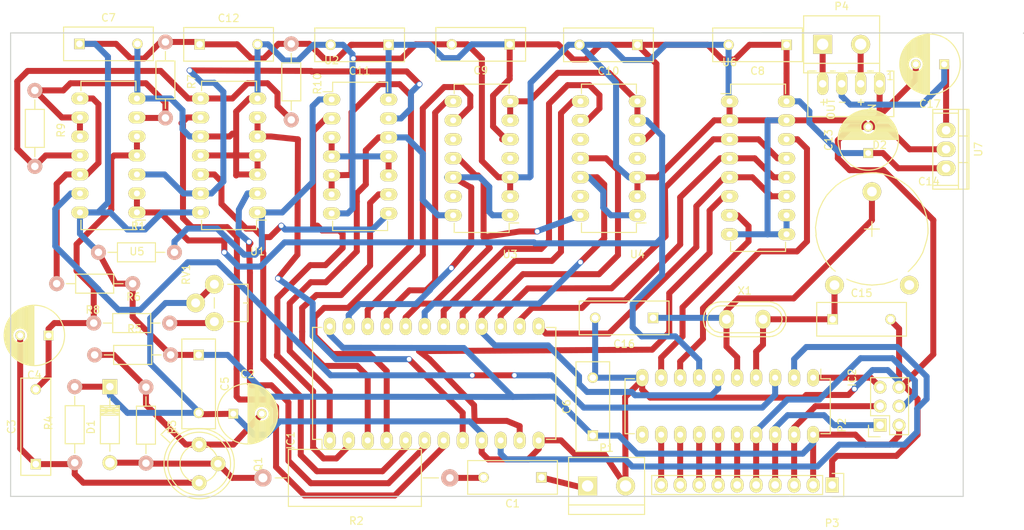
<source format=kicad_pcb>
(kicad_pcb (version 4) (host pcbnew 4.0.2-4+6225~38~ubuntu15.10.1-stable)

  (general
    (links 161)
    (no_connects 1)
    (area 28.372999 19.990999 163.968501 82.117001)
    (thickness 1.6)
    (drawings 7)
    (tracks 775)
    (zones 0)
    (modules 45)
    (nets 54)
  )

  (page A4)
  (layers
    (0 F.Cu signal)
    (31 B.Cu signal)
    (32 B.Adhes user)
    (33 F.Adhes user)
    (34 B.Paste user)
    (35 F.Paste user)
    (36 B.SilkS user)
    (37 F.SilkS user)
    (38 B.Mask user)
    (39 F.Mask user)
    (40 Dwgs.User user)
    (41 Cmts.User user)
    (42 Eco1.User user)
    (43 Eco2.User user)
    (44 Edge.Cuts user)
    (45 Margin user)
    (46 B.CrtYd user)
    (47 F.CrtYd user)
    (48 B.Fab user)
    (49 F.Fab user)
  )

  (setup
    (last_trace_width 0.8)
    (trace_clearance 0.7)
    (zone_clearance 0.508)
    (zone_45_only no)
    (trace_min 0.7)
    (segment_width 0.2)
    (edge_width 0.15)
    (via_size 0.7)
    (via_drill 0.6)
    (via_min_size 0.6)
    (via_min_drill 0.3)
    (uvia_size 0.7)
    (uvia_drill 0.6)
    (uvias_allowed no)
    (uvia_min_size 0.5)
    (uvia_min_drill 0.1)
    (pcb_text_width 0.3)
    (pcb_text_size 1.5 1.5)
    (mod_edge_width 0.15)
    (mod_text_size 1 1)
    (mod_text_width 0.15)
    (pad_size 1.524 1.524)
    (pad_drill 0.762)
    (pad_to_mask_clearance 0.2)
    (aux_axis_origin 0 0)
    (visible_elements FFFFFF7F)
    (pcbplotparams
      (layerselection 0x00030_80000001)
      (usegerberextensions false)
      (excludeedgelayer true)
      (linewidth 0.100000)
      (plotframeref false)
      (viasonmask false)
      (mode 1)
      (useauxorigin false)
      (hpglpennumber 1)
      (hpglpenspeed 20)
      (hpglpendiameter 15)
      (hpglpenoverlay 2)
      (psnegative false)
      (psa4output false)
      (plotreference true)
      (plotvalue true)
      (plotinvisibletext false)
      (padsonsilk false)
      (subtractmaskfromsilk false)
      (outputformat 1)
      (mirror false)
      (drillshape 1)
      (scaleselection 1)
      (outputdirectory ""))
  )

  (net 0 "")
  (net 1 "Net-(C1-Pad1)")
  (net 2 "Net-(C1-Pad2)")
  (net 3 GND)
  (net 4 "Net-(C2-Pad2)")
  (net 5 "Net-(C3-Pad1)")
  (net 6 "Net-(C3-Pad2)")
  (net 7 "Net-(D1-Pad2)")
  (net 8 "Net-(IC1-Pad1)")
  (net 9 "Net-(IC1-Pad2)")
  (net 10 "Net-(IC1-Pad3)")
  (net 11 "Net-(IC1-Pad4)")
  (net 12 "Net-(IC1-Pad5)")
  (net 13 "Net-(IC1-Pad6)")
  (net 14 "Net-(IC1-Pad7)")
  (net 15 "Net-(IC1-Pad8)")
  (net 16 "Net-(IC1-Pad10)")
  (net 17 "Net-(IC1-Pad11)")
  (net 18 "Net-(IC1-Pad13)")
  (net 19 "Net-(IC1-Pad14)")
  (net 20 "Net-(IC1-Pad15)")
  (net 21 "Net-(IC1-Pad16)")
  (net 22 "Net-(IC1-Pad17)")
  (net 23 "Net-(IC1-Pad18)")
  (net 24 "Net-(IC1-Pad19)")
  (net 25 "Net-(IC1-Pad20)")
  (net 26 "Net-(IC1-Pad21)")
  (net 27 "Net-(IC1-Pad22)")
  (net 28 "Net-(IC1-Pad23)")
  (net 29 +5V)
  (net 30 "Net-(IC2-Pad1)")
  (net 31 "Net-(IC2-Pad3)")
  (net 32 "Net-(IC2-Pad7)")
  (net 33 "Net-(IC2-Pad8)")
  (net 34 "Net-(IC2-Pad16)")
  (net 35 "Net-(IC2-Pad17)")
  (net 36 "Net-(IC2-Pad18)")
  (net 37 "Net-(IC2-Pad19)")
  (net 38 "Net-(R6-Pad2)")
  (net 39 "Net-(R7-Pad2)")
  (net 40 "Net-(R8-Pad2)")
  (net 41 "Net-(R10-Pad2)")
  (net 42 "Net-(D2-Pad2)")
  (net 43 "Net-(D2-Pad4)")
  (net 44 "Net-(C14-Pad2)")
  (net 45 "Net-(C14-Pad1)")
  (net 46 "Net-(C17-Pad1)")
  (net 47 "Net-(IC2-Pad9)")
  (net 48 "Net-(IC2-Pad12)")
  (net 49 "Net-(IC2-Pad13)")
  (net 50 "Net-(IC2-Pad14)")
  (net 51 "Net-(IC2-Pad15)")
  (net 52 "Net-(R1-Pad2)")
  (net 53 "Net-(U1-Pad13)")

  (net_class Default "Это класс цепей по умолчанию."
    (clearance 0.7)
    (trace_width 0.8)
    (via_dia 0.7)
    (via_drill 0.6)
    (uvia_dia 0.7)
    (uvia_drill 0.6)
    (add_net +5V)
    (add_net GND)
    (add_net "Net-(C1-Pad1)")
    (add_net "Net-(C1-Pad2)")
    (add_net "Net-(C14-Pad1)")
    (add_net "Net-(C14-Pad2)")
    (add_net "Net-(C17-Pad1)")
    (add_net "Net-(C2-Pad2)")
    (add_net "Net-(C3-Pad1)")
    (add_net "Net-(C3-Pad2)")
    (add_net "Net-(D1-Pad2)")
    (add_net "Net-(D2-Pad2)")
    (add_net "Net-(D2-Pad4)")
    (add_net "Net-(IC1-Pad1)")
    (add_net "Net-(IC1-Pad10)")
    (add_net "Net-(IC1-Pad11)")
    (add_net "Net-(IC1-Pad13)")
    (add_net "Net-(IC1-Pad14)")
    (add_net "Net-(IC1-Pad15)")
    (add_net "Net-(IC1-Pad16)")
    (add_net "Net-(IC1-Pad17)")
    (add_net "Net-(IC1-Pad18)")
    (add_net "Net-(IC1-Pad19)")
    (add_net "Net-(IC1-Pad2)")
    (add_net "Net-(IC1-Pad20)")
    (add_net "Net-(IC1-Pad21)")
    (add_net "Net-(IC1-Pad22)")
    (add_net "Net-(IC1-Pad23)")
    (add_net "Net-(IC1-Pad3)")
    (add_net "Net-(IC1-Pad4)")
    (add_net "Net-(IC1-Pad5)")
    (add_net "Net-(IC1-Pad6)")
    (add_net "Net-(IC1-Pad7)")
    (add_net "Net-(IC1-Pad8)")
    (add_net "Net-(IC2-Pad1)")
    (add_net "Net-(IC2-Pad12)")
    (add_net "Net-(IC2-Pad13)")
    (add_net "Net-(IC2-Pad14)")
    (add_net "Net-(IC2-Pad15)")
    (add_net "Net-(IC2-Pad16)")
    (add_net "Net-(IC2-Pad17)")
    (add_net "Net-(IC2-Pad18)")
    (add_net "Net-(IC2-Pad19)")
    (add_net "Net-(IC2-Pad3)")
    (add_net "Net-(IC2-Pad7)")
    (add_net "Net-(IC2-Pad8)")
    (add_net "Net-(IC2-Pad9)")
    (add_net "Net-(R1-Pad2)")
    (add_net "Net-(R10-Pad2)")
    (add_net "Net-(R6-Pad2)")
    (add_net "Net-(R7-Pad2)")
    (add_net "Net-(R8-Pad2)")
    (add_net "Net-(U1-Pad13)")
  )

  (module Capacitors_ThroughHole:C_Disc_D12_P7.75 (layer F.Cu) (tedit 0) (tstamp 56D9505F)
    (at 99.441 79.502 180)
    (descr "Capacitor 12mm Disc, Pitch 7.75mm")
    (tags Capacitor)
    (path /56D3A636)
    (fp_text reference C1 (at 3.875 -3.5 180) (layer F.SilkS)
      (effects (font (size 1 1) (thickness 0.15)))
    )
    (fp_text value C (at 3.875 3.5 180) (layer F.Fab)
      (effects (font (size 1 1) (thickness 0.15)))
    )
    (fp_line (start -2.375 -2.5) (end 10.125 -2.5) (layer F.CrtYd) (width 0.05))
    (fp_line (start 10.125 -2.5) (end 10.125 2.5) (layer F.CrtYd) (width 0.05))
    (fp_line (start 10.125 2.5) (end -2.375 2.5) (layer F.CrtYd) (width 0.05))
    (fp_line (start -2.375 2.5) (end -2.375 -2.5) (layer F.CrtYd) (width 0.05))
    (fp_line (start -2.125 -2.25) (end 9.875 -2.25) (layer F.SilkS) (width 0.15))
    (fp_line (start 9.875 -2.25) (end 9.875 2.25) (layer F.SilkS) (width 0.15))
    (fp_line (start 9.875 2.25) (end -2.125 2.25) (layer F.SilkS) (width 0.15))
    (fp_line (start -2.125 2.25) (end -2.125 -2.25) (layer F.SilkS) (width 0.15))
    (pad 1 thru_hole rect (at 0 0 180) (size 1.4 1.4) (drill 0.9) (layers *.Cu *.Mask F.SilkS)
      (net 1 "Net-(C1-Pad1)"))
    (pad 2 thru_hole circle (at 7.75 0 180) (size 1.4 1.4) (drill 0.9) (layers *.Cu *.Mask F.SilkS)
      (net 2 "Net-(C1-Pad2)"))
    (model Capacitors_ThroughHole.3dshapes/C_Disc_D12_P7.75.wrl
      (at (xyz 0.15255906 0 0))
      (scale (xyz 1 1 1))
      (rotate (xyz 0 0 0))
    )
  )

  (module Capacitors_ThroughHole:C_Radial_D8_L13_P3.8 (layer F.Cu) (tedit 0) (tstamp 56D95065)
    (at 58.2295 70.993)
    (descr "Radial Electrolytic Capacitor Diameter 8mm x Length 13mm, Pitch 3.8mm")
    (tags "Electrolytic Capacitor")
    (path /56D3BA8C)
    (fp_text reference C2 (at 1.9 -5.3) (layer F.SilkS)
      (effects (font (size 1 1) (thickness 0.15)))
    )
    (fp_text value C (at 1.9 5.3) (layer F.Fab)
      (effects (font (size 1 1) (thickness 0.15)))
    )
    (fp_line (start 1.975 -3.999) (end 1.975 3.999) (layer F.SilkS) (width 0.15))
    (fp_line (start 2.115 -3.994) (end 2.115 3.994) (layer F.SilkS) (width 0.15))
    (fp_line (start 2.255 -3.984) (end 2.255 3.984) (layer F.SilkS) (width 0.15))
    (fp_line (start 2.395 -3.969) (end 2.395 3.969) (layer F.SilkS) (width 0.15))
    (fp_line (start 2.535 -3.949) (end 2.535 3.949) (layer F.SilkS) (width 0.15))
    (fp_line (start 2.675 -3.924) (end 2.675 3.924) (layer F.SilkS) (width 0.15))
    (fp_line (start 2.815 -3.894) (end 2.815 -0.173) (layer F.SilkS) (width 0.15))
    (fp_line (start 2.815 0.173) (end 2.815 3.894) (layer F.SilkS) (width 0.15))
    (fp_line (start 2.955 -3.858) (end 2.955 -0.535) (layer F.SilkS) (width 0.15))
    (fp_line (start 2.955 0.535) (end 2.955 3.858) (layer F.SilkS) (width 0.15))
    (fp_line (start 3.095 -3.817) (end 3.095 -0.709) (layer F.SilkS) (width 0.15))
    (fp_line (start 3.095 0.709) (end 3.095 3.817) (layer F.SilkS) (width 0.15))
    (fp_line (start 3.235 -3.771) (end 3.235 -0.825) (layer F.SilkS) (width 0.15))
    (fp_line (start 3.235 0.825) (end 3.235 3.771) (layer F.SilkS) (width 0.15))
    (fp_line (start 3.375 -3.718) (end 3.375 -0.905) (layer F.SilkS) (width 0.15))
    (fp_line (start 3.375 0.905) (end 3.375 3.718) (layer F.SilkS) (width 0.15))
    (fp_line (start 3.515 -3.659) (end 3.515 -0.959) (layer F.SilkS) (width 0.15))
    (fp_line (start 3.515 0.959) (end 3.515 3.659) (layer F.SilkS) (width 0.15))
    (fp_line (start 3.655 -3.594) (end 3.655 -0.989) (layer F.SilkS) (width 0.15))
    (fp_line (start 3.655 0.989) (end 3.655 3.594) (layer F.SilkS) (width 0.15))
    (fp_line (start 3.795 -3.523) (end 3.795 -1) (layer F.SilkS) (width 0.15))
    (fp_line (start 3.795 1) (end 3.795 3.523) (layer F.SilkS) (width 0.15))
    (fp_line (start 3.935 -3.444) (end 3.935 -0.991) (layer F.SilkS) (width 0.15))
    (fp_line (start 3.935 0.991) (end 3.935 3.444) (layer F.SilkS) (width 0.15))
    (fp_line (start 4.075 -3.357) (end 4.075 -0.961) (layer F.SilkS) (width 0.15))
    (fp_line (start 4.075 0.961) (end 4.075 3.357) (layer F.SilkS) (width 0.15))
    (fp_line (start 4.215 -3.262) (end 4.215 -0.91) (layer F.SilkS) (width 0.15))
    (fp_line (start 4.215 0.91) (end 4.215 3.262) (layer F.SilkS) (width 0.15))
    (fp_line (start 4.355 -3.158) (end 4.355 -0.832) (layer F.SilkS) (width 0.15))
    (fp_line (start 4.355 0.832) (end 4.355 3.158) (layer F.SilkS) (width 0.15))
    (fp_line (start 4.495 -3.044) (end 4.495 -0.719) (layer F.SilkS) (width 0.15))
    (fp_line (start 4.495 0.719) (end 4.495 3.044) (layer F.SilkS) (width 0.15))
    (fp_line (start 4.635 -2.919) (end 4.635 -0.55) (layer F.SilkS) (width 0.15))
    (fp_line (start 4.635 0.55) (end 4.635 2.919) (layer F.SilkS) (width 0.15))
    (fp_line (start 4.775 -2.781) (end 4.775 -0.222) (layer F.SilkS) (width 0.15))
    (fp_line (start 4.775 0.222) (end 4.775 2.781) (layer F.SilkS) (width 0.15))
    (fp_line (start 4.915 -2.629) (end 4.915 2.629) (layer F.SilkS) (width 0.15))
    (fp_line (start 5.055 -2.459) (end 5.055 2.459) (layer F.SilkS) (width 0.15))
    (fp_line (start 5.195 -2.268) (end 5.195 2.268) (layer F.SilkS) (width 0.15))
    (fp_line (start 5.335 -2.05) (end 5.335 2.05) (layer F.SilkS) (width 0.15))
    (fp_line (start 5.475 -1.794) (end 5.475 1.794) (layer F.SilkS) (width 0.15))
    (fp_line (start 5.615 -1.483) (end 5.615 1.483) (layer F.SilkS) (width 0.15))
    (fp_line (start 5.755 -1.067) (end 5.755 1.067) (layer F.SilkS) (width 0.15))
    (fp_line (start 5.895 -0.2) (end 5.895 0.2) (layer F.SilkS) (width 0.15))
    (fp_circle (center 3.8 0) (end 3.8 -1) (layer F.SilkS) (width 0.15))
    (fp_circle (center 1.9 0) (end 1.9 -4.0375) (layer F.SilkS) (width 0.15))
    (fp_circle (center 1.9 0) (end 1.9 -4.3) (layer F.CrtYd) (width 0.05))
    (pad 1 thru_hole rect (at 0 0) (size 1.3 1.3) (drill 0.8) (layers *.Cu *.Mask F.SilkS)
      (net 3 GND))
    (pad 2 thru_hole circle (at 3.8 0) (size 1.3 1.3) (drill 0.8) (layers *.Cu *.Mask F.SilkS)
      (net 4 "Net-(C2-Pad2)"))
    (model Capacitors_ThroughHole.3dshapes/C_Radial_D8_L13_P3.8.wrl
      (at (xyz 0.0748031 0 0))
      (scale (xyz 1 1 1))
      (rotate (xyz 0 0 90))
    )
  )

  (module Capacitors_ThroughHole:C_Rect_L13_W4_P10 (layer F.Cu) (tedit 0) (tstamp 56D9506B)
    (at 31.8135 77.724 90)
    (descr "Film Capacitor Length 13 x Width 4mm, Pitch 10mm")
    (tags Capacitor)
    (path /56D3C792)
    (fp_text reference C3 (at 5 -3.25 90) (layer F.SilkS)
      (effects (font (size 1 1) (thickness 0.15)))
    )
    (fp_text value C (at 5 3.25 90) (layer F.Fab)
      (effects (font (size 1 1) (thickness 0.15)))
    )
    (fp_line (start -1.75 -2.25) (end 11.75 -2.25) (layer F.CrtYd) (width 0.05))
    (fp_line (start 11.75 -2.25) (end 11.75 2.25) (layer F.CrtYd) (width 0.05))
    (fp_line (start 11.75 2.25) (end -1.75 2.25) (layer F.CrtYd) (width 0.05))
    (fp_line (start -1.75 2.25) (end -1.75 -2.25) (layer F.CrtYd) (width 0.05))
    (fp_line (start -1.5 -2) (end 11.5 -2) (layer F.SilkS) (width 0.15))
    (fp_line (start 11.5 -2) (end 11.5 2) (layer F.SilkS) (width 0.15))
    (fp_line (start 11.5 2) (end -1.5 2) (layer F.SilkS) (width 0.15))
    (fp_line (start -1.5 2) (end -1.5 -2) (layer F.SilkS) (width 0.15))
    (pad 1 thru_hole rect (at 0 0 90) (size 1.4 1.4) (drill 0.9) (layers *.Cu *.Mask F.SilkS)
      (net 5 "Net-(C3-Pad1)"))
    (pad 2 thru_hole circle (at 10 0 90) (size 1.4 1.4) (drill 0.9) (layers *.Cu *.Mask F.SilkS)
      (net 6 "Net-(C3-Pad2)"))
    (model Capacitors_ThroughHole.3dshapes/C_Rect_L13_W4_P10.wrl
      (at (xyz 0 0 0))
      (scale (xyz 1 1 1))
      (rotate (xyz 0 0 0))
    )
  )

  (module Capacitors_ThroughHole:C_Radial_D8_L13_P3.8 (layer F.Cu) (tedit 0) (tstamp 56D95071)
    (at 33.528 60.5155 180)
    (descr "Radial Electrolytic Capacitor Diameter 8mm x Length 13mm, Pitch 3.8mm")
    (tags "Electrolytic Capacitor")
    (path /56D3C819)
    (fp_text reference C4 (at 1.9 -5.3 180) (layer F.SilkS)
      (effects (font (size 1 1) (thickness 0.15)))
    )
    (fp_text value CP1 (at 1.9 5.3 180) (layer F.Fab)
      (effects (font (size 1 1) (thickness 0.15)))
    )
    (fp_line (start 1.975 -3.999) (end 1.975 3.999) (layer F.SilkS) (width 0.15))
    (fp_line (start 2.115 -3.994) (end 2.115 3.994) (layer F.SilkS) (width 0.15))
    (fp_line (start 2.255 -3.984) (end 2.255 3.984) (layer F.SilkS) (width 0.15))
    (fp_line (start 2.395 -3.969) (end 2.395 3.969) (layer F.SilkS) (width 0.15))
    (fp_line (start 2.535 -3.949) (end 2.535 3.949) (layer F.SilkS) (width 0.15))
    (fp_line (start 2.675 -3.924) (end 2.675 3.924) (layer F.SilkS) (width 0.15))
    (fp_line (start 2.815 -3.894) (end 2.815 -0.173) (layer F.SilkS) (width 0.15))
    (fp_line (start 2.815 0.173) (end 2.815 3.894) (layer F.SilkS) (width 0.15))
    (fp_line (start 2.955 -3.858) (end 2.955 -0.535) (layer F.SilkS) (width 0.15))
    (fp_line (start 2.955 0.535) (end 2.955 3.858) (layer F.SilkS) (width 0.15))
    (fp_line (start 3.095 -3.817) (end 3.095 -0.709) (layer F.SilkS) (width 0.15))
    (fp_line (start 3.095 0.709) (end 3.095 3.817) (layer F.SilkS) (width 0.15))
    (fp_line (start 3.235 -3.771) (end 3.235 -0.825) (layer F.SilkS) (width 0.15))
    (fp_line (start 3.235 0.825) (end 3.235 3.771) (layer F.SilkS) (width 0.15))
    (fp_line (start 3.375 -3.718) (end 3.375 -0.905) (layer F.SilkS) (width 0.15))
    (fp_line (start 3.375 0.905) (end 3.375 3.718) (layer F.SilkS) (width 0.15))
    (fp_line (start 3.515 -3.659) (end 3.515 -0.959) (layer F.SilkS) (width 0.15))
    (fp_line (start 3.515 0.959) (end 3.515 3.659) (layer F.SilkS) (width 0.15))
    (fp_line (start 3.655 -3.594) (end 3.655 -0.989) (layer F.SilkS) (width 0.15))
    (fp_line (start 3.655 0.989) (end 3.655 3.594) (layer F.SilkS) (width 0.15))
    (fp_line (start 3.795 -3.523) (end 3.795 -1) (layer F.SilkS) (width 0.15))
    (fp_line (start 3.795 1) (end 3.795 3.523) (layer F.SilkS) (width 0.15))
    (fp_line (start 3.935 -3.444) (end 3.935 -0.991) (layer F.SilkS) (width 0.15))
    (fp_line (start 3.935 0.991) (end 3.935 3.444) (layer F.SilkS) (width 0.15))
    (fp_line (start 4.075 -3.357) (end 4.075 -0.961) (layer F.SilkS) (width 0.15))
    (fp_line (start 4.075 0.961) (end 4.075 3.357) (layer F.SilkS) (width 0.15))
    (fp_line (start 4.215 -3.262) (end 4.215 -0.91) (layer F.SilkS) (width 0.15))
    (fp_line (start 4.215 0.91) (end 4.215 3.262) (layer F.SilkS) (width 0.15))
    (fp_line (start 4.355 -3.158) (end 4.355 -0.832) (layer F.SilkS) (width 0.15))
    (fp_line (start 4.355 0.832) (end 4.355 3.158) (layer F.SilkS) (width 0.15))
    (fp_line (start 4.495 -3.044) (end 4.495 -0.719) (layer F.SilkS) (width 0.15))
    (fp_line (start 4.495 0.719) (end 4.495 3.044) (layer F.SilkS) (width 0.15))
    (fp_line (start 4.635 -2.919) (end 4.635 -0.55) (layer F.SilkS) (width 0.15))
    (fp_line (start 4.635 0.55) (end 4.635 2.919) (layer F.SilkS) (width 0.15))
    (fp_line (start 4.775 -2.781) (end 4.775 -0.222) (layer F.SilkS) (width 0.15))
    (fp_line (start 4.775 0.222) (end 4.775 2.781) (layer F.SilkS) (width 0.15))
    (fp_line (start 4.915 -2.629) (end 4.915 2.629) (layer F.SilkS) (width 0.15))
    (fp_line (start 5.055 -2.459) (end 5.055 2.459) (layer F.SilkS) (width 0.15))
    (fp_line (start 5.195 -2.268) (end 5.195 2.268) (layer F.SilkS) (width 0.15))
    (fp_line (start 5.335 -2.05) (end 5.335 2.05) (layer F.SilkS) (width 0.15))
    (fp_line (start 5.475 -1.794) (end 5.475 1.794) (layer F.SilkS) (width 0.15))
    (fp_line (start 5.615 -1.483) (end 5.615 1.483) (layer F.SilkS) (width 0.15))
    (fp_line (start 5.755 -1.067) (end 5.755 1.067) (layer F.SilkS) (width 0.15))
    (fp_line (start 5.895 -0.2) (end 5.895 0.2) (layer F.SilkS) (width 0.15))
    (fp_circle (center 3.8 0) (end 3.8 -1) (layer F.SilkS) (width 0.15))
    (fp_circle (center 1.9 0) (end 1.9 -4.0375) (layer F.SilkS) (width 0.15))
    (fp_circle (center 1.9 0) (end 1.9 -4.3) (layer F.CrtYd) (width 0.05))
    (pad 1 thru_hole rect (at 0 0 180) (size 1.3 1.3) (drill 0.8) (layers *.Cu *.Mask F.SilkS)
      (net 6 "Net-(C3-Pad2)"))
    (pad 2 thru_hole circle (at 3.8 0 180) (size 1.3 1.3) (drill 0.8) (layers *.Cu *.Mask F.SilkS)
      (net 5 "Net-(C3-Pad1)"))
    (model Capacitors_ThroughHole.3dshapes/C_Radial_D8_L13_P3.8.wrl
      (at (xyz 0.0748031 0 0))
      (scale (xyz 1 1 1))
      (rotate (xyz 0 0 90))
    )
  )

  (module Capacitors_ThroughHole:C_Disc_D12_P7.75 (layer F.Cu) (tedit 0) (tstamp 56D95077)
    (at 53.594 63.119 270)
    (descr "Capacitor 12mm Disc, Pitch 7.75mm")
    (tags Capacitor)
    (path /56D66AAD)
    (fp_text reference C5 (at 3.875 -3.5 270) (layer F.SilkS)
      (effects (font (size 1 1) (thickness 0.15)))
    )
    (fp_text value C (at 3.875 3.5 270) (layer F.Fab)
      (effects (font (size 1 1) (thickness 0.15)))
    )
    (fp_line (start -2.375 -2.5) (end 10.125 -2.5) (layer F.CrtYd) (width 0.05))
    (fp_line (start 10.125 -2.5) (end 10.125 2.5) (layer F.CrtYd) (width 0.05))
    (fp_line (start 10.125 2.5) (end -2.375 2.5) (layer F.CrtYd) (width 0.05))
    (fp_line (start -2.375 2.5) (end -2.375 -2.5) (layer F.CrtYd) (width 0.05))
    (fp_line (start -2.125 -2.25) (end 9.875 -2.25) (layer F.SilkS) (width 0.15))
    (fp_line (start 9.875 -2.25) (end 9.875 2.25) (layer F.SilkS) (width 0.15))
    (fp_line (start 9.875 2.25) (end -2.125 2.25) (layer F.SilkS) (width 0.15))
    (fp_line (start -2.125 2.25) (end -2.125 -2.25) (layer F.SilkS) (width 0.15))
    (pad 1 thru_hole rect (at 0 0 270) (size 1.4 1.4) (drill 0.9) (layers *.Cu *.Mask F.SilkS)
      (net 29 +5V))
    (pad 2 thru_hole circle (at 7.75 0 270) (size 1.4 1.4) (drill 0.9) (layers *.Cu *.Mask F.SilkS)
      (net 3 GND))
    (model Capacitors_ThroughHole.3dshapes/C_Disc_D12_P7.75.wrl
      (at (xyz 0.15255906 0 0))
      (scale (xyz 1 1 1))
      (rotate (xyz 0 0 0))
    )
  )

  (module Capacitors_ThroughHole:C_Disc_D12_P7.75 (layer F.Cu) (tedit 0) (tstamp 56D9507D)
    (at 106.299 73.914 90)
    (descr "Capacitor 12mm Disc, Pitch 7.75mm")
    (tags Capacitor)
    (path /56D7BC97)
    (fp_text reference C6 (at 3.875 -3.5 90) (layer F.SilkS)
      (effects (font (size 1 1) (thickness 0.15)))
    )
    (fp_text value C (at 3.875 3.5 90) (layer F.Fab)
      (effects (font (size 1 1) (thickness 0.15)))
    )
    (fp_line (start -2.375 -2.5) (end 10.125 -2.5) (layer F.CrtYd) (width 0.05))
    (fp_line (start 10.125 -2.5) (end 10.125 2.5) (layer F.CrtYd) (width 0.05))
    (fp_line (start 10.125 2.5) (end -2.375 2.5) (layer F.CrtYd) (width 0.05))
    (fp_line (start -2.375 2.5) (end -2.375 -2.5) (layer F.CrtYd) (width 0.05))
    (fp_line (start -2.125 -2.25) (end 9.875 -2.25) (layer F.SilkS) (width 0.15))
    (fp_line (start 9.875 -2.25) (end 9.875 2.25) (layer F.SilkS) (width 0.15))
    (fp_line (start 9.875 2.25) (end -2.125 2.25) (layer F.SilkS) (width 0.15))
    (fp_line (start -2.125 2.25) (end -2.125 -2.25) (layer F.SilkS) (width 0.15))
    (pad 1 thru_hole rect (at 0 0 90) (size 1.4 1.4) (drill 0.9) (layers *.Cu *.Mask F.SilkS)
      (net 29 +5V))
    (pad 2 thru_hole circle (at 7.75 0 90) (size 1.4 1.4) (drill 0.9) (layers *.Cu *.Mask F.SilkS)
      (net 3 GND))
    (model Capacitors_ThroughHole.3dshapes/C_Disc_D12_P7.75.wrl
      (at (xyz 0.15255906 0 0))
      (scale (xyz 1 1 1))
      (rotate (xyz 0 0 0))
    )
  )

  (module Capacitors_ThroughHole:C_Disc_D12_P7.75 (layer F.Cu) (tedit 0) (tstamp 56D95083)
    (at 37.6555 21.5265)
    (descr "Capacitor 12mm Disc, Pitch 7.75mm")
    (tags Capacitor)
    (path /56D7BD28)
    (fp_text reference C7 (at 3.875 -3.5) (layer F.SilkS)
      (effects (font (size 1 1) (thickness 0.15)))
    )
    (fp_text value C (at 3.875 3.5) (layer F.Fab)
      (effects (font (size 1 1) (thickness 0.15)))
    )
    (fp_line (start -2.375 -2.5) (end 10.125 -2.5) (layer F.CrtYd) (width 0.05))
    (fp_line (start 10.125 -2.5) (end 10.125 2.5) (layer F.CrtYd) (width 0.05))
    (fp_line (start 10.125 2.5) (end -2.375 2.5) (layer F.CrtYd) (width 0.05))
    (fp_line (start -2.375 2.5) (end -2.375 -2.5) (layer F.CrtYd) (width 0.05))
    (fp_line (start -2.125 -2.25) (end 9.875 -2.25) (layer F.SilkS) (width 0.15))
    (fp_line (start 9.875 -2.25) (end 9.875 2.25) (layer F.SilkS) (width 0.15))
    (fp_line (start 9.875 2.25) (end -2.125 2.25) (layer F.SilkS) (width 0.15))
    (fp_line (start -2.125 2.25) (end -2.125 -2.25) (layer F.SilkS) (width 0.15))
    (pad 1 thru_hole rect (at 0 0) (size 1.4 1.4) (drill 0.9) (layers *.Cu *.Mask F.SilkS)
      (net 29 +5V))
    (pad 2 thru_hole circle (at 7.75 0) (size 1.4 1.4) (drill 0.9) (layers *.Cu *.Mask F.SilkS)
      (net 3 GND))
    (model Capacitors_ThroughHole.3dshapes/C_Disc_D12_P7.75.wrl
      (at (xyz 0.15255906 0 0))
      (scale (xyz 1 1 1))
      (rotate (xyz 0 0 0))
    )
  )

  (module Capacitors_ThroughHole:C_Disc_D12_P7.75 (layer F.Cu) (tedit 0) (tstamp 56D95089)
    (at 132.207 21.6535 180)
    (descr "Capacitor 12mm Disc, Pitch 7.75mm")
    (tags Capacitor)
    (path /56D7BDBF)
    (fp_text reference C8 (at 3.875 -3.5 180) (layer F.SilkS)
      (effects (font (size 1 1) (thickness 0.15)))
    )
    (fp_text value C (at 3.875 3.5 180) (layer F.Fab)
      (effects (font (size 1 1) (thickness 0.15)))
    )
    (fp_line (start -2.375 -2.5) (end 10.125 -2.5) (layer F.CrtYd) (width 0.05))
    (fp_line (start 10.125 -2.5) (end 10.125 2.5) (layer F.CrtYd) (width 0.05))
    (fp_line (start 10.125 2.5) (end -2.375 2.5) (layer F.CrtYd) (width 0.05))
    (fp_line (start -2.375 2.5) (end -2.375 -2.5) (layer F.CrtYd) (width 0.05))
    (fp_line (start -2.125 -2.25) (end 9.875 -2.25) (layer F.SilkS) (width 0.15))
    (fp_line (start 9.875 -2.25) (end 9.875 2.25) (layer F.SilkS) (width 0.15))
    (fp_line (start 9.875 2.25) (end -2.125 2.25) (layer F.SilkS) (width 0.15))
    (fp_line (start -2.125 2.25) (end -2.125 -2.25) (layer F.SilkS) (width 0.15))
    (pad 1 thru_hole rect (at 0 0 180) (size 1.4 1.4) (drill 0.9) (layers *.Cu *.Mask F.SilkS)
      (net 29 +5V))
    (pad 2 thru_hole circle (at 7.75 0 180) (size 1.4 1.4) (drill 0.9) (layers *.Cu *.Mask F.SilkS)
      (net 3 GND))
    (model Capacitors_ThroughHole.3dshapes/C_Disc_D12_P7.75.wrl
      (at (xyz 0.15255906 0 0))
      (scale (xyz 1 1 1))
      (rotate (xyz 0 0 0))
    )
  )

  (module Capacitors_ThroughHole:C_Disc_D12_P7.75 (layer F.Cu) (tedit 0) (tstamp 56D9508F)
    (at 95.1865 21.59 180)
    (descr "Capacitor 12mm Disc, Pitch 7.75mm")
    (tags Capacitor)
    (path /56D7BE66)
    (fp_text reference C9 (at 3.875 -3.5 180) (layer F.SilkS)
      (effects (font (size 1 1) (thickness 0.15)))
    )
    (fp_text value C (at 3.875 3.5 180) (layer F.Fab)
      (effects (font (size 1 1) (thickness 0.15)))
    )
    (fp_line (start -2.375 -2.5) (end 10.125 -2.5) (layer F.CrtYd) (width 0.05))
    (fp_line (start 10.125 -2.5) (end 10.125 2.5) (layer F.CrtYd) (width 0.05))
    (fp_line (start 10.125 2.5) (end -2.375 2.5) (layer F.CrtYd) (width 0.05))
    (fp_line (start -2.375 2.5) (end -2.375 -2.5) (layer F.CrtYd) (width 0.05))
    (fp_line (start -2.125 -2.25) (end 9.875 -2.25) (layer F.SilkS) (width 0.15))
    (fp_line (start 9.875 -2.25) (end 9.875 2.25) (layer F.SilkS) (width 0.15))
    (fp_line (start 9.875 2.25) (end -2.125 2.25) (layer F.SilkS) (width 0.15))
    (fp_line (start -2.125 2.25) (end -2.125 -2.25) (layer F.SilkS) (width 0.15))
    (pad 1 thru_hole rect (at 0 0 180) (size 1.4 1.4) (drill 0.9) (layers *.Cu *.Mask F.SilkS)
      (net 29 +5V))
    (pad 2 thru_hole circle (at 7.75 0 180) (size 1.4 1.4) (drill 0.9) (layers *.Cu *.Mask F.SilkS)
      (net 3 GND))
    (model Capacitors_ThroughHole.3dshapes/C_Disc_D12_P7.75.wrl
      (at (xyz 0.15255906 0 0))
      (scale (xyz 1 1 1))
      (rotate (xyz 0 0 0))
    )
  )

  (module Capacitors_ThroughHole:C_Disc_D12_P7.75 (layer F.Cu) (tedit 0) (tstamp 56D95095)
    (at 112.268 21.6535 180)
    (descr "Capacitor 12mm Disc, Pitch 7.75mm")
    (tags Capacitor)
    (path /56D7BF3B)
    (fp_text reference C10 (at 3.875 -3.5 180) (layer F.SilkS)
      (effects (font (size 1 1) (thickness 0.15)))
    )
    (fp_text value C (at 3.875 3.5 180) (layer F.Fab)
      (effects (font (size 1 1) (thickness 0.15)))
    )
    (fp_line (start -2.375 -2.5) (end 10.125 -2.5) (layer F.CrtYd) (width 0.05))
    (fp_line (start 10.125 -2.5) (end 10.125 2.5) (layer F.CrtYd) (width 0.05))
    (fp_line (start 10.125 2.5) (end -2.375 2.5) (layer F.CrtYd) (width 0.05))
    (fp_line (start -2.375 2.5) (end -2.375 -2.5) (layer F.CrtYd) (width 0.05))
    (fp_line (start -2.125 -2.25) (end 9.875 -2.25) (layer F.SilkS) (width 0.15))
    (fp_line (start 9.875 -2.25) (end 9.875 2.25) (layer F.SilkS) (width 0.15))
    (fp_line (start 9.875 2.25) (end -2.125 2.25) (layer F.SilkS) (width 0.15))
    (fp_line (start -2.125 2.25) (end -2.125 -2.25) (layer F.SilkS) (width 0.15))
    (pad 1 thru_hole rect (at 0 0 180) (size 1.4 1.4) (drill 0.9) (layers *.Cu *.Mask F.SilkS)
      (net 29 +5V))
    (pad 2 thru_hole circle (at 7.75 0 180) (size 1.4 1.4) (drill 0.9) (layers *.Cu *.Mask F.SilkS)
      (net 3 GND))
    (model Capacitors_ThroughHole.3dshapes/C_Disc_D12_P7.75.wrl
      (at (xyz 0.15255906 0 0))
      (scale (xyz 1 1 1))
      (rotate (xyz 0 0 0))
    )
  )

  (module Capacitors_ThroughHole:C_Disc_D12_P7.75 (layer F.Cu) (tedit 0) (tstamp 56D9509B)
    (at 78.994 21.6535 180)
    (descr "Capacitor 12mm Disc, Pitch 7.75mm")
    (tags Capacitor)
    (path /56D7BFF2)
    (fp_text reference C11 (at 3.875 -3.5 180) (layer F.SilkS)
      (effects (font (size 1 1) (thickness 0.15)))
    )
    (fp_text value C (at 3.875 3.5 180) (layer F.Fab)
      (effects (font (size 1 1) (thickness 0.15)))
    )
    (fp_line (start -2.375 -2.5) (end 10.125 -2.5) (layer F.CrtYd) (width 0.05))
    (fp_line (start 10.125 -2.5) (end 10.125 2.5) (layer F.CrtYd) (width 0.05))
    (fp_line (start 10.125 2.5) (end -2.375 2.5) (layer F.CrtYd) (width 0.05))
    (fp_line (start -2.375 2.5) (end -2.375 -2.5) (layer F.CrtYd) (width 0.05))
    (fp_line (start -2.125 -2.25) (end 9.875 -2.25) (layer F.SilkS) (width 0.15))
    (fp_line (start 9.875 -2.25) (end 9.875 2.25) (layer F.SilkS) (width 0.15))
    (fp_line (start 9.875 2.25) (end -2.125 2.25) (layer F.SilkS) (width 0.15))
    (fp_line (start -2.125 2.25) (end -2.125 -2.25) (layer F.SilkS) (width 0.15))
    (pad 1 thru_hole rect (at 0 0 180) (size 1.4 1.4) (drill 0.9) (layers *.Cu *.Mask F.SilkS)
      (net 29 +5V))
    (pad 2 thru_hole circle (at 7.75 0 180) (size 1.4 1.4) (drill 0.9) (layers *.Cu *.Mask F.SilkS)
      (net 3 GND))
    (model Capacitors_ThroughHole.3dshapes/C_Disc_D12_P7.75.wrl
      (at (xyz 0.15255906 0 0))
      (scale (xyz 1 1 1))
      (rotate (xyz 0 0 0))
    )
  )

  (module Capacitors_ThroughHole:C_Disc_D12_P7.75 (layer F.Cu) (tedit 0) (tstamp 56D950A1)
    (at 53.721 21.59)
    (descr "Capacitor 12mm Disc, Pitch 7.75mm")
    (tags Capacitor)
    (path /56D68296)
    (fp_text reference C12 (at 3.875 -3.5) (layer F.SilkS)
      (effects (font (size 1 1) (thickness 0.15)))
    )
    (fp_text value C (at 3.875 3.5) (layer F.Fab)
      (effects (font (size 1 1) (thickness 0.15)))
    )
    (fp_line (start -2.375 -2.5) (end 10.125 -2.5) (layer F.CrtYd) (width 0.05))
    (fp_line (start 10.125 -2.5) (end 10.125 2.5) (layer F.CrtYd) (width 0.05))
    (fp_line (start 10.125 2.5) (end -2.375 2.5) (layer F.CrtYd) (width 0.05))
    (fp_line (start -2.375 2.5) (end -2.375 -2.5) (layer F.CrtYd) (width 0.05))
    (fp_line (start -2.125 -2.25) (end 9.875 -2.25) (layer F.SilkS) (width 0.15))
    (fp_line (start 9.875 -2.25) (end 9.875 2.25) (layer F.SilkS) (width 0.15))
    (fp_line (start 9.875 2.25) (end -2.125 2.25) (layer F.SilkS) (width 0.15))
    (fp_line (start -2.125 2.25) (end -2.125 -2.25) (layer F.SilkS) (width 0.15))
    (pad 1 thru_hole rect (at 0 0) (size 1.4 1.4) (drill 0.9) (layers *.Cu *.Mask F.SilkS)
      (net 29 +5V))
    (pad 2 thru_hole circle (at 7.75 0) (size 1.4 1.4) (drill 0.9) (layers *.Cu *.Mask F.SilkS)
      (net 3 GND))
    (model Capacitors_ThroughHole.3dshapes/C_Disc_D12_P7.75.wrl
      (at (xyz 0.15255906 0 0))
      (scale (xyz 1 1 1))
      (rotate (xyz 0 0 0))
    )
  )

  (module Capacitors_ThroughHole:C_Radial_D8_L11.5_P3.5 (layer F.Cu) (tedit 0) (tstamp 56D950A7)
    (at 143.129 36.1315 90)
    (descr "Radial Electrolytic Capacitor Diameter 8mm x Length 11.5mm, Pitch 3.5mm")
    (tags "Electrolytic Capacitor")
    (path /56D6DE6C)
    (fp_text reference C13 (at 1.75 -5.3 90) (layer F.SilkS)
      (effects (font (size 1 1) (thickness 0.15)))
    )
    (fp_text value CP1 (at 1.75 5.3 90) (layer F.Fab)
      (effects (font (size 1 1) (thickness 0.15)))
    )
    (fp_line (start 1.825 -3.999) (end 1.825 3.999) (layer F.SilkS) (width 0.15))
    (fp_line (start 1.965 -3.994) (end 1.965 3.994) (layer F.SilkS) (width 0.15))
    (fp_line (start 2.105 -3.984) (end 2.105 3.984) (layer F.SilkS) (width 0.15))
    (fp_line (start 2.245 -3.969) (end 2.245 3.969) (layer F.SilkS) (width 0.15))
    (fp_line (start 2.385 -3.949) (end 2.385 3.949) (layer F.SilkS) (width 0.15))
    (fp_line (start 2.525 -3.924) (end 2.525 -0.222) (layer F.SilkS) (width 0.15))
    (fp_line (start 2.525 0.222) (end 2.525 3.924) (layer F.SilkS) (width 0.15))
    (fp_line (start 2.665 -3.894) (end 2.665 -0.55) (layer F.SilkS) (width 0.15))
    (fp_line (start 2.665 0.55) (end 2.665 3.894) (layer F.SilkS) (width 0.15))
    (fp_line (start 2.805 -3.858) (end 2.805 -0.719) (layer F.SilkS) (width 0.15))
    (fp_line (start 2.805 0.719) (end 2.805 3.858) (layer F.SilkS) (width 0.15))
    (fp_line (start 2.945 -3.817) (end 2.945 -0.832) (layer F.SilkS) (width 0.15))
    (fp_line (start 2.945 0.832) (end 2.945 3.817) (layer F.SilkS) (width 0.15))
    (fp_line (start 3.085 -3.771) (end 3.085 -0.91) (layer F.SilkS) (width 0.15))
    (fp_line (start 3.085 0.91) (end 3.085 3.771) (layer F.SilkS) (width 0.15))
    (fp_line (start 3.225 -3.718) (end 3.225 -0.961) (layer F.SilkS) (width 0.15))
    (fp_line (start 3.225 0.961) (end 3.225 3.718) (layer F.SilkS) (width 0.15))
    (fp_line (start 3.365 -3.659) (end 3.365 -0.991) (layer F.SilkS) (width 0.15))
    (fp_line (start 3.365 0.991) (end 3.365 3.659) (layer F.SilkS) (width 0.15))
    (fp_line (start 3.505 -3.594) (end 3.505 -1) (layer F.SilkS) (width 0.15))
    (fp_line (start 3.505 1) (end 3.505 3.594) (layer F.SilkS) (width 0.15))
    (fp_line (start 3.645 -3.523) (end 3.645 -0.989) (layer F.SilkS) (width 0.15))
    (fp_line (start 3.645 0.989) (end 3.645 3.523) (layer F.SilkS) (width 0.15))
    (fp_line (start 3.785 -3.444) (end 3.785 -0.959) (layer F.SilkS) (width 0.15))
    (fp_line (start 3.785 0.959) (end 3.785 3.444) (layer F.SilkS) (width 0.15))
    (fp_line (start 3.925 -3.357) (end 3.925 -0.905) (layer F.SilkS) (width 0.15))
    (fp_line (start 3.925 0.905) (end 3.925 3.357) (layer F.SilkS) (width 0.15))
    (fp_line (start 4.065 -3.262) (end 4.065 -0.825) (layer F.SilkS) (width 0.15))
    (fp_line (start 4.065 0.825) (end 4.065 3.262) (layer F.SilkS) (width 0.15))
    (fp_line (start 4.205 -3.158) (end 4.205 -0.709) (layer F.SilkS) (width 0.15))
    (fp_line (start 4.205 0.709) (end 4.205 3.158) (layer F.SilkS) (width 0.15))
    (fp_line (start 4.345 -3.044) (end 4.345 -0.535) (layer F.SilkS) (width 0.15))
    (fp_line (start 4.345 0.535) (end 4.345 3.044) (layer F.SilkS) (width 0.15))
    (fp_line (start 4.485 -2.919) (end 4.485 -0.173) (layer F.SilkS) (width 0.15))
    (fp_line (start 4.485 0.173) (end 4.485 2.919) (layer F.SilkS) (width 0.15))
    (fp_line (start 4.625 -2.781) (end 4.625 2.781) (layer F.SilkS) (width 0.15))
    (fp_line (start 4.765 -2.629) (end 4.765 2.629) (layer F.SilkS) (width 0.15))
    (fp_line (start 4.905 -2.459) (end 4.905 2.459) (layer F.SilkS) (width 0.15))
    (fp_line (start 5.045 -2.268) (end 5.045 2.268) (layer F.SilkS) (width 0.15))
    (fp_line (start 5.185 -2.05) (end 5.185 2.05) (layer F.SilkS) (width 0.15))
    (fp_line (start 5.325 -1.794) (end 5.325 1.794) (layer F.SilkS) (width 0.15))
    (fp_line (start 5.465 -1.483) (end 5.465 1.483) (layer F.SilkS) (width 0.15))
    (fp_line (start 5.605 -1.067) (end 5.605 1.067) (layer F.SilkS) (width 0.15))
    (fp_line (start 5.745 -0.2) (end 5.745 0.2) (layer F.SilkS) (width 0.15))
    (fp_circle (center 3.5 0) (end 3.5 -1) (layer F.SilkS) (width 0.15))
    (fp_circle (center 1.75 0) (end 1.75 -4.0375) (layer F.SilkS) (width 0.15))
    (fp_circle (center 1.75 0) (end 1.75 -4.3) (layer F.CrtYd) (width 0.05))
    (pad 2 thru_hole circle (at 3.5 0 90) (size 1.3 1.3) (drill 0.8) (layers *.Cu *.Mask F.SilkS)
      (net 3 GND))
    (pad 1 thru_hole rect (at 0 0 90) (size 1.3 1.3) (drill 0.8) (layers *.Cu *.Mask F.SilkS)
      (net 29 +5V))
    (model Capacitors_ThroughHole.3dshapes/C_Radial_D8_L11.5_P3.5.wrl
      (at (xyz 0 0 0))
      (scale (xyz 1 1 1))
      (rotate (xyz 0 0 0))
    )
  )

  (module Potentiometers:Potentiometer_Trimmer-Piher_PT15-V12-5_horizontal (layer F.Cu) (tedit 5446FD75) (tstamp 56D950AE)
    (at 138.6205 53.7845)
    (descr "Potentiometer, Trimmer, Piher, PT15, Type V12.5, horizontal, Rev A, 02 Aug 2010,")
    (tags "Potentiometer, Trimmer, Piher, PT15, Type V12.5, horizontal, Rev A, 02 Aug 2010,")
    (path /56D4419E)
    (fp_text reference C14 (at 12.62126 -13.85062) (layer F.SilkS)
      (effects (font (size 1 1) (thickness 0.15)))
    )
    (fp_text value CTRIM (at 3.73126 3.92938) (layer F.Fab)
      (effects (font (size 1 1) (thickness 0.15)))
    )
    (fp_line (start 1.651 -0.8001) (end 2.20218 -0.55118) (layer F.SilkS) (width 0.15))
    (fp_line (start 2.20218 -0.55118) (end 2.85242 -0.35052) (layer F.SilkS) (width 0.15))
    (fp_line (start 2.85242 -0.35052) (end 3.60172 -0.14986) (layer F.SilkS) (width 0.15))
    (fp_line (start 3.60172 -0.14986) (end 4.35102 -0.0508) (layer F.SilkS) (width 0.15))
    (fp_line (start 4.35102 -0.0508) (end 5.00126 0) (layer F.SilkS) (width 0.15))
    (fp_line (start 5.00126 0) (end 5.6515 -0.0508) (layer F.SilkS) (width 0.15))
    (fp_line (start 5.6515 -0.0508) (end 6.60146 -0.14986) (layer F.SilkS) (width 0.15))
    (fp_line (start 6.60146 -0.14986) (end 7.70128 -0.50038) (layer F.SilkS) (width 0.15))
    (fp_line (start 7.70128 -0.50038) (end 8.40232 -0.8001) (layer F.SilkS) (width 0.15))
    (fp_line (start -2.49936 -6.70052) (end -2.2987 -5.69976) (layer F.SilkS) (width 0.15))
    (fp_line (start -2.2987 -5.69976) (end -1.99898 -4.7498) (layer F.SilkS) (width 0.15))
    (fp_line (start -1.99898 -4.7498) (end -1.34874 -3.55092) (layer F.SilkS) (width 0.15))
    (fp_line (start -1.34874 -3.55092) (end -0.84836 -2.80162) (layer F.SilkS) (width 0.15))
    (fp_line (start -0.84836 -2.80162) (end -0.34798 -2.19964) (layer F.SilkS) (width 0.15))
    (fp_line (start -0.34798 -2.19964) (end 0.1016 -1.85166) (layer F.SilkS) (width 0.15))
    (fp_line (start 5.00126 -15.00124) (end 4.0005 -14.95044) (layer F.SilkS) (width 0.15))
    (fp_line (start 4.0005 -14.95044) (end 3.05054 -14.80058) (layer F.SilkS) (width 0.15))
    (fp_line (start 3.05054 -14.80058) (end 2.10058 -14.4018) (layer F.SilkS) (width 0.15))
    (fp_line (start 2.10058 -14.4018) (end 1.05156 -13.90142) (layer F.SilkS) (width 0.15))
    (fp_line (start 1.05156 -13.90142) (end 0.20066 -13.29944) (layer F.SilkS) (width 0.15))
    (fp_line (start 0.20066 -13.29944) (end -0.44958 -12.65174) (layer F.SilkS) (width 0.15))
    (fp_line (start -0.44958 -12.65174) (end -1.04902 -12.0015) (layer F.SilkS) (width 0.15))
    (fp_line (start -1.04902 -12.0015) (end -1.5494 -11.2014) (layer F.SilkS) (width 0.15))
    (fp_line (start -1.5494 -11.2014) (end -2.04978 -10.14984) (layer F.SilkS) (width 0.15))
    (fp_line (start -2.04978 -10.14984) (end -2.3495 -9.00176) (layer F.SilkS) (width 0.15))
    (fp_line (start -2.3495 -9.00176) (end -2.54762 -7.70128) (layer F.SilkS) (width 0.15))
    (fp_line (start -2.54762 -7.70128) (end -2.44856 -6.70052) (layer F.SilkS) (width 0.15))
    (fp_line (start 11.55192 -11.0998) (end 11.05154 -11.8999) (layer F.SilkS) (width 0.15))
    (fp_line (start 11.05154 -11.8999) (end 10.50036 -12.60094) (layer F.SilkS) (width 0.15))
    (fp_line (start 10.50036 -12.60094) (end 9.90092 -13.20038) (layer F.SilkS) (width 0.15))
    (fp_line (start 9.90092 -13.20038) (end 9.05002 -13.79982) (layer F.SilkS) (width 0.15))
    (fp_line (start 9.05002 -13.79982) (end 8.20166 -14.3002) (layer F.SilkS) (width 0.15))
    (fp_line (start 8.20166 -14.3002) (end 7.35076 -14.59992) (layer F.SilkS) (width 0.15))
    (fp_line (start 7.35076 -14.59992) (end 6.35 -14.89964) (layer F.SilkS) (width 0.15))
    (fp_line (start 6.35 -14.89964) (end 5.55244 -15.00124) (layer F.SilkS) (width 0.15))
    (fp_line (start 5.55244 -15.00124) (end 5.05206 -15.00124) (layer F.SilkS) (width 0.15))
    (fp_line (start 9.85012 -1.80086) (end 10.30224 -2.25044) (layer F.SilkS) (width 0.15))
    (fp_line (start 10.30224 -2.25044) (end 10.85088 -2.84988) (layer F.SilkS) (width 0.15))
    (fp_line (start 10.85088 -2.84988) (end 11.35126 -3.55092) (layer F.SilkS) (width 0.15))
    (fp_line (start 11.35126 -3.55092) (end 11.80084 -4.35102) (layer F.SilkS) (width 0.15))
    (fp_line (start 11.80084 -4.35102) (end 12.10056 -5.25018) (layer F.SilkS) (width 0.15))
    (fp_line (start 12.10056 -5.25018) (end 12.35202 -6.10108) (layer F.SilkS) (width 0.15))
    (fp_line (start 12.35202 -6.10108) (end 12.50188 -6.94944) (layer F.SilkS) (width 0.15))
    (fp_line (start 12.50188 -6.94944) (end 12.50188 -7.50062) (layer F.SilkS) (width 0.15))
    (fp_line (start 12.50188 -7.50062) (end 12.45108 -8.20166) (layer F.SilkS) (width 0.15))
    (fp_line (start 12.45108 -8.20166) (end 12.30122 -9.19988) (layer F.SilkS) (width 0.15))
    (fp_line (start 12.30122 -9.19988) (end 12.0015 -10.20064) (layer F.SilkS) (width 0.15))
    (fp_line (start 12.0015 -10.20064) (end 11.55192 -11.0998) (layer F.SilkS) (width 0.15))
    (fp_line (start 5.00126 -8.50138) (end 5.00126 -6.49986) (layer F.SilkS) (width 0.15))
    (fp_line (start 4.0005 -7.50062) (end 6.00202 -7.50062) (layer F.SilkS) (width 0.15))
    (pad 2 thru_hole circle (at 5.00126 -12.50188) (size 2.49936 2.49936) (drill 1.30048) (layers *.Cu *.Mask F.SilkS)
      (net 44 "Net-(C14-Pad2)"))
    (pad 3 thru_hole circle (at 10.00252 0) (size 2.49936 2.49936) (drill 1.30048) (layers *.Cu *.Mask F.SilkS))
    (pad 1 thru_hole circle (at 0 0) (size 2.49936 2.49936) (drill 1.30048) (layers *.Cu *.Mask F.SilkS)
      (net 45 "Net-(C14-Pad1)"))
  )

  (module Capacitors_ThroughHole:C_Disc_D12_P7.75 (layer F.Cu) (tedit 0) (tstamp 56D950B4)
    (at 138.3665 58.3565)
    (descr "Capacitor 12mm Disc, Pitch 7.75mm")
    (tags Capacitor)
    (path /56D41D7E)
    (fp_text reference C15 (at 3.875 -3.5) (layer F.SilkS)
      (effects (font (size 1 1) (thickness 0.15)))
    )
    (fp_text value C (at 3.875 3.5) (layer F.Fab)
      (effects (font (size 1 1) (thickness 0.15)))
    )
    (fp_line (start -2.375 -2.5) (end 10.125 -2.5) (layer F.CrtYd) (width 0.05))
    (fp_line (start 10.125 -2.5) (end 10.125 2.5) (layer F.CrtYd) (width 0.05))
    (fp_line (start 10.125 2.5) (end -2.375 2.5) (layer F.CrtYd) (width 0.05))
    (fp_line (start -2.375 2.5) (end -2.375 -2.5) (layer F.CrtYd) (width 0.05))
    (fp_line (start -2.125 -2.25) (end 9.875 -2.25) (layer F.SilkS) (width 0.15))
    (fp_line (start 9.875 -2.25) (end 9.875 2.25) (layer F.SilkS) (width 0.15))
    (fp_line (start 9.875 2.25) (end -2.125 2.25) (layer F.SilkS) (width 0.15))
    (fp_line (start -2.125 2.25) (end -2.125 -2.25) (layer F.SilkS) (width 0.15))
    (pad 1 thru_hole rect (at 0 0) (size 1.4 1.4) (drill 0.9) (layers *.Cu *.Mask F.SilkS)
      (net 45 "Net-(C14-Pad1)"))
    (pad 2 thru_hole circle (at 7.75 0) (size 1.4 1.4) (drill 0.9) (layers *.Cu *.Mask F.SilkS)
      (net 3 GND))
    (model Capacitors_ThroughHole.3dshapes/C_Disc_D12_P7.75.wrl
      (at (xyz 0.15255906 0 0))
      (scale (xyz 1 1 1))
      (rotate (xyz 0 0 0))
    )
  )

  (module Capacitors_ThroughHole:C_Disc_D12_P7.75 (layer F.Cu) (tedit 0) (tstamp 56D950BA)
    (at 114.3635 58.166 180)
    (descr "Capacitor 12mm Disc, Pitch 7.75mm")
    (tags Capacitor)
    (path /56D41379)
    (fp_text reference C16 (at 3.875 -3.5 180) (layer F.SilkS)
      (effects (font (size 1 1) (thickness 0.15)))
    )
    (fp_text value C (at 3.875 3.5 180) (layer F.Fab)
      (effects (font (size 1 1) (thickness 0.15)))
    )
    (fp_line (start -2.375 -2.5) (end 10.125 -2.5) (layer F.CrtYd) (width 0.05))
    (fp_line (start 10.125 -2.5) (end 10.125 2.5) (layer F.CrtYd) (width 0.05))
    (fp_line (start 10.125 2.5) (end -2.375 2.5) (layer F.CrtYd) (width 0.05))
    (fp_line (start -2.375 2.5) (end -2.375 -2.5) (layer F.CrtYd) (width 0.05))
    (fp_line (start -2.125 -2.25) (end 9.875 -2.25) (layer F.SilkS) (width 0.15))
    (fp_line (start 9.875 -2.25) (end 9.875 2.25) (layer F.SilkS) (width 0.15))
    (fp_line (start 9.875 2.25) (end -2.125 2.25) (layer F.SilkS) (width 0.15))
    (fp_line (start -2.125 2.25) (end -2.125 -2.25) (layer F.SilkS) (width 0.15))
    (pad 1 thru_hole rect (at 0 0 180) (size 1.4 1.4) (drill 0.9) (layers *.Cu *.Mask F.SilkS)
      (net 44 "Net-(C14-Pad2)"))
    (pad 2 thru_hole circle (at 7.75 0 180) (size 1.4 1.4) (drill 0.9) (layers *.Cu *.Mask F.SilkS)
      (net 3 GND))
    (model Capacitors_ThroughHole.3dshapes/C_Disc_D12_P7.75.wrl
      (at (xyz 0.15255906 0 0))
      (scale (xyz 1 1 1))
      (rotate (xyz 0 0 0))
    )
  )

  (module Capacitors_ThroughHole:C_Radial_D8_L21_P3.8 (layer F.Cu) (tedit 0) (tstamp 56D950C0)
    (at 153.289 24.257 180)
    (descr "Radial Electrolytic Capacitor Diameter 8mm x Length 21mm, Pitch 3.8mm")
    (tags "Electrolytic Capacitor")
    (path /56D6DD09)
    (fp_text reference C17 (at 1.9 -5.3 180) (layer F.SilkS)
      (effects (font (size 1 1) (thickness 0.15)))
    )
    (fp_text value CP1 (at 1.9 5.3 180) (layer F.Fab)
      (effects (font (size 1 1) (thickness 0.15)))
    )
    (fp_line (start 1.975 -3.999) (end 1.975 3.999) (layer F.SilkS) (width 0.15))
    (fp_line (start 2.115 -3.994) (end 2.115 3.994) (layer F.SilkS) (width 0.15))
    (fp_line (start 2.255 -3.984) (end 2.255 3.984) (layer F.SilkS) (width 0.15))
    (fp_line (start 2.395 -3.969) (end 2.395 3.969) (layer F.SilkS) (width 0.15))
    (fp_line (start 2.535 -3.949) (end 2.535 3.949) (layer F.SilkS) (width 0.15))
    (fp_line (start 2.675 -3.924) (end 2.675 3.924) (layer F.SilkS) (width 0.15))
    (fp_line (start 2.815 -3.894) (end 2.815 -0.173) (layer F.SilkS) (width 0.15))
    (fp_line (start 2.815 0.173) (end 2.815 3.894) (layer F.SilkS) (width 0.15))
    (fp_line (start 2.955 -3.858) (end 2.955 -0.535) (layer F.SilkS) (width 0.15))
    (fp_line (start 2.955 0.535) (end 2.955 3.858) (layer F.SilkS) (width 0.15))
    (fp_line (start 3.095 -3.817) (end 3.095 -0.709) (layer F.SilkS) (width 0.15))
    (fp_line (start 3.095 0.709) (end 3.095 3.817) (layer F.SilkS) (width 0.15))
    (fp_line (start 3.235 -3.771) (end 3.235 -0.825) (layer F.SilkS) (width 0.15))
    (fp_line (start 3.235 0.825) (end 3.235 3.771) (layer F.SilkS) (width 0.15))
    (fp_line (start 3.375 -3.718) (end 3.375 -0.905) (layer F.SilkS) (width 0.15))
    (fp_line (start 3.375 0.905) (end 3.375 3.718) (layer F.SilkS) (width 0.15))
    (fp_line (start 3.515 -3.659) (end 3.515 -0.959) (layer F.SilkS) (width 0.15))
    (fp_line (start 3.515 0.959) (end 3.515 3.659) (layer F.SilkS) (width 0.15))
    (fp_line (start 3.655 -3.594) (end 3.655 -0.989) (layer F.SilkS) (width 0.15))
    (fp_line (start 3.655 0.989) (end 3.655 3.594) (layer F.SilkS) (width 0.15))
    (fp_line (start 3.795 -3.523) (end 3.795 -1) (layer F.SilkS) (width 0.15))
    (fp_line (start 3.795 1) (end 3.795 3.523) (layer F.SilkS) (width 0.15))
    (fp_line (start 3.935 -3.444) (end 3.935 -0.991) (layer F.SilkS) (width 0.15))
    (fp_line (start 3.935 0.991) (end 3.935 3.444) (layer F.SilkS) (width 0.15))
    (fp_line (start 4.075 -3.357) (end 4.075 -0.961) (layer F.SilkS) (width 0.15))
    (fp_line (start 4.075 0.961) (end 4.075 3.357) (layer F.SilkS) (width 0.15))
    (fp_line (start 4.215 -3.262) (end 4.215 -0.91) (layer F.SilkS) (width 0.15))
    (fp_line (start 4.215 0.91) (end 4.215 3.262) (layer F.SilkS) (width 0.15))
    (fp_line (start 4.355 -3.158) (end 4.355 -0.832) (layer F.SilkS) (width 0.15))
    (fp_line (start 4.355 0.832) (end 4.355 3.158) (layer F.SilkS) (width 0.15))
    (fp_line (start 4.495 -3.044) (end 4.495 -0.719) (layer F.SilkS) (width 0.15))
    (fp_line (start 4.495 0.719) (end 4.495 3.044) (layer F.SilkS) (width 0.15))
    (fp_line (start 4.635 -2.919) (end 4.635 -0.55) (layer F.SilkS) (width 0.15))
    (fp_line (start 4.635 0.55) (end 4.635 2.919) (layer F.SilkS) (width 0.15))
    (fp_line (start 4.775 -2.781) (end 4.775 -0.222) (layer F.SilkS) (width 0.15))
    (fp_line (start 4.775 0.222) (end 4.775 2.781) (layer F.SilkS) (width 0.15))
    (fp_line (start 4.915 -2.629) (end 4.915 2.629) (layer F.SilkS) (width 0.15))
    (fp_line (start 5.055 -2.459) (end 5.055 2.459) (layer F.SilkS) (width 0.15))
    (fp_line (start 5.195 -2.268) (end 5.195 2.268) (layer F.SilkS) (width 0.15))
    (fp_line (start 5.335 -2.05) (end 5.335 2.05) (layer F.SilkS) (width 0.15))
    (fp_line (start 5.475 -1.794) (end 5.475 1.794) (layer F.SilkS) (width 0.15))
    (fp_line (start 5.615 -1.483) (end 5.615 1.483) (layer F.SilkS) (width 0.15))
    (fp_line (start 5.755 -1.067) (end 5.755 1.067) (layer F.SilkS) (width 0.15))
    (fp_line (start 5.895 -0.2) (end 5.895 0.2) (layer F.SilkS) (width 0.15))
    (fp_circle (center 3.8 0) (end 3.8 -1) (layer F.SilkS) (width 0.15))
    (fp_circle (center 1.9 0) (end 1.9 -4.0375) (layer F.SilkS) (width 0.15))
    (fp_circle (center 1.9 0) (end 1.9 -4.3) (layer F.CrtYd) (width 0.05))
    (pad 1 thru_hole rect (at 0 0 180) (size 1.3 1.3) (drill 0.8) (layers *.Cu *.Mask F.SilkS)
      (net 46 "Net-(C17-Pad1)"))
    (pad 2 thru_hole circle (at 3.8 0 180) (size 1.3 1.3) (drill 0.8) (layers *.Cu *.Mask F.SilkS)
      (net 3 GND))
    (model Capacitors_ThroughHole.3dshapes/C_Radial_D8_L21_P3.8.wrl
      (at (xyz 0.0748031 0 0))
      (scale (xyz 1 1 1))
      (rotate (xyz 0 0 90))
    )
  )

  (module Diodes_ThroughHole:Diode_DO-41_SOD81_Horizontal_RM10 (layer F.Cu) (tedit 552FFCCE) (tstamp 56D950C6)
    (at 41.7195 67.3735 270)
    (descr "Diode, DO-41, SOD81, Horizontal, RM 10mm,")
    (tags "Diode, DO-41, SOD81, Horizontal, RM 10mm, 1N4007, SB140,")
    (path /56D3945C)
    (fp_text reference D1 (at 5.38734 2.53746 270) (layer F.SilkS)
      (effects (font (size 1 1) (thickness 0.15)))
    )
    (fp_text value DIODE (at 4.37134 -3.55854 270) (layer F.Fab)
      (effects (font (size 1 1) (thickness 0.15)))
    )
    (fp_line (start 7.62 -0.00254) (end 8.636 -0.00254) (layer F.SilkS) (width 0.15))
    (fp_line (start 2.794 -0.00254) (end 1.524 -0.00254) (layer F.SilkS) (width 0.15))
    (fp_line (start 3.048 -1.27254) (end 3.048 1.26746) (layer F.SilkS) (width 0.15))
    (fp_line (start 3.302 -1.27254) (end 3.302 1.26746) (layer F.SilkS) (width 0.15))
    (fp_line (start 3.556 -1.27254) (end 3.556 1.26746) (layer F.SilkS) (width 0.15))
    (fp_line (start 2.794 -1.27254) (end 2.794 1.26746) (layer F.SilkS) (width 0.15))
    (fp_line (start 3.81 -1.27254) (end 2.54 1.26746) (layer F.SilkS) (width 0.15))
    (fp_line (start 2.54 -1.27254) (end 3.81 1.26746) (layer F.SilkS) (width 0.15))
    (fp_line (start 3.81 -1.27254) (end 3.81 1.26746) (layer F.SilkS) (width 0.15))
    (fp_line (start 3.175 -1.27254) (end 3.175 1.26746) (layer F.SilkS) (width 0.15))
    (fp_line (start 2.54 1.26746) (end 2.54 -1.27254) (layer F.SilkS) (width 0.15))
    (fp_line (start 2.54 -1.27254) (end 7.62 -1.27254) (layer F.SilkS) (width 0.15))
    (fp_line (start 7.62 -1.27254) (end 7.62 1.26746) (layer F.SilkS) (width 0.15))
    (fp_line (start 7.62 1.26746) (end 2.54 1.26746) (layer F.SilkS) (width 0.15))
    (pad 2 thru_hole circle (at 10.16 -0.00254 90) (size 1.99898 1.99898) (drill 1.27) (layers *.Cu *.Mask F.SilkS)
      (net 7 "Net-(D1-Pad2)"))
    (pad 1 thru_hole rect (at 0 -0.00254 90) (size 1.99898 1.99898) (drill 1.00076) (layers *.Cu *.Mask F.SilkS)
      (net 3 GND))
  )

  (module Converters_DCDC_ACDC:DCDC-Conv_TRACO_TME05xx_TME12xx (layer F.Cu) (tedit 56DD5BD6) (tstamp 56D950CE)
    (at 144.653 26.8605 180)
    (descr "DCDC-Converter, Traco, TME05xx, TME12xx, RevA, 27Mar2011,")
    (tags "DCDC-Converter, Traco, TME05xx, TME12xx, RevA, 27Mar2011,")
    (path /56D6C084)
    (fp_text reference D2 (at 0 -8.2 180) (layer F.SilkS)
      (effects (font (size 1 1) (thickness 0.15)))
    )
    (fp_text value BRIDGE (at 0 -6.2 180) (layer F.Fab)
      (effects (font (size 1 1) (thickness 0.15)))
    )
    (fp_text user 1 (at -1.4 1 180) (layer F.SilkS)
      (effects (font (size 1 1) (thickness 0.15)))
    )
    (fp_line (start -2.15 -4.65) (end -2.15 1.95) (layer F.CrtYd) (width 0.05))
    (fp_line (start 9.85 -4.65) (end 9.85 1.95) (layer F.CrtYd) (width 0.05))
    (fp_line (start -2.15 -4.65) (end 9.85 -4.65) (layer F.CrtYd) (width 0.05))
    (fp_line (start -2.15 1.95) (end 9.85 1.95) (layer F.CrtYd) (width 0.05))
    (fp_line (start -0.99822 1.7018) (end -1.89992 1.7018) (layer F.SilkS) (width 0.15))
    (fp_line (start 1.6002 1.7018) (end 0.8509 1.7018) (layer F.SilkS) (width 0.15))
    (fp_line (start 4.15036 1.7018) (end 3.35026 1.7018) (layer F.SilkS) (width 0.15))
    (fp_line (start 6.60146 1.7018) (end 5.95122 1.7018) (layer F.SilkS) (width 0.15))
    (fp_line (start 9.6012 1.7018) (end 8.50138 1.7018) (layer F.SilkS) (width 0.15))
    (fp_text user OUT (at 6.49936 -3.39898 270) (layer F.SilkS)
      (effects (font (size 1 1) (thickness 0.15)))
    )
    (fp_text user IN (at 1.00026 -3.39898 270) (layer F.SilkS)
      (effects (font (size 1 1) (thickness 0.15)))
    )
    (fp_text user + (at 7.50012 -2.40076 180) (layer F.SilkS)
      (effects (font (size 1 1) (thickness 0.15)))
    )
    (fp_text user + (at 2.49886 -2.40076 180) (layer F.SilkS)
      (effects (font (size 1 1) (thickness 0.15)))
    )
    (fp_text user - (at 5.00076 -2.40076 180) (layer F.SilkS)
      (effects (font (size 1 1) (thickness 0.15)))
    )
    (fp_text user - (at 1.016 -3.302 180) (layer F.SilkS)
      (effects (font (size 1 1) (thickness 0.15)))
    )
    (fp_line (start 9.6012 1.7018) (end 9.6012 -4.39928) (layer F.SilkS) (width 0.15))
    (fp_line (start 9.6012 -4.39928) (end -1.89992 -4.39928) (layer F.SilkS) (width 0.15))
    (fp_line (start -1.89992 -4.39928) (end -1.89992 1.7018) (layer F.SilkS) (width 0.15))
    (pad 1 thru_hole oval (at 0 0 180) (size 1.50114 2.99974) (drill 1.00076) (layers *.Cu *.Mask F.SilkS)
      (net 3 GND))
    (pad 2 thru_hole oval (at 2.54 0 180) (size 1.50114 2.99974) (drill 1.00076) (layers *.Cu *.Mask F.SilkS)
      (net 42 "Net-(D2-Pad2)"))
    (pad 3 thru_hole oval (at 5.08 0 180) (size 1.50114 2.99974) (drill 1.00076) (layers *.Cu *.Mask F.SilkS)
      (net 46 "Net-(C17-Pad1)"))
    (pad 4 thru_hole oval (at 7.62 0 180) (size 1.50114 2.99974) (drill 1.00076) (layers *.Cu *.Mask F.SilkS)
      (net 43 "Net-(D2-Pad4)"))
  )

  (module Housings_DIP:DIP-24_W15.24mm_LongPads (layer F.Cu) (tedit 54130A77) (tstamp 56D950EA)
    (at 71.12 74.549 90)
    (descr "24-lead dip package, row spacing 15.24 mm (600 mils), longer pads")
    (tags "dil dip 2.54 600")
    (path /56D05EA1)
    (fp_text reference IC1 (at 0 -5.22 90) (layer F.SilkS)
      (effects (font (size 1 1) (thickness 0.15)))
    )
    (fp_text value 74150 (at 0 -3.72 90) (layer F.Fab)
      (effects (font (size 1 1) (thickness 0.15)))
    )
    (fp_line (start -1.4 -2.45) (end -1.4 30.4) (layer F.CrtYd) (width 0.05))
    (fp_line (start 16.65 -2.45) (end 16.65 30.4) (layer F.CrtYd) (width 0.05))
    (fp_line (start -1.4 -2.45) (end 16.65 -2.45) (layer F.CrtYd) (width 0.05))
    (fp_line (start -1.4 30.4) (end 16.65 30.4) (layer F.CrtYd) (width 0.05))
    (fp_line (start 0.135 -2.295) (end 0.135 -1.025) (layer F.SilkS) (width 0.15))
    (fp_line (start 15.105 -2.295) (end 15.105 -1.025) (layer F.SilkS) (width 0.15))
    (fp_line (start 15.105 30.235) (end 15.105 28.965) (layer F.SilkS) (width 0.15))
    (fp_line (start 0.135 30.235) (end 0.135 28.965) (layer F.SilkS) (width 0.15))
    (fp_line (start 0.135 -2.295) (end 15.105 -2.295) (layer F.SilkS) (width 0.15))
    (fp_line (start 0.135 30.235) (end 15.105 30.235) (layer F.SilkS) (width 0.15))
    (fp_line (start 0.135 -1.025) (end -1.15 -1.025) (layer F.SilkS) (width 0.15))
    (pad 1 thru_hole oval (at 0 0 90) (size 2.3 1.6) (drill 0.8) (layers *.Cu *.Mask F.SilkS)
      (net 8 "Net-(IC1-Pad1)"))
    (pad 2 thru_hole oval (at 0 2.54 90) (size 2.3 1.6) (drill 0.8) (layers *.Cu *.Mask F.SilkS)
      (net 9 "Net-(IC1-Pad2)"))
    (pad 3 thru_hole oval (at 0 5.08 90) (size 2.3 1.6) (drill 0.8) (layers *.Cu *.Mask F.SilkS)
      (net 10 "Net-(IC1-Pad3)"))
    (pad 4 thru_hole oval (at 0 7.62 90) (size 2.3 1.6) (drill 0.8) (layers *.Cu *.Mask F.SilkS)
      (net 11 "Net-(IC1-Pad4)"))
    (pad 5 thru_hole oval (at 0 10.16 90) (size 2.3 1.6) (drill 0.8) (layers *.Cu *.Mask F.SilkS)
      (net 12 "Net-(IC1-Pad5)"))
    (pad 6 thru_hole oval (at 0 12.7 90) (size 2.3 1.6) (drill 0.8) (layers *.Cu *.Mask F.SilkS)
      (net 13 "Net-(IC1-Pad6)"))
    (pad 7 thru_hole oval (at 0 15.24 90) (size 2.3 1.6) (drill 0.8) (layers *.Cu *.Mask F.SilkS)
      (net 14 "Net-(IC1-Pad7)"))
    (pad 8 thru_hole oval (at 0 17.78 90) (size 2.3 1.6) (drill 0.8) (layers *.Cu *.Mask F.SilkS)
      (net 15 "Net-(IC1-Pad8)"))
    (pad 9 thru_hole oval (at 0 20.32 90) (size 2.3 1.6) (drill 0.8) (layers *.Cu *.Mask F.SilkS)
      (net 3 GND))
    (pad 10 thru_hole oval (at 0 22.86 90) (size 2.3 1.6) (drill 0.8) (layers *.Cu *.Mask F.SilkS)
      (net 16 "Net-(IC1-Pad10)"))
    (pad 11 thru_hole oval (at 0 25.4 90) (size 2.3 1.6) (drill 0.8) (layers *.Cu *.Mask F.SilkS)
      (net 17 "Net-(IC1-Pad11)"))
    (pad 12 thru_hole oval (at 0 27.94 90) (size 2.3 1.6) (drill 0.8) (layers *.Cu *.Mask F.SilkS)
      (net 3 GND))
    (pad 13 thru_hole oval (at 15.24 27.94 90) (size 2.3 1.6) (drill 0.8) (layers *.Cu *.Mask F.SilkS)
      (net 18 "Net-(IC1-Pad13)"))
    (pad 14 thru_hole oval (at 15.24 25.4 90) (size 2.3 1.6) (drill 0.8) (layers *.Cu *.Mask F.SilkS)
      (net 19 "Net-(IC1-Pad14)"))
    (pad 15 thru_hole oval (at 15.24 22.86 90) (size 2.3 1.6) (drill 0.8) (layers *.Cu *.Mask F.SilkS)
      (net 20 "Net-(IC1-Pad15)"))
    (pad 16 thru_hole oval (at 15.24 20.32 90) (size 2.3 1.6) (drill 0.8) (layers *.Cu *.Mask F.SilkS)
      (net 21 "Net-(IC1-Pad16)"))
    (pad 17 thru_hole oval (at 15.24 17.78 90) (size 2.3 1.6) (drill 0.8) (layers *.Cu *.Mask F.SilkS)
      (net 22 "Net-(IC1-Pad17)"))
    (pad 18 thru_hole oval (at 15.24 15.24 90) (size 2.3 1.6) (drill 0.8) (layers *.Cu *.Mask F.SilkS)
      (net 23 "Net-(IC1-Pad18)"))
    (pad 19 thru_hole oval (at 15.24 12.7 90) (size 2.3 1.6) (drill 0.8) (layers *.Cu *.Mask F.SilkS)
      (net 24 "Net-(IC1-Pad19)"))
    (pad 20 thru_hole oval (at 15.24 10.16 90) (size 2.3 1.6) (drill 0.8) (layers *.Cu *.Mask F.SilkS)
      (net 25 "Net-(IC1-Pad20)"))
    (pad 21 thru_hole oval (at 15.24 7.62 90) (size 2.3 1.6) (drill 0.8) (layers *.Cu *.Mask F.SilkS)
      (net 26 "Net-(IC1-Pad21)"))
    (pad 22 thru_hole oval (at 15.24 5.08 90) (size 2.3 1.6) (drill 0.8) (layers *.Cu *.Mask F.SilkS)
      (net 27 "Net-(IC1-Pad22)"))
    (pad 23 thru_hole oval (at 15.24 2.54 90) (size 2.3 1.6) (drill 0.8) (layers *.Cu *.Mask F.SilkS)
      (net 28 "Net-(IC1-Pad23)"))
    (pad 24 thru_hole oval (at 15.24 0 90) (size 2.3 1.6) (drill 0.8) (layers *.Cu *.Mask F.SilkS)
      (net 29 +5V))
    (model Housings_DIP.3dshapes/DIP-24_W15.24mm_LongPads.wrl
      (at (xyz 0 0 0))
      (scale (xyz 1 1 1))
      (rotate (xyz 0 0 0))
    )
  )

  (module Housings_DIP:DIP-20_W7.62mm_LongPads (layer F.Cu) (tedit 54130A77) (tstamp 56D95102)
    (at 135.763 66.167 270)
    (descr "20-lead dip package, row spacing 7.62 mm (300 mils), longer pads")
    (tags "dil dip 2.54 300")
    (path /56D0A099)
    (fp_text reference IC2 (at 0 -5.22 270) (layer F.SilkS)
      (effects (font (size 1 1) (thickness 0.15)))
    )
    (fp_text value ATTINY2313-P (at 0 -3.72 270) (layer F.Fab)
      (effects (font (size 1 1) (thickness 0.15)))
    )
    (fp_line (start -1.4 -2.45) (end -1.4 25.35) (layer F.CrtYd) (width 0.05))
    (fp_line (start 9 -2.45) (end 9 25.35) (layer F.CrtYd) (width 0.05))
    (fp_line (start -1.4 -2.45) (end 9 -2.45) (layer F.CrtYd) (width 0.05))
    (fp_line (start -1.4 25.35) (end 9 25.35) (layer F.CrtYd) (width 0.05))
    (fp_line (start 0.135 -2.295) (end 0.135 -1.025) (layer F.SilkS) (width 0.15))
    (fp_line (start 7.485 -2.295) (end 7.485 -1.025) (layer F.SilkS) (width 0.15))
    (fp_line (start 7.485 25.155) (end 7.485 23.885) (layer F.SilkS) (width 0.15))
    (fp_line (start 0.135 25.155) (end 0.135 23.885) (layer F.SilkS) (width 0.15))
    (fp_line (start 0.135 -2.295) (end 7.485 -2.295) (layer F.SilkS) (width 0.15))
    (fp_line (start 0.135 25.155) (end 7.485 25.155) (layer F.SilkS) (width 0.15))
    (fp_line (start 0.135 -1.025) (end -1.15 -1.025) (layer F.SilkS) (width 0.15))
    (pad 1 thru_hole oval (at 0 0 270) (size 2.3 1.6) (drill 0.8) (layers *.Cu *.Mask F.SilkS)
      (net 30 "Net-(IC2-Pad1)"))
    (pad 2 thru_hole oval (at 0 2.54 270) (size 2.3 1.6) (drill 0.8) (layers *.Cu *.Mask F.SilkS)
      (net 16 "Net-(IC1-Pad10)"))
    (pad 3 thru_hole oval (at 0 5.08 270) (size 2.3 1.6) (drill 0.8) (layers *.Cu *.Mask F.SilkS)
      (net 31 "Net-(IC2-Pad3)"))
    (pad 4 thru_hole oval (at 0 7.62 270) (size 2.3 1.6) (drill 0.8) (layers *.Cu *.Mask F.SilkS)
      (net 45 "Net-(C14-Pad1)"))
    (pad 5 thru_hole oval (at 0 10.16 270) (size 2.3 1.6) (drill 0.8) (layers *.Cu *.Mask F.SilkS)
      (net 44 "Net-(C14-Pad2)"))
    (pad 6 thru_hole oval (at 0 12.7 270) (size 2.3 1.6) (drill 0.8) (layers *.Cu *.Mask F.SilkS)
      (net 21 "Net-(IC1-Pad16)"))
    (pad 7 thru_hole oval (at 0 15.24 270) (size 2.3 1.6) (drill 0.8) (layers *.Cu *.Mask F.SilkS)
      (net 32 "Net-(IC2-Pad7)"))
    (pad 8 thru_hole oval (at 0 17.78 270) (size 2.3 1.6) (drill 0.8) (layers *.Cu *.Mask F.SilkS)
      (net 33 "Net-(IC2-Pad8)"))
    (pad 9 thru_hole oval (at 0 20.32 270) (size 2.3 1.6) (drill 0.8) (layers *.Cu *.Mask F.SilkS)
      (net 47 "Net-(IC2-Pad9)"))
    (pad 10 thru_hole oval (at 0 22.86 270) (size 2.3 1.6) (drill 0.8) (layers *.Cu *.Mask F.SilkS)
      (net 3 GND))
    (pad 11 thru_hole oval (at 7.62 22.86 270) (size 2.3 1.6) (drill 0.8) (layers *.Cu *.Mask F.SilkS))
    (pad 12 thru_hole oval (at 7.62 20.32 270) (size 2.3 1.6) (drill 0.8) (layers *.Cu *.Mask F.SilkS)
      (net 48 "Net-(IC2-Pad12)"))
    (pad 13 thru_hole oval (at 7.62 17.78 270) (size 2.3 1.6) (drill 0.8) (layers *.Cu *.Mask F.SilkS)
      (net 49 "Net-(IC2-Pad13)"))
    (pad 14 thru_hole oval (at 7.62 15.24 270) (size 2.3 1.6) (drill 0.8) (layers *.Cu *.Mask F.SilkS)
      (net 50 "Net-(IC2-Pad14)"))
    (pad 15 thru_hole oval (at 7.62 12.7 270) (size 2.3 1.6) (drill 0.8) (layers *.Cu *.Mask F.SilkS)
      (net 51 "Net-(IC2-Pad15)"))
    (pad 16 thru_hole oval (at 7.62 10.16 270) (size 2.3 1.6) (drill 0.8) (layers *.Cu *.Mask F.SilkS)
      (net 34 "Net-(IC2-Pad16)"))
    (pad 17 thru_hole oval (at 7.62 7.62 270) (size 2.3 1.6) (drill 0.8) (layers *.Cu *.Mask F.SilkS)
      (net 35 "Net-(IC2-Pad17)"))
    (pad 18 thru_hole oval (at 7.62 5.08 270) (size 2.3 1.6) (drill 0.8) (layers *.Cu *.Mask F.SilkS)
      (net 36 "Net-(IC2-Pad18)"))
    (pad 19 thru_hole oval (at 7.62 2.54 270) (size 2.3 1.6) (drill 0.8) (layers *.Cu *.Mask F.SilkS)
      (net 37 "Net-(IC2-Pad19)"))
    (pad 20 thru_hole oval (at 7.62 0 270) (size 2.3 1.6) (drill 0.8) (layers *.Cu *.Mask F.SilkS)
      (net 29 +5V))
    (model Housings_DIP.3dshapes/DIP-20_W7.62mm_LongPads.wrl
      (at (xyz 0 0 0))
      (scale (xyz 1 1 1))
      (rotate (xyz 0 0 0))
    )
  )

  (module Connect:bornier2 (layer F.Cu) (tedit 0) (tstamp 56D95108)
    (at 108.1405 80.645)
    (descr "Bornier d'alimentation 2 pins")
    (tags DEV)
    (path /56D9330E)
    (fp_text reference P1 (at 0 -5.08) (layer F.SilkS)
      (effects (font (size 1 1) (thickness 0.15)))
    )
    (fp_text value BNC (at 0 5.08) (layer F.Fab)
      (effects (font (size 1 1) (thickness 0.15)))
    )
    (fp_line (start 5.08 2.54) (end -5.08 2.54) (layer F.SilkS) (width 0.15))
    (fp_line (start 5.08 3.81) (end 5.08 -3.81) (layer F.SilkS) (width 0.15))
    (fp_line (start 5.08 -3.81) (end -5.08 -3.81) (layer F.SilkS) (width 0.15))
    (fp_line (start -5.08 -3.81) (end -5.08 3.81) (layer F.SilkS) (width 0.15))
    (fp_line (start -5.08 3.81) (end 5.08 3.81) (layer F.SilkS) (width 0.15))
    (pad 1 thru_hole rect (at -2.54 0) (size 2.54 2.54) (drill 1.524) (layers *.Cu *.Mask F.SilkS)
      (net 1 "Net-(C1-Pad1)"))
    (pad 2 thru_hole circle (at 2.54 0) (size 2.54 2.54) (drill 1.524) (layers *.Cu *.Mask F.SilkS)
      (net 3 GND))
    (model Connect.3dshapes/bornier2.wrl
      (at (xyz 0 0 0))
      (scale (xyz 1 1 1))
      (rotate (xyz 0 0 0))
    )
  )

  (module Socket_Strips:Socket_Strip_Straight_2x03 (layer F.Cu) (tedit 54E9F9C7) (tstamp 56D95112)
    (at 144.7165 72.517 90)
    (descr "Through hole socket strip")
    (tags "socket strip")
    (path /56DA48A5)
    (fp_text reference P2 (at 0 -5.1 90) (layer F.SilkS)
      (effects (font (size 1 1) (thickness 0.15)))
    )
    (fp_text value CONN_3X2 (at 0 -3.1 90) (layer F.Fab)
      (effects (font (size 1 1) (thickness 0.15)))
    )
    (fp_line (start 6.35 -1.27) (end 1.27 -1.27) (layer F.SilkS) (width 0.15))
    (fp_line (start -1.55 -1.55) (end 0 -1.55) (layer F.SilkS) (width 0.15))
    (fp_line (start -1.75 -1.75) (end -1.75 4.3) (layer F.CrtYd) (width 0.05))
    (fp_line (start 6.85 -1.75) (end 6.85 4.3) (layer F.CrtYd) (width 0.05))
    (fp_line (start -1.75 -1.75) (end 6.85 -1.75) (layer F.CrtYd) (width 0.05))
    (fp_line (start -1.75 4.3) (end 6.85 4.3) (layer F.CrtYd) (width 0.05))
    (fp_line (start -1.27 1.27) (end 1.27 1.27) (layer F.SilkS) (width 0.15))
    (fp_line (start 1.27 1.27) (end 1.27 -1.27) (layer F.SilkS) (width 0.15))
    (fp_line (start 6.35 -1.27) (end 6.35 3.81) (layer F.SilkS) (width 0.15))
    (fp_line (start 6.35 3.81) (end 1.27 3.81) (layer F.SilkS) (width 0.15))
    (fp_line (start -1.55 -1.55) (end -1.55 0) (layer F.SilkS) (width 0.15))
    (fp_line (start -1.27 3.81) (end -1.27 1.27) (layer F.SilkS) (width 0.15))
    (fp_line (start 1.27 3.81) (end -1.27 3.81) (layer F.SilkS) (width 0.15))
    (pad 1 thru_hole rect (at 0 0 90) (size 1.7272 1.7272) (drill 1.016) (layers *.Cu *.Mask F.SilkS)
      (net 36 "Net-(IC2-Pad18)"))
    (pad 2 thru_hole oval (at 0 2.54 90) (size 1.7272 1.7272) (drill 1.016) (layers *.Cu *.Mask F.SilkS)
      (net 29 +5V))
    (pad 3 thru_hole oval (at 2.54 0 90) (size 1.7272 1.7272) (drill 1.016) (layers *.Cu *.Mask F.SilkS)
      (net 37 "Net-(IC2-Pad19)"))
    (pad 4 thru_hole oval (at 2.54 2.54 90) (size 1.7272 1.7272) (drill 1.016) (layers *.Cu *.Mask F.SilkS)
      (net 35 "Net-(IC2-Pad17)"))
    (pad 5 thru_hole oval (at 5.08 0 90) (size 1.7272 1.7272) (drill 1.016) (layers *.Cu *.Mask F.SilkS)
      (net 30 "Net-(IC2-Pad1)"))
    (pad 6 thru_hole oval (at 5.08 2.54 90) (size 1.7272 1.7272) (drill 1.016) (layers *.Cu *.Mask F.SilkS)
      (net 3 GND))
    (model Socket_Strips.3dshapes/Socket_Strip_Straight_2x03.wrl
      (at (xyz 0.1 -0.05 0))
      (scale (xyz 1 1 1))
      (rotate (xyz 0 0 180))
    )
  )

  (module Socket_Strips:Socket_Strip_Straight_1x10 (layer F.Cu) (tedit 0) (tstamp 56D95120)
    (at 138.303 80.518 180)
    (descr "Through hole socket strip")
    (tags "socket strip")
    (path /56D59CC3)
    (fp_text reference P3 (at 0 -5.1 180) (layer F.SilkS)
      (effects (font (size 1 1) (thickness 0.15)))
    )
    (fp_text value CONN_10 (at 0 -3.1 180) (layer F.Fab)
      (effects (font (size 1 1) (thickness 0.15)))
    )
    (fp_line (start -1.75 -1.75) (end -1.75 1.75) (layer F.CrtYd) (width 0.05))
    (fp_line (start 24.65 -1.75) (end 24.65 1.75) (layer F.CrtYd) (width 0.05))
    (fp_line (start -1.75 -1.75) (end 24.65 -1.75) (layer F.CrtYd) (width 0.05))
    (fp_line (start -1.75 1.75) (end 24.65 1.75) (layer F.CrtYd) (width 0.05))
    (fp_line (start 1.27 1.27) (end 24.13 1.27) (layer F.SilkS) (width 0.15))
    (fp_line (start 24.13 1.27) (end 24.13 -1.27) (layer F.SilkS) (width 0.15))
    (fp_line (start 24.13 -1.27) (end 1.27 -1.27) (layer F.SilkS) (width 0.15))
    (fp_line (start -1.55 1.55) (end 0 1.55) (layer F.SilkS) (width 0.15))
    (fp_line (start 1.27 1.27) (end 1.27 -1.27) (layer F.SilkS) (width 0.15))
    (fp_line (start 0 -1.55) (end -1.55 -1.55) (layer F.SilkS) (width 0.15))
    (fp_line (start -1.55 -1.55) (end -1.55 1.55) (layer F.SilkS) (width 0.15))
    (pad 1 thru_hole rect (at 0 0 180) (size 1.7272 2.032) (drill 1.016) (layers *.Cu *.Mask F.SilkS)
      (net 3 GND))
    (pad 2 thru_hole oval (at 2.54 0 180) (size 1.7272 2.032) (drill 1.016) (layers *.Cu *.Mask F.SilkS)
      (net 29 +5V))
    (pad 3 thru_hole oval (at 5.08 0 180) (size 1.7272 2.032) (drill 1.016) (layers *.Cu *.Mask F.SilkS)
      (net 37 "Net-(IC2-Pad19)"))
    (pad 4 thru_hole oval (at 7.62 0 180) (size 1.7272 2.032) (drill 1.016) (layers *.Cu *.Mask F.SilkS)
      (net 36 "Net-(IC2-Pad18)"))
    (pad 5 thru_hole oval (at 10.16 0 180) (size 1.7272 2.032) (drill 1.016) (layers *.Cu *.Mask F.SilkS)
      (net 35 "Net-(IC2-Pad17)"))
    (pad 6 thru_hole oval (at 12.7 0 180) (size 1.7272 2.032) (drill 1.016) (layers *.Cu *.Mask F.SilkS)
      (net 34 "Net-(IC2-Pad16)"))
    (pad 7 thru_hole oval (at 15.24 0 180) (size 1.7272 2.032) (drill 1.016) (layers *.Cu *.Mask F.SilkS)
      (net 51 "Net-(IC2-Pad15)"))
    (pad 8 thru_hole oval (at 17.78 0 180) (size 1.7272 2.032) (drill 1.016) (layers *.Cu *.Mask F.SilkS)
      (net 50 "Net-(IC2-Pad14)"))
    (pad 9 thru_hole oval (at 20.32 0 180) (size 1.7272 2.032) (drill 1.016) (layers *.Cu *.Mask F.SilkS)
      (net 49 "Net-(IC2-Pad13)"))
    (pad 10 thru_hole oval (at 22.86 0 180) (size 1.7272 2.032) (drill 1.016) (layers *.Cu *.Mask F.SilkS)
      (net 48 "Net-(IC2-Pad12)"))
    (model Socket_Strips.3dshapes/Socket_Strip_Straight_1x10.wrl
      (at (xyz 0.45 0 0))
      (scale (xyz 1 1 1))
      (rotate (xyz 0 0 180))
    )
  )

  (module Connect:bornier2 (layer F.Cu) (tedit 0) (tstamp 56D95126)
    (at 139.573 21.59)
    (descr "Bornier d'alimentation 2 pins")
    (tags DEV)
    (path /56D6B660)
    (fp_text reference P4 (at 0 -5.08) (layer F.SilkS)
      (effects (font (size 1 1) (thickness 0.15)))
    )
    (fp_text value CONN_2 (at 0 5.08) (layer F.Fab)
      (effects (font (size 1 1) (thickness 0.15)))
    )
    (fp_line (start 5.08 2.54) (end -5.08 2.54) (layer F.SilkS) (width 0.15))
    (fp_line (start 5.08 3.81) (end 5.08 -3.81) (layer F.SilkS) (width 0.15))
    (fp_line (start 5.08 -3.81) (end -5.08 -3.81) (layer F.SilkS) (width 0.15))
    (fp_line (start -5.08 -3.81) (end -5.08 3.81) (layer F.SilkS) (width 0.15))
    (fp_line (start -5.08 3.81) (end 5.08 3.81) (layer F.SilkS) (width 0.15))
    (pad 1 thru_hole rect (at -2.54 0) (size 2.54 2.54) (drill 1.524) (layers *.Cu *.Mask F.SilkS)
      (net 43 "Net-(D2-Pad4)"))
    (pad 2 thru_hole circle (at 2.54 0) (size 2.54 2.54) (drill 1.524) (layers *.Cu *.Mask F.SilkS)
      (net 42 "Net-(D2-Pad2)"))
    (model Connect.3dshapes/bornier2.wrl
      (at (xyz 0 0 0))
      (scale (xyz 1 1 1))
      (rotate (xyz 0 0 0))
    )
  )

  (module TO_SOT_Packages_THT:TO-43_3Pin (layer F.Cu) (tedit 0) (tstamp 56D9512D)
    (at 53.6575 77.6605 270)
    (descr "TO-43,  3Pin,")
    (tags "TO-43,  3Pin,")
    (path /56D3937B)
    (fp_text reference Q1 (at 0.1 -7.9 270) (layer F.SilkS)
      (effects (font (size 1 1) (thickness 0.15)))
    )
    (fp_text value BC550 (at -0.2 10 270) (layer F.Fab)
      (effects (font (size 1 1) (thickness 0.15)))
    )
    (fp_circle (center 0 0) (end 2.55 0) (layer F.SilkS) (width 0.15))
    (fp_line (start -4.5 4.5) (end -3.9 5.1) (layer F.SilkS) (width 0.15))
    (fp_line (start -3.9 5.1) (end -2.8 3.9) (layer F.SilkS) (width 0.15))
    (fp_line (start -4.5 4.5) (end -5.1 3.8) (layer F.SilkS) (width 0.15))
    (fp_line (start -5.1 3.8) (end -3.9 2.7) (layer F.SilkS) (width 0.15))
    (fp_circle (center 0 0) (end 4.2 0) (layer F.SilkS) (width 0.15))
    (fp_circle (center 0 0) (end 4.7 0) (layer F.SilkS) (width 0.15))
    (pad 1 thru_hole circle (at -2.55 0 270) (size 2 2) (drill 1) (layers *.Cu *.Mask F.SilkS)
      (net 4 "Net-(C2-Pad2)"))
    (pad 2 thru_hole circle (at 0 -2.525 270) (size 2 2) (drill 1) (layers *.Cu *.Mask F.SilkS)
      (net 7 "Net-(D1-Pad2)"))
    (pad 3 thru_hole circle (at 2.55 0 270) (size 2 2) (drill 1) (layers *.Cu *.Mask F.SilkS)
      (net 5 "Net-(C3-Pad1)"))
  )

  (module Resistors_ThroughHole:Resistor_Horizontal_RM10mm (layer F.Cu) (tedit 56648415) (tstamp 56D95133)
    (at 40.1955 49.403)
    (descr "Resistor, Axial,  RM 10mm, 1/3W")
    (tags "Resistor Axial RM 10mm 1/3W")
    (path /56DA3718)
    (fp_text reference R1 (at 5.32892 -3.50012) (layer F.SilkS)
      (effects (font (size 1 1) (thickness 0.15)))
    )
    (fp_text value R (at 5.08 3.81) (layer F.Fab)
      (effects (font (size 1 1) (thickness 0.15)))
    )
    (fp_line (start -1.25 -1.5) (end 11.4 -1.5) (layer F.CrtYd) (width 0.05))
    (fp_line (start -1.25 1.5) (end -1.25 -1.5) (layer F.CrtYd) (width 0.05))
    (fp_line (start 11.4 -1.5) (end 11.4 1.5) (layer F.CrtYd) (width 0.05))
    (fp_line (start -1.25 1.5) (end 11.4 1.5) (layer F.CrtYd) (width 0.05))
    (fp_line (start 2.54 -1.27) (end 7.62 -1.27) (layer F.SilkS) (width 0.15))
    (fp_line (start 7.62 -1.27) (end 7.62 1.27) (layer F.SilkS) (width 0.15))
    (fp_line (start 7.62 1.27) (end 2.54 1.27) (layer F.SilkS) (width 0.15))
    (fp_line (start 2.54 1.27) (end 2.54 -1.27) (layer F.SilkS) (width 0.15))
    (fp_line (start 2.54 0) (end 1.27 0) (layer F.SilkS) (width 0.15))
    (fp_line (start 7.62 0) (end 8.89 0) (layer F.SilkS) (width 0.15))
    (pad 1 thru_hole circle (at 0 0) (size 1.99898 1.99898) (drill 1.00076) (layers *.Cu *.SilkS *.Mask)
      (net 29 +5V))
    (pad 2 thru_hole circle (at 10.16 0) (size 1.99898 1.99898) (drill 1.00076) (layers *.Cu *.SilkS *.Mask)
      (net 52 "Net-(R1-Pad2)"))
    (model Resistors_ThroughHole.3dshapes/Resistor_Horizontal_RM10mm.wrl
      (at (xyz 0.2 0 0))
      (scale (xyz 0.4 0.4 0.4))
      (rotate (xyz 0 0 0))
    )
  )

  (module Resistors_ThroughHole:Resistor_Horizontal_RM10mm (layer F.Cu) (tedit 56648415) (tstamp 56D9513F)
    (at 46.5455 67.437 270)
    (descr "Resistor, Axial,  RM 10mm, 1/3W")
    (tags "Resistor Axial RM 10mm 1/3W")
    (path /56D39B3B)
    (fp_text reference R3 (at 5.32892 -3.50012 270) (layer F.SilkS)
      (effects (font (size 1 1) (thickness 0.15)))
    )
    (fp_text value R (at 5.08 3.81 270) (layer F.Fab)
      (effects (font (size 1 1) (thickness 0.15)))
    )
    (fp_line (start -1.25 -1.5) (end 11.4 -1.5) (layer F.CrtYd) (width 0.05))
    (fp_line (start -1.25 1.5) (end -1.25 -1.5) (layer F.CrtYd) (width 0.05))
    (fp_line (start 11.4 -1.5) (end 11.4 1.5) (layer F.CrtYd) (width 0.05))
    (fp_line (start -1.25 1.5) (end 11.4 1.5) (layer F.CrtYd) (width 0.05))
    (fp_line (start 2.54 -1.27) (end 7.62 -1.27) (layer F.SilkS) (width 0.15))
    (fp_line (start 7.62 -1.27) (end 7.62 1.27) (layer F.SilkS) (width 0.15))
    (fp_line (start 7.62 1.27) (end 2.54 1.27) (layer F.SilkS) (width 0.15))
    (fp_line (start 2.54 1.27) (end 2.54 -1.27) (layer F.SilkS) (width 0.15))
    (fp_line (start 2.54 0) (end 1.27 0) (layer F.SilkS) (width 0.15))
    (fp_line (start 7.62 0) (end 8.89 0) (layer F.SilkS) (width 0.15))
    (pad 1 thru_hole circle (at 0 0 270) (size 1.99898 1.99898) (drill 1.00076) (layers *.Cu *.SilkS *.Mask)
      (net 4 "Net-(C2-Pad2)"))
    (pad 2 thru_hole circle (at 10.16 0 270) (size 1.99898 1.99898) (drill 1.00076) (layers *.Cu *.SilkS *.Mask)
      (net 7 "Net-(D1-Pad2)"))
    (model Resistors_ThroughHole.3dshapes/Resistor_Horizontal_RM10mm.wrl
      (at (xyz 0.2 0 0))
      (scale (xyz 0.4 0.4 0.4))
      (rotate (xyz 0 0 0))
    )
  )

  (module Resistors_ThroughHole:Resistor_Horizontal_RM10mm (layer F.Cu) (tedit 56648415) (tstamp 56D95145)
    (at 37.0205 77.5335 90)
    (descr "Resistor, Axial,  RM 10mm, 1/3W")
    (tags "Resistor Axial RM 10mm 1/3W")
    (path /56D3A885)
    (fp_text reference R4 (at 5.32892 -3.50012 90) (layer F.SilkS)
      (effects (font (size 1 1) (thickness 0.15)))
    )
    (fp_text value R (at 5.08 3.81 90) (layer F.Fab)
      (effects (font (size 1 1) (thickness 0.15)))
    )
    (fp_line (start -1.25 -1.5) (end 11.4 -1.5) (layer F.CrtYd) (width 0.05))
    (fp_line (start -1.25 1.5) (end -1.25 -1.5) (layer F.CrtYd) (width 0.05))
    (fp_line (start 11.4 -1.5) (end 11.4 1.5) (layer F.CrtYd) (width 0.05))
    (fp_line (start -1.25 1.5) (end 11.4 1.5) (layer F.CrtYd) (width 0.05))
    (fp_line (start 2.54 -1.27) (end 7.62 -1.27) (layer F.SilkS) (width 0.15))
    (fp_line (start 7.62 -1.27) (end 7.62 1.27) (layer F.SilkS) (width 0.15))
    (fp_line (start 7.62 1.27) (end 2.54 1.27) (layer F.SilkS) (width 0.15))
    (fp_line (start 2.54 1.27) (end 2.54 -1.27) (layer F.SilkS) (width 0.15))
    (fp_line (start 2.54 0) (end 1.27 0) (layer F.SilkS) (width 0.15))
    (fp_line (start 7.62 0) (end 8.89 0) (layer F.SilkS) (width 0.15))
    (pad 1 thru_hole circle (at 0 0 90) (size 1.99898 1.99898) (drill 1.00076) (layers *.Cu *.SilkS *.Mask)
      (net 5 "Net-(C3-Pad1)"))
    (pad 2 thru_hole circle (at 10.16 0 90) (size 1.99898 1.99898) (drill 1.00076) (layers *.Cu *.SilkS *.Mask)
      (net 3 GND))
    (model Resistors_ThroughHole.3dshapes/Resistor_Horizontal_RM10mm.wrl
      (at (xyz 0.2 0 0))
      (scale (xyz 0.4 0.4 0.4))
      (rotate (xyz 0 0 0))
    )
  )

  (module Resistors_ThroughHole:Resistor_Horizontal_RM10mm (layer F.Cu) (tedit 56648415) (tstamp 56D9514B)
    (at 39.6875 63.119)
    (descr "Resistor, Axial,  RM 10mm, 1/3W")
    (tags "Resistor Axial RM 10mm 1/3W")
    (path /56D3C5BB)
    (fp_text reference R5 (at 5.32892 -3.50012) (layer F.SilkS)
      (effects (font (size 1 1) (thickness 0.15)))
    )
    (fp_text value R (at 5.08 3.81) (layer F.Fab)
      (effects (font (size 1 1) (thickness 0.15)))
    )
    (fp_line (start -1.25 -1.5) (end 11.4 -1.5) (layer F.CrtYd) (width 0.05))
    (fp_line (start -1.25 1.5) (end -1.25 -1.5) (layer F.CrtYd) (width 0.05))
    (fp_line (start 11.4 -1.5) (end 11.4 1.5) (layer F.CrtYd) (width 0.05))
    (fp_line (start -1.25 1.5) (end 11.4 1.5) (layer F.CrtYd) (width 0.05))
    (fp_line (start 2.54 -1.27) (end 7.62 -1.27) (layer F.SilkS) (width 0.15))
    (fp_line (start 7.62 -1.27) (end 7.62 1.27) (layer F.SilkS) (width 0.15))
    (fp_line (start 7.62 1.27) (end 2.54 1.27) (layer F.SilkS) (width 0.15))
    (fp_line (start 2.54 1.27) (end 2.54 -1.27) (layer F.SilkS) (width 0.15))
    (fp_line (start 2.54 0) (end 1.27 0) (layer F.SilkS) (width 0.15))
    (fp_line (start 7.62 0) (end 8.89 0) (layer F.SilkS) (width 0.15))
    (pad 1 thru_hole circle (at 0 0) (size 1.99898 1.99898) (drill 1.00076) (layers *.Cu *.SilkS *.Mask)
      (net 4 "Net-(C2-Pad2)"))
    (pad 2 thru_hole circle (at 10.16 0) (size 1.99898 1.99898) (drill 1.00076) (layers *.Cu *.SilkS *.Mask)
      (net 29 +5V))
    (model Resistors_ThroughHole.3dshapes/Resistor_Horizontal_RM10mm.wrl
      (at (xyz 0.2 0 0))
      (scale (xyz 0.4 0.4 0.4))
      (rotate (xyz 0 0 0))
    )
  )

  (module Resistors_ThroughHole:Resistor_Horizontal_RM10mm (layer F.Cu) (tedit 56648415) (tstamp 56D95151)
    (at 39.5605 58.8645)
    (descr "Resistor, Axial,  RM 10mm, 1/3W")
    (tags "Resistor Axial RM 10mm 1/3W")
    (path /56D3D994)
    (fp_text reference R6 (at 5.32892 -3.50012) (layer F.SilkS)
      (effects (font (size 1 1) (thickness 0.15)))
    )
    (fp_text value R (at 5.08 3.81) (layer F.Fab)
      (effects (font (size 1 1) (thickness 0.15)))
    )
    (fp_line (start -1.25 -1.5) (end 11.4 -1.5) (layer F.CrtYd) (width 0.05))
    (fp_line (start -1.25 1.5) (end -1.25 -1.5) (layer F.CrtYd) (width 0.05))
    (fp_line (start 11.4 -1.5) (end 11.4 1.5) (layer F.CrtYd) (width 0.05))
    (fp_line (start -1.25 1.5) (end 11.4 1.5) (layer F.CrtYd) (width 0.05))
    (fp_line (start 2.54 -1.27) (end 7.62 -1.27) (layer F.SilkS) (width 0.15))
    (fp_line (start 7.62 -1.27) (end 7.62 1.27) (layer F.SilkS) (width 0.15))
    (fp_line (start 7.62 1.27) (end 2.54 1.27) (layer F.SilkS) (width 0.15))
    (fp_line (start 2.54 1.27) (end 2.54 -1.27) (layer F.SilkS) (width 0.15))
    (fp_line (start 2.54 0) (end 1.27 0) (layer F.SilkS) (width 0.15))
    (fp_line (start 7.62 0) (end 8.89 0) (layer F.SilkS) (width 0.15))
    (pad 1 thru_hole circle (at 0 0) (size 1.99898 1.99898) (drill 1.00076) (layers *.Cu *.SilkS *.Mask)
      (net 6 "Net-(C3-Pad2)"))
    (pad 2 thru_hole circle (at 10.16 0) (size 1.99898 1.99898) (drill 1.00076) (layers *.Cu *.SilkS *.Mask)
      (net 38 "Net-(R6-Pad2)"))
    (model Resistors_ThroughHole.3dshapes/Resistor_Horizontal_RM10mm.wrl
      (at (xyz 0.2 0 0))
      (scale (xyz 0.4 0.4 0.4))
      (rotate (xyz 0 0 0))
    )
  )

  (module Resistors_ThroughHole:Resistor_Horizontal_RM10mm (layer F.Cu) (tedit 56648415) (tstamp 56D95157)
    (at 49.149 21.2725 270)
    (descr "Resistor, Axial,  RM 10mm, 1/3W")
    (tags "Resistor Axial RM 10mm 1/3W")
    (path /56D3FD73)
    (fp_text reference R7 (at 5.32892 -3.50012 270) (layer F.SilkS)
      (effects (font (size 1 1) (thickness 0.15)))
    )
    (fp_text value R (at 5.08 3.81 270) (layer F.Fab)
      (effects (font (size 1 1) (thickness 0.15)))
    )
    (fp_line (start -1.25 -1.5) (end 11.4 -1.5) (layer F.CrtYd) (width 0.05))
    (fp_line (start -1.25 1.5) (end -1.25 -1.5) (layer F.CrtYd) (width 0.05))
    (fp_line (start 11.4 -1.5) (end 11.4 1.5) (layer F.CrtYd) (width 0.05))
    (fp_line (start -1.25 1.5) (end 11.4 1.5) (layer F.CrtYd) (width 0.05))
    (fp_line (start 2.54 -1.27) (end 7.62 -1.27) (layer F.SilkS) (width 0.15))
    (fp_line (start 7.62 -1.27) (end 7.62 1.27) (layer F.SilkS) (width 0.15))
    (fp_line (start 7.62 1.27) (end 2.54 1.27) (layer F.SilkS) (width 0.15))
    (fp_line (start 2.54 1.27) (end 2.54 -1.27) (layer F.SilkS) (width 0.15))
    (fp_line (start 2.54 0) (end 1.27 0) (layer F.SilkS) (width 0.15))
    (fp_line (start 7.62 0) (end 8.89 0) (layer F.SilkS) (width 0.15))
    (pad 1 thru_hole circle (at 0 0 270) (size 1.99898 1.99898) (drill 1.00076) (layers *.Cu *.SilkS *.Mask)
      (net 29 +5V))
    (pad 2 thru_hole circle (at 10.16 0 270) (size 1.99898 1.99898) (drill 1.00076) (layers *.Cu *.SilkS *.Mask)
      (net 39 "Net-(R7-Pad2)"))
    (model Resistors_ThroughHole.3dshapes/Resistor_Horizontal_RM10mm.wrl
      (at (xyz 0.2 0 0))
      (scale (xyz 0.4 0.4 0.4))
      (rotate (xyz 0 0 0))
    )
  )

  (module Resistors_ThroughHole:Resistor_Horizontal_RM10mm (layer F.Cu) (tedit 56648415) (tstamp 56D9515D)
    (at 44.7675 53.594 180)
    (descr "Resistor, Axial,  RM 10mm, 1/3W")
    (tags "Resistor Axial RM 10mm 1/3W")
    (path /56D3FE74)
    (fp_text reference R8 (at 5.32892 -3.50012 180) (layer F.SilkS)
      (effects (font (size 1 1) (thickness 0.15)))
    )
    (fp_text value R (at 5.08 3.81 180) (layer F.Fab)
      (effects (font (size 1 1) (thickness 0.15)))
    )
    (fp_line (start -1.25 -1.5) (end 11.4 -1.5) (layer F.CrtYd) (width 0.05))
    (fp_line (start -1.25 1.5) (end -1.25 -1.5) (layer F.CrtYd) (width 0.05))
    (fp_line (start 11.4 -1.5) (end 11.4 1.5) (layer F.CrtYd) (width 0.05))
    (fp_line (start -1.25 1.5) (end 11.4 1.5) (layer F.CrtYd) (width 0.05))
    (fp_line (start 2.54 -1.27) (end 7.62 -1.27) (layer F.SilkS) (width 0.15))
    (fp_line (start 7.62 -1.27) (end 7.62 1.27) (layer F.SilkS) (width 0.15))
    (fp_line (start 7.62 1.27) (end 2.54 1.27) (layer F.SilkS) (width 0.15))
    (fp_line (start 2.54 1.27) (end 2.54 -1.27) (layer F.SilkS) (width 0.15))
    (fp_line (start 2.54 0) (end 1.27 0) (layer F.SilkS) (width 0.15))
    (fp_line (start 7.62 0) (end 8.89 0) (layer F.SilkS) (width 0.15))
    (pad 1 thru_hole circle (at 0 0 180) (size 1.99898 1.99898) (drill 1.00076) (layers *.Cu *.SilkS *.Mask)
      (net 29 +5V))
    (pad 2 thru_hole circle (at 10.16 0 180) (size 1.99898 1.99898) (drill 1.00076) (layers *.Cu *.SilkS *.Mask)
      (net 40 "Net-(R8-Pad2)"))
    (model Resistors_ThroughHole.3dshapes/Resistor_Horizontal_RM10mm.wrl
      (at (xyz 0.2 0 0))
      (scale (xyz 0.4 0.4 0.4))
      (rotate (xyz 0 0 0))
    )
  )

  (module Resistors_ThroughHole:Resistor_Horizontal_RM10mm (layer F.Cu) (tedit 56648415) (tstamp 56D95163)
    (at 31.6865 27.7495 270)
    (descr "Resistor, Axial,  RM 10mm, 1/3W")
    (tags "Resistor Axial RM 10mm 1/3W")
    (path /56D461C5)
    (fp_text reference R9 (at 5.32892 -3.50012 270) (layer F.SilkS)
      (effects (font (size 1 1) (thickness 0.15)))
    )
    (fp_text value R (at 5.08 3.81 270) (layer F.Fab)
      (effects (font (size 1 1) (thickness 0.15)))
    )
    (fp_line (start -1.25 -1.5) (end 11.4 -1.5) (layer F.CrtYd) (width 0.05))
    (fp_line (start -1.25 1.5) (end -1.25 -1.5) (layer F.CrtYd) (width 0.05))
    (fp_line (start 11.4 -1.5) (end 11.4 1.5) (layer F.CrtYd) (width 0.05))
    (fp_line (start -1.25 1.5) (end 11.4 1.5) (layer F.CrtYd) (width 0.05))
    (fp_line (start 2.54 -1.27) (end 7.62 -1.27) (layer F.SilkS) (width 0.15))
    (fp_line (start 7.62 -1.27) (end 7.62 1.27) (layer F.SilkS) (width 0.15))
    (fp_line (start 7.62 1.27) (end 2.54 1.27) (layer F.SilkS) (width 0.15))
    (fp_line (start 2.54 1.27) (end 2.54 -1.27) (layer F.SilkS) (width 0.15))
    (fp_line (start 2.54 0) (end 1.27 0) (layer F.SilkS) (width 0.15))
    (fp_line (start 7.62 0) (end 8.89 0) (layer F.SilkS) (width 0.15))
    (pad 1 thru_hole circle (at 0 0 270) (size 1.99898 1.99898) (drill 1.00076) (layers *.Cu *.SilkS *.Mask)
      (net 39 "Net-(R7-Pad2)"))
    (pad 2 thru_hole circle (at 10.16 0 270) (size 1.99898 1.99898) (drill 1.00076) (layers *.Cu *.SilkS *.Mask)
      (net 41 "Net-(R10-Pad2)"))
    (model Resistors_ThroughHole.3dshapes/Resistor_Horizontal_RM10mm.wrl
      (at (xyz 0.2 0 0))
      (scale (xyz 0.4 0.4 0.4))
      (rotate (xyz 0 0 0))
    )
  )

  (module Resistors_ThroughHole:Resistor_Horizontal_RM10mm (layer F.Cu) (tedit 56648415) (tstamp 56D95169)
    (at 65.9765 21.5265 270)
    (descr "Resistor, Axial,  RM 10mm, 1/3W")
    (tags "Resistor Axial RM 10mm 1/3W")
    (path /56D3FEF5)
    (fp_text reference R10 (at 5.32892 -3.50012 270) (layer F.SilkS)
      (effects (font (size 1 1) (thickness 0.15)))
    )
    (fp_text value R (at 5.08 3.81 270) (layer F.Fab)
      (effects (font (size 1 1) (thickness 0.15)))
    )
    (fp_line (start -1.25 -1.5) (end 11.4 -1.5) (layer F.CrtYd) (width 0.05))
    (fp_line (start -1.25 1.5) (end -1.25 -1.5) (layer F.CrtYd) (width 0.05))
    (fp_line (start 11.4 -1.5) (end 11.4 1.5) (layer F.CrtYd) (width 0.05))
    (fp_line (start -1.25 1.5) (end 11.4 1.5) (layer F.CrtYd) (width 0.05))
    (fp_line (start 2.54 -1.27) (end 7.62 -1.27) (layer F.SilkS) (width 0.15))
    (fp_line (start 7.62 -1.27) (end 7.62 1.27) (layer F.SilkS) (width 0.15))
    (fp_line (start 7.62 1.27) (end 2.54 1.27) (layer F.SilkS) (width 0.15))
    (fp_line (start 2.54 1.27) (end 2.54 -1.27) (layer F.SilkS) (width 0.15))
    (fp_line (start 2.54 0) (end 1.27 0) (layer F.SilkS) (width 0.15))
    (fp_line (start 7.62 0) (end 8.89 0) (layer F.SilkS) (width 0.15))
    (pad 1 thru_hole circle (at 0 0 270) (size 1.99898 1.99898) (drill 1.00076) (layers *.Cu *.SilkS *.Mask)
      (net 29 +5V))
    (pad 2 thru_hole circle (at 10.16 0 270) (size 1.99898 1.99898) (drill 1.00076) (layers *.Cu *.SilkS *.Mask)
      (net 41 "Net-(R10-Pad2)"))
    (model Resistors_ThroughHole.3dshapes/Resistor_Horizontal_RM10mm.wrl
      (at (xyz 0.2 0 0))
      (scale (xyz 0.4 0.4 0.4))
      (rotate (xyz 0 0 0))
    )
  )

  (module Housings_DIP:DIP-14_W7.62mm_LongPads (layer F.Cu) (tedit 54130A77) (tstamp 56D95182)
    (at 61.468 44.069 180)
    (descr "14-lead dip package, row spacing 7.62 mm (300 mils), longer pads")
    (tags "dil dip 2.54 300")
    (path /56D06007)
    (fp_text reference U1 (at 0 -5.22 180) (layer F.SilkS)
      (effects (font (size 1 1) (thickness 0.15)))
    )
    (fp_text value 74LS196 (at 0 -3.72 180) (layer F.Fab)
      (effects (font (size 1 1) (thickness 0.15)))
    )
    (fp_line (start -1.4 -2.45) (end -1.4 17.7) (layer F.CrtYd) (width 0.05))
    (fp_line (start 9 -2.45) (end 9 17.7) (layer F.CrtYd) (width 0.05))
    (fp_line (start -1.4 -2.45) (end 9 -2.45) (layer F.CrtYd) (width 0.05))
    (fp_line (start -1.4 17.7) (end 9 17.7) (layer F.CrtYd) (width 0.05))
    (fp_line (start 0.135 -2.295) (end 0.135 -1.025) (layer F.SilkS) (width 0.15))
    (fp_line (start 7.485 -2.295) (end 7.485 -1.025) (layer F.SilkS) (width 0.15))
    (fp_line (start 7.485 17.535) (end 7.485 16.265) (layer F.SilkS) (width 0.15))
    (fp_line (start 0.135 17.535) (end 0.135 16.265) (layer F.SilkS) (width 0.15))
    (fp_line (start 0.135 -2.295) (end 7.485 -2.295) (layer F.SilkS) (width 0.15))
    (fp_line (start 0.135 17.535) (end 7.485 17.535) (layer F.SilkS) (width 0.15))
    (fp_line (start 0.135 -1.025) (end -1.15 -1.025) (layer F.SilkS) (width 0.15))
    (pad 1 thru_hole oval (at 0 0 180) (size 2.3 1.6) (drill 0.8) (layers *.Cu *.Mask F.SilkS)
      (net 52 "Net-(R1-Pad2)"))
    (pad 2 thru_hole oval (at 0 2.54 180) (size 2.3 1.6) (drill 0.8) (layers *.Cu *.Mask F.SilkS)
      (net 13 "Net-(IC1-Pad6)"))
    (pad 3 thru_hole oval (at 0 5.08 180) (size 2.3 1.6) (drill 0.8) (layers *.Cu *.Mask F.SilkS)
      (net 3 GND))
    (pad 4 thru_hole oval (at 0 7.62 180) (size 2.3 1.6) (drill 0.8) (layers *.Cu *.Mask F.SilkS)
      (net 3 GND))
    (pad 5 thru_hole oval (at 0 10.16 180) (size 2.3 1.6) (drill 0.8) (layers *.Cu *.Mask F.SilkS)
      (net 15 "Net-(IC1-Pad8)"))
    (pad 6 thru_hole oval (at 0 12.7 180) (size 2.3 1.6) (drill 0.8) (layers *.Cu *.Mask F.SilkS)
      (net 15 "Net-(IC1-Pad8)"))
    (pad 7 thru_hole oval (at 0 15.24 180) (size 2.3 1.6) (drill 0.8) (layers *.Cu *.Mask F.SilkS)
      (net 3 GND))
    (pad 8 thru_hole oval (at 7.62 15.24 180) (size 2.3 1.6) (drill 0.8) (layers *.Cu *.Mask F.SilkS)
      (net 41 "Net-(R10-Pad2)"))
    (pad 9 thru_hole oval (at 7.62 12.7 180) (size 2.3 1.6) (drill 0.8) (layers *.Cu *.Mask F.SilkS)
      (net 14 "Net-(IC1-Pad7)"))
    (pad 10 thru_hole oval (at 7.62 10.16 180) (size 2.3 1.6) (drill 0.8) (layers *.Cu *.Mask F.SilkS)
      (net 3 GND))
    (pad 11 thru_hole oval (at 7.62 7.62 180) (size 2.3 1.6) (drill 0.8) (layers *.Cu *.Mask F.SilkS)
      (net 3 GND))
    (pad 12 thru_hole oval (at 7.62 5.08 180) (size 2.3 1.6) (drill 0.8) (layers *.Cu *.Mask F.SilkS)
      (net 12 "Net-(IC1-Pad5)"))
    (pad 13 thru_hole oval (at 7.62 2.54 180) (size 2.3 1.6) (drill 0.8) (layers *.Cu *.Mask F.SilkS)
      (net 53 "Net-(U1-Pad13)"))
    (pad 14 thru_hole oval (at 7.62 0 180) (size 2.3 1.6) (drill 0.8) (layers *.Cu *.Mask F.SilkS)
      (net 29 +5V))
    (model Housings_DIP.3dshapes/DIP-14_W7.62mm_LongPads.wrl
      (at (xyz 0 0 0))
      (scale (xyz 1 1 1))
      (rotate (xyz 0 0 0))
    )
  )

  (module Housings_DIP:DIP-14_W7.62mm_LongPads (layer F.Cu) (tedit 54130A77) (tstamp 56D95194)
    (at 71.374 28.956)
    (descr "14-lead dip package, row spacing 7.62 mm (300 mils), longer pads")
    (tags "dil dip 2.54 300")
    (path /56D06114)
    (fp_text reference U2 (at 0 -5.22) (layer F.SilkS)
      (effects (font (size 1 1) (thickness 0.15)))
    )
    (fp_text value 74LS196 (at 0 -3.72) (layer F.Fab)
      (effects (font (size 1 1) (thickness 0.15)))
    )
    (fp_line (start -1.4 -2.45) (end -1.4 17.7) (layer F.CrtYd) (width 0.05))
    (fp_line (start 9 -2.45) (end 9 17.7) (layer F.CrtYd) (width 0.05))
    (fp_line (start -1.4 -2.45) (end 9 -2.45) (layer F.CrtYd) (width 0.05))
    (fp_line (start -1.4 17.7) (end 9 17.7) (layer F.CrtYd) (width 0.05))
    (fp_line (start 0.135 -2.295) (end 0.135 -1.025) (layer F.SilkS) (width 0.15))
    (fp_line (start 7.485 -2.295) (end 7.485 -1.025) (layer F.SilkS) (width 0.15))
    (fp_line (start 7.485 17.535) (end 7.485 16.265) (layer F.SilkS) (width 0.15))
    (fp_line (start 0.135 17.535) (end 0.135 16.265) (layer F.SilkS) (width 0.15))
    (fp_line (start 0.135 -2.295) (end 7.485 -2.295) (layer F.SilkS) (width 0.15))
    (fp_line (start 0.135 17.535) (end 7.485 17.535) (layer F.SilkS) (width 0.15))
    (fp_line (start 0.135 -1.025) (end -1.15 -1.025) (layer F.SilkS) (width 0.15))
    (pad 1 thru_hole oval (at 0 0) (size 2.3 1.6) (drill 0.8) (layers *.Cu *.Mask F.SilkS)
      (net 52 "Net-(R1-Pad2)"))
    (pad 2 thru_hole oval (at 0 2.54) (size 2.3 1.6) (drill 0.8) (layers *.Cu *.Mask F.SilkS)
      (net 9 "Net-(IC1-Pad2)"))
    (pad 3 thru_hole oval (at 0 5.08) (size 2.3 1.6) (drill 0.8) (layers *.Cu *.Mask F.SilkS)
      (net 3 GND))
    (pad 4 thru_hole oval (at 0 7.62) (size 2.3 1.6) (drill 0.8) (layers *.Cu *.Mask F.SilkS)
      (net 3 GND))
    (pad 5 thru_hole oval (at 0 10.16) (size 2.3 1.6) (drill 0.8) (layers *.Cu *.Mask F.SilkS)
      (net 11 "Net-(IC1-Pad4)"))
    (pad 6 thru_hole oval (at 0 12.7) (size 2.3 1.6) (drill 0.8) (layers *.Cu *.Mask F.SilkS)
      (net 11 "Net-(IC1-Pad4)"))
    (pad 7 thru_hole oval (at 0 15.24) (size 2.3 1.6) (drill 0.8) (layers *.Cu *.Mask F.SilkS)
      (net 3 GND))
    (pad 8 thru_hole oval (at 7.62 15.24) (size 2.3 1.6) (drill 0.8) (layers *.Cu *.Mask F.SilkS)
      (net 12 "Net-(IC1-Pad5)"))
    (pad 9 thru_hole oval (at 7.62 12.7) (size 2.3 1.6) (drill 0.8) (layers *.Cu *.Mask F.SilkS)
      (net 10 "Net-(IC1-Pad3)"))
    (pad 10 thru_hole oval (at 7.62 10.16) (size 2.3 1.6) (drill 0.8) (layers *.Cu *.Mask F.SilkS)
      (net 3 GND))
    (pad 11 thru_hole oval (at 7.62 7.62) (size 2.3 1.6) (drill 0.8) (layers *.Cu *.Mask F.SilkS)
      (net 3 GND))
    (pad 12 thru_hole oval (at 7.62 5.08) (size 2.3 1.6) (drill 0.8) (layers *.Cu *.Mask F.SilkS)
      (net 8 "Net-(IC1-Pad1)"))
    (pad 13 thru_hole oval (at 7.62 2.54) (size 2.3 1.6) (drill 0.8) (layers *.Cu *.Mask F.SilkS)
      (net 53 "Net-(U1-Pad13)"))
    (pad 14 thru_hole oval (at 7.62 0) (size 2.3 1.6) (drill 0.8) (layers *.Cu *.Mask F.SilkS)
      (net 29 +5V))
    (model Housings_DIP.3dshapes/DIP-14_W7.62mm_LongPads.wrl
      (at (xyz 0 0 0))
      (scale (xyz 1 1 1))
      (rotate (xyz 0 0 0))
    )
  )

  (module Housings_DIP:DIP-14_W7.62mm_LongPads (layer F.Cu) (tedit 54130A77) (tstamp 56D951A6)
    (at 95.25 44.45 180)
    (descr "14-lead dip package, row spacing 7.62 mm (300 mils), longer pads")
    (tags "dil dip 2.54 300")
    (path /56D9777A)
    (fp_text reference U3 (at 0 -5.22 180) (layer F.SilkS)
      (effects (font (size 1 1) (thickness 0.15)))
    )
    (fp_text value 74LS90 (at 0 -3.72 180) (layer F.Fab)
      (effects (font (size 1 1) (thickness 0.15)))
    )
    (fp_line (start -1.4 -2.45) (end -1.4 17.7) (layer F.CrtYd) (width 0.05))
    (fp_line (start 9 -2.45) (end 9 17.7) (layer F.CrtYd) (width 0.05))
    (fp_line (start -1.4 -2.45) (end 9 -2.45) (layer F.CrtYd) (width 0.05))
    (fp_line (start -1.4 17.7) (end 9 17.7) (layer F.CrtYd) (width 0.05))
    (fp_line (start 0.135 -2.295) (end 0.135 -1.025) (layer F.SilkS) (width 0.15))
    (fp_line (start 7.485 -2.295) (end 7.485 -1.025) (layer F.SilkS) (width 0.15))
    (fp_line (start 7.485 17.535) (end 7.485 16.265) (layer F.SilkS) (width 0.15))
    (fp_line (start 0.135 17.535) (end 0.135 16.265) (layer F.SilkS) (width 0.15))
    (fp_line (start 0.135 -2.295) (end 7.485 -2.295) (layer F.SilkS) (width 0.15))
    (fp_line (start 0.135 17.535) (end 7.485 17.535) (layer F.SilkS) (width 0.15))
    (fp_line (start 0.135 -1.025) (end -1.15 -1.025) (layer F.SilkS) (width 0.15))
    (pad 1 thru_hole oval (at 0 0 180) (size 2.3 1.6) (drill 0.8) (layers *.Cu *.Mask F.SilkS)
      (net 28 "Net-(IC1-Pad23)"))
    (pad 2 thru_hole oval (at 0 2.54 180) (size 2.3 1.6) (drill 0.8) (layers *.Cu *.Mask F.SilkS)
      (net 3 GND))
    (pad 3 thru_hole oval (at 0 5.08 180) (size 2.3 1.6) (drill 0.8) (layers *.Cu *.Mask F.SilkS)
      (net 3 GND))
    (pad 4 thru_hole oval (at 0 7.62 180) (size 2.3 1.6) (drill 0.8) (layers *.Cu *.Mask F.SilkS))
    (pad 5 thru_hole oval (at 0 10.16 180) (size 2.3 1.6) (drill 0.8) (layers *.Cu *.Mask F.SilkS)
      (net 29 +5V))
    (pad 6 thru_hole oval (at 0 12.7 180) (size 2.3 1.6) (drill 0.8) (layers *.Cu *.Mask F.SilkS)
      (net 32 "Net-(IC2-Pad7)"))
    (pad 7 thru_hole oval (at 0 15.24 180) (size 2.3 1.6) (drill 0.8) (layers *.Cu *.Mask F.SilkS)
      (net 32 "Net-(IC2-Pad7)"))
    (pad 8 thru_hole oval (at 7.62 15.24 180) (size 2.3 1.6) (drill 0.8) (layers *.Cu *.Mask F.SilkS)
      (net 26 "Net-(IC1-Pad21)"))
    (pad 9 thru_hole oval (at 7.62 12.7 180) (size 2.3 1.6) (drill 0.8) (layers *.Cu *.Mask F.SilkS)
      (net 27 "Net-(IC1-Pad22)"))
    (pad 10 thru_hole oval (at 7.62 10.16 180) (size 2.3 1.6) (drill 0.8) (layers *.Cu *.Mask F.SilkS))
    (pad 11 thru_hole oval (at 7.62 7.62 180) (size 2.3 1.6) (drill 0.8) (layers *.Cu *.Mask F.SilkS)
      (net 25 "Net-(IC1-Pad20)"))
    (pad 12 thru_hole oval (at 7.62 5.08 180) (size 2.3 1.6) (drill 0.8) (layers *.Cu *.Mask F.SilkS)
      (net 28 "Net-(IC1-Pad23)"))
    (pad 13 thru_hole oval (at 7.62 2.54 180) (size 2.3 1.6) (drill 0.8) (layers *.Cu *.Mask F.SilkS))
    (pad 14 thru_hole oval (at 7.62 0 180) (size 2.3 1.6) (drill 0.8) (layers *.Cu *.Mask F.SilkS)
      (net 8 "Net-(IC1-Pad1)"))
    (model Housings_DIP.3dshapes/DIP-14_W7.62mm_LongPads.wrl
      (at (xyz 0 0 0))
      (scale (xyz 1 1 1))
      (rotate (xyz 0 0 0))
    )
  )

  (module Housings_DIP:DIP-14_W7.62mm_LongPads (layer F.Cu) (tedit 54130A77) (tstamp 56D951B8)
    (at 112.268 44.45 180)
    (descr "14-lead dip package, row spacing 7.62 mm (300 mils), longer pads")
    (tags "dil dip 2.54 300")
    (path /56D979E9)
    (fp_text reference U4 (at 0 -5.22 180) (layer F.SilkS)
      (effects (font (size 1 1) (thickness 0.15)))
    )
    (fp_text value 74LS90 (at 0 -3.72 180) (layer F.Fab)
      (effects (font (size 1 1) (thickness 0.15)))
    )
    (fp_line (start -1.4 -2.45) (end -1.4 17.7) (layer F.CrtYd) (width 0.05))
    (fp_line (start 9 -2.45) (end 9 17.7) (layer F.CrtYd) (width 0.05))
    (fp_line (start -1.4 -2.45) (end 9 -2.45) (layer F.CrtYd) (width 0.05))
    (fp_line (start -1.4 17.7) (end 9 17.7) (layer F.CrtYd) (width 0.05))
    (fp_line (start 0.135 -2.295) (end 0.135 -1.025) (layer F.SilkS) (width 0.15))
    (fp_line (start 7.485 -2.295) (end 7.485 -1.025) (layer F.SilkS) (width 0.15))
    (fp_line (start 7.485 17.535) (end 7.485 16.265) (layer F.SilkS) (width 0.15))
    (fp_line (start 0.135 17.535) (end 0.135 16.265) (layer F.SilkS) (width 0.15))
    (fp_line (start 0.135 -2.295) (end 7.485 -2.295) (layer F.SilkS) (width 0.15))
    (fp_line (start 0.135 17.535) (end 7.485 17.535) (layer F.SilkS) (width 0.15))
    (fp_line (start 0.135 -1.025) (end -1.15 -1.025) (layer F.SilkS) (width 0.15))
    (pad 1 thru_hole oval (at 0 0 180) (size 2.3 1.6) (drill 0.8) (layers *.Cu *.Mask F.SilkS)
      (net 24 "Net-(IC1-Pad19)"))
    (pad 2 thru_hole oval (at 0 2.54 180) (size 2.3 1.6) (drill 0.8) (layers *.Cu *.Mask F.SilkS)
      (net 3 GND))
    (pad 3 thru_hole oval (at 0 5.08 180) (size 2.3 1.6) (drill 0.8) (layers *.Cu *.Mask F.SilkS)
      (net 3 GND))
    (pad 4 thru_hole oval (at 0 7.62 180) (size 2.3 1.6) (drill 0.8) (layers *.Cu *.Mask F.SilkS))
    (pad 5 thru_hole oval (at 0 10.16 180) (size 2.3 1.6) (drill 0.8) (layers *.Cu *.Mask F.SilkS)
      (net 29 +5V))
    (pad 6 thru_hole oval (at 0 12.7 180) (size 2.3 1.6) (drill 0.8) (layers *.Cu *.Mask F.SilkS)
      (net 32 "Net-(IC2-Pad7)"))
    (pad 7 thru_hole oval (at 0 15.24 180) (size 2.3 1.6) (drill 0.8) (layers *.Cu *.Mask F.SilkS)
      (net 32 "Net-(IC2-Pad7)"))
    (pad 8 thru_hole oval (at 7.62 15.24 180) (size 2.3 1.6) (drill 0.8) (layers *.Cu *.Mask F.SilkS)
      (net 22 "Net-(IC1-Pad17)"))
    (pad 9 thru_hole oval (at 7.62 12.7 180) (size 2.3 1.6) (drill 0.8) (layers *.Cu *.Mask F.SilkS)
      (net 23 "Net-(IC1-Pad18)"))
    (pad 10 thru_hole oval (at 7.62 10.16 180) (size 2.3 1.6) (drill 0.8) (layers *.Cu *.Mask F.SilkS))
    (pad 11 thru_hole oval (at 7.62 7.62 180) (size 2.3 1.6) (drill 0.8) (layers *.Cu *.Mask F.SilkS)
      (net 21 "Net-(IC1-Pad16)"))
    (pad 12 thru_hole oval (at 7.62 5.08 180) (size 2.3 1.6) (drill 0.8) (layers *.Cu *.Mask F.SilkS)
      (net 24 "Net-(IC1-Pad19)"))
    (pad 13 thru_hole oval (at 7.62 2.54 180) (size 2.3 1.6) (drill 0.8) (layers *.Cu *.Mask F.SilkS))
    (pad 14 thru_hole oval (at 7.62 0 180) (size 2.3 1.6) (drill 0.8) (layers *.Cu *.Mask F.SilkS)
      (net 25 "Net-(IC1-Pad20)"))
    (model Housings_DIP.3dshapes/DIP-14_W7.62mm_LongPads.wrl
      (at (xyz 0 0 0))
      (scale (xyz 1 1 1))
      (rotate (xyz 0 0 0))
    )
  )

  (module Housings_DIP:DIP-14_W7.62mm_LongPads (layer F.Cu) (tedit 54130A77) (tstamp 56D951CA)
    (at 45.339 44.069 180)
    (descr "14-lead dip package, row spacing 7.62 mm (300 mils), longer pads")
    (tags "dil dip 2.54 300")
    (path /56D39039)
    (fp_text reference U5 (at 0 -5.22 180) (layer F.SilkS)
      (effects (font (size 1 1) (thickness 0.15)))
    )
    (fp_text value 7400 (at 0 -3.72 180) (layer F.Fab)
      (effects (font (size 1 1) (thickness 0.15)))
    )
    (fp_line (start -1.4 -2.45) (end -1.4 17.7) (layer F.CrtYd) (width 0.05))
    (fp_line (start 9 -2.45) (end 9 17.7) (layer F.CrtYd) (width 0.05))
    (fp_line (start -1.4 -2.45) (end 9 -2.45) (layer F.CrtYd) (width 0.05))
    (fp_line (start -1.4 17.7) (end 9 17.7) (layer F.CrtYd) (width 0.05))
    (fp_line (start 0.135 -2.295) (end 0.135 -1.025) (layer F.SilkS) (width 0.15))
    (fp_line (start 7.485 -2.295) (end 7.485 -1.025) (layer F.SilkS) (width 0.15))
    (fp_line (start 7.485 17.535) (end 7.485 16.265) (layer F.SilkS) (width 0.15))
    (fp_line (start 0.135 17.535) (end 0.135 16.265) (layer F.SilkS) (width 0.15))
    (fp_line (start 0.135 -2.295) (end 7.485 -2.295) (layer F.SilkS) (width 0.15))
    (fp_line (start 0.135 17.535) (end 7.485 17.535) (layer F.SilkS) (width 0.15))
    (fp_line (start 0.135 -1.025) (end -1.15 -1.025) (layer F.SilkS) (width 0.15))
    (pad 1 thru_hole oval (at 0 0 180) (size 2.3 1.6) (drill 0.8) (layers *.Cu *.Mask F.SilkS)
      (net 32 "Net-(IC2-Pad7)"))
    (pad 2 thru_hole oval (at 0 2.54 180) (size 2.3 1.6) (drill 0.8) (layers *.Cu *.Mask F.SilkS)
      (net 32 "Net-(IC2-Pad7)"))
    (pad 3 thru_hole oval (at 0 5.08 180) (size 2.3 1.6) (drill 0.8) (layers *.Cu *.Mask F.SilkS)
      (net 53 "Net-(U1-Pad13)"))
    (pad 4 thru_hole oval (at 0 7.62 180) (size 2.3 1.6) (drill 0.8) (layers *.Cu *.Mask F.SilkS)
      (net 6 "Net-(C3-Pad2)"))
    (pad 5 thru_hole oval (at 0 10.16 180) (size 2.3 1.6) (drill 0.8) (layers *.Cu *.Mask F.SilkS)
      (net 6 "Net-(C3-Pad2)"))
    (pad 6 thru_hole oval (at 0 12.7 180) (size 2.3 1.6) (drill 0.8) (layers *.Cu *.Mask F.SilkS)
      (net 39 "Net-(R7-Pad2)"))
    (pad 7 thru_hole oval (at 0 15.24 180) (size 2.3 1.6) (drill 0.8) (layers *.Cu *.Mask F.SilkS)
      (net 3 GND))
    (pad 8 thru_hole oval (at 7.62 15.24 180) (size 2.3 1.6) (drill 0.8) (layers *.Cu *.Mask F.SilkS)
      (net 40 "Net-(R8-Pad2)"))
    (pad 9 thru_hole oval (at 7.62 12.7 180) (size 2.3 1.6) (drill 0.8) (layers *.Cu *.Mask F.SilkS)
      (net 39 "Net-(R7-Pad2)"))
    (pad 10 thru_hole oval (at 7.62 10.16 180) (size 2.3 1.6) (drill 0.8) (layers *.Cu *.Mask F.SilkS)
      (net 39 "Net-(R7-Pad2)"))
    (pad 11 thru_hole oval (at 7.62 7.62 180) (size 2.3 1.6) (drill 0.8) (layers *.Cu *.Mask F.SilkS)
      (net 41 "Net-(R10-Pad2)"))
    (pad 12 thru_hole oval (at 7.62 5.08 180) (size 2.3 1.6) (drill 0.8) (layers *.Cu *.Mask F.SilkS)
      (net 40 "Net-(R8-Pad2)"))
    (pad 13 thru_hole oval (at 7.62 2.54 180) (size 2.3 1.6) (drill 0.8) (layers *.Cu *.Mask F.SilkS)
      (net 31 "Net-(IC2-Pad3)"))
    (pad 14 thru_hole oval (at 7.62 0 180) (size 2.3 1.6) (drill 0.8) (layers *.Cu *.Mask F.SilkS)
      (net 29 +5V))
    (model Housings_DIP.3dshapes/DIP-14_W7.62mm_LongPads.wrl
      (at (xyz 0 0 0))
      (scale (xyz 1 1 1))
      (rotate (xyz 0 0 0))
    )
  )

  (module Housings_DIP:DIP-16_W7.62mm_LongPads (layer F.Cu) (tedit 54130A77) (tstamp 56D951DE)
    (at 124.587 29.21)
    (descr "16-lead dip package, row spacing 7.62 mm (300 mils), longer pads")
    (tags "dil dip 2.54 300")
    (path /56D29DDB)
    (fp_text reference U6 (at 0 -5.22) (layer F.SilkS)
      (effects (font (size 1 1) (thickness 0.15)))
    )
    (fp_text value 74LS173 (at 0 -3.72) (layer F.Fab)
      (effects (font (size 1 1) (thickness 0.15)))
    )
    (fp_line (start -1.4 -2.45) (end -1.4 20.25) (layer F.CrtYd) (width 0.05))
    (fp_line (start 9 -2.45) (end 9 20.25) (layer F.CrtYd) (width 0.05))
    (fp_line (start -1.4 -2.45) (end 9 -2.45) (layer F.CrtYd) (width 0.05))
    (fp_line (start -1.4 20.25) (end 9 20.25) (layer F.CrtYd) (width 0.05))
    (fp_line (start 0.135 -2.295) (end 0.135 -1.025) (layer F.SilkS) (width 0.15))
    (fp_line (start 7.485 -2.295) (end 7.485 -1.025) (layer F.SilkS) (width 0.15))
    (fp_line (start 7.485 20.075) (end 7.485 18.805) (layer F.SilkS) (width 0.15))
    (fp_line (start 0.135 20.075) (end 0.135 18.805) (layer F.SilkS) (width 0.15))
    (fp_line (start 0.135 -2.295) (end 7.485 -2.295) (layer F.SilkS) (width 0.15))
    (fp_line (start 0.135 20.075) (end 7.485 20.075) (layer F.SilkS) (width 0.15))
    (fp_line (start 0.135 -1.025) (end -1.15 -1.025) (layer F.SilkS) (width 0.15))
    (pad 1 thru_hole oval (at 0 0) (size 2.3 1.6) (drill 0.8) (layers *.Cu *.Mask F.SilkS)
      (net 3 GND))
    (pad 2 thru_hole oval (at 0 2.54) (size 2.3 1.6) (drill 0.8) (layers *.Cu *.Mask F.SilkS)
      (net 3 GND))
    (pad 3 thru_hole oval (at 0 5.08) (size 2.3 1.6) (drill 0.8) (layers *.Cu *.Mask F.SilkS)
      (net 20 "Net-(IC1-Pad15)"))
    (pad 4 thru_hole oval (at 0 7.62) (size 2.3 1.6) (drill 0.8) (layers *.Cu *.Mask F.SilkS)
      (net 19 "Net-(IC1-Pad14)"))
    (pad 5 thru_hole oval (at 0 10.16) (size 2.3 1.6) (drill 0.8) (layers *.Cu *.Mask F.SilkS)
      (net 18 "Net-(IC1-Pad13)"))
    (pad 6 thru_hole oval (at 0 12.7) (size 2.3 1.6) (drill 0.8) (layers *.Cu *.Mask F.SilkS)
      (net 17 "Net-(IC1-Pad11)"))
    (pad 7 thru_hole oval (at 0 15.24) (size 2.3 1.6) (drill 0.8) (layers *.Cu *.Mask F.SilkS)
      (net 47 "Net-(IC2-Pad9)"))
    (pad 8 thru_hole oval (at 0 17.78) (size 2.3 1.6) (drill 0.8) (layers *.Cu *.Mask F.SilkS)
      (net 3 GND))
    (pad 9 thru_hole oval (at 7.62 17.78) (size 2.3 1.6) (drill 0.8) (layers *.Cu *.Mask F.SilkS)
      (net 3 GND))
    (pad 10 thru_hole oval (at 7.62 15.24) (size 2.3 1.6) (drill 0.8) (layers *.Cu *.Mask F.SilkS)
      (net 3 GND))
    (pad 11 thru_hole oval (at 7.62 12.7) (size 2.3 1.6) (drill 0.8) (layers *.Cu *.Mask F.SilkS)
      (net 18 "Net-(IC1-Pad13)"))
    (pad 12 thru_hole oval (at 7.62 10.16) (size 2.3 1.6) (drill 0.8) (layers *.Cu *.Mask F.SilkS)
      (net 19 "Net-(IC1-Pad14)"))
    (pad 13 thru_hole oval (at 7.62 7.62) (size 2.3 1.6) (drill 0.8) (layers *.Cu *.Mask F.SilkS)
      (net 20 "Net-(IC1-Pad15)"))
    (pad 14 thru_hole oval (at 7.62 5.08) (size 2.3 1.6) (drill 0.8) (layers *.Cu *.Mask F.SilkS)
      (net 33 "Net-(IC2-Pad8)"))
    (pad 15 thru_hole oval (at 7.62 2.54) (size 2.3 1.6) (drill 0.8) (layers *.Cu *.Mask F.SilkS)
      (net 3 GND))
    (pad 16 thru_hole oval (at 7.62 0) (size 2.3 1.6) (drill 0.8) (layers *.Cu *.Mask F.SilkS)
      (net 29 +5V))
    (model Housings_DIP.3dshapes/DIP-16_W7.62mm_LongPads.wrl
      (at (xyz 0 0 0))
      (scale (xyz 1 1 1))
      (rotate (xyz 0 0 0))
    )
  )

  (module Power_Integrations:TO-220 (layer F.Cu) (tedit 0) (tstamp 56D951E5)
    (at 153.543 35.6235 270)
    (descr "Non Isolated JEDEC TO-220 Package")
    (tags "Power Integration YN Package")
    (path /56D5FEC8)
    (fp_text reference U7 (at 0 -4.318 270) (layer F.SilkS)
      (effects (font (size 1 1) (thickness 0.15)))
    )
    (fp_text value 7805 (at 0 -4.318 270) (layer F.Fab)
      (effects (font (size 1 1) (thickness 0.15)))
    )
    (fp_line (start 4.826 -1.651) (end 4.826 1.778) (layer F.SilkS) (width 0.15))
    (fp_line (start -4.826 -1.651) (end -4.826 1.778) (layer F.SilkS) (width 0.15))
    (fp_line (start 5.334 -2.794) (end -5.334 -2.794) (layer F.SilkS) (width 0.15))
    (fp_line (start 1.778 -1.778) (end 1.778 -3.048) (layer F.SilkS) (width 0.15))
    (fp_line (start -1.778 -1.778) (end -1.778 -3.048) (layer F.SilkS) (width 0.15))
    (fp_line (start -5.334 -1.651) (end 5.334 -1.651) (layer F.SilkS) (width 0.15))
    (fp_line (start 5.334 1.778) (end -5.334 1.778) (layer F.SilkS) (width 0.15))
    (fp_line (start -5.334 -3.048) (end -5.334 1.778) (layer F.SilkS) (width 0.15))
    (fp_line (start 5.334 -3.048) (end 5.334 1.778) (layer F.SilkS) (width 0.15))
    (fp_line (start 5.334 -3.048) (end -5.334 -3.048) (layer F.SilkS) (width 0.15))
    (pad 2 thru_hole oval (at 0 0 270) (size 2.032 2.54) (drill 1.143) (layers *.Cu *.Mask F.SilkS)
      (net 3 GND))
    (pad 3 thru_hole oval (at 2.54 0 270) (size 2.032 2.54) (drill 1.143) (layers *.Cu *.Mask F.SilkS)
      (net 29 +5V))
    (pad 1 thru_hole oval (at -2.54 0 270) (size 2.032 2.54) (drill 1.143) (layers *.Cu *.Mask F.SilkS)
      (net 46 "Net-(C17-Pad1)"))
  )

  (module Crystals:Crystal_HC50-U_Vertical (layer F.Cu) (tedit 0) (tstamp 56D951EB)
    (at 126.619 58.3565)
    (descr "Crystal, Quarz, HC50/U, vertical, stehend,")
    (tags "Crystal, Quarz, HC50/U, vertical, stehend,")
    (path /56D5F310)
    (fp_text reference X1 (at 0 -3.81) (layer F.SilkS)
      (effects (font (size 1 1) (thickness 0.15)))
    )
    (fp_text value 127kHz (at 0 3.81) (layer F.Fab)
      (effects (font (size 1 1) (thickness 0.15)))
    )
    (fp_line (start 4.699 -1.00076) (end 4.89966 -0.59944) (layer F.SilkS) (width 0.15))
    (fp_line (start 4.89966 -0.59944) (end 5.00126 0) (layer F.SilkS) (width 0.15))
    (fp_line (start 5.00126 0) (end 4.89966 0.50038) (layer F.SilkS) (width 0.15))
    (fp_line (start 4.89966 0.50038) (end 4.50088 1.19888) (layer F.SilkS) (width 0.15))
    (fp_line (start 4.50088 1.19888) (end 3.8989 1.6002) (layer F.SilkS) (width 0.15))
    (fp_line (start 3.8989 1.6002) (end 3.29946 1.80086) (layer F.SilkS) (width 0.15))
    (fp_line (start 3.29946 1.80086) (end -3.29946 1.80086) (layer F.SilkS) (width 0.15))
    (fp_line (start -3.29946 1.80086) (end -4.0005 1.6002) (layer F.SilkS) (width 0.15))
    (fp_line (start -4.0005 1.6002) (end -4.39928 1.30048) (layer F.SilkS) (width 0.15))
    (fp_line (start -4.39928 1.30048) (end -4.8006 0.8001) (layer F.SilkS) (width 0.15))
    (fp_line (start -4.8006 0.8001) (end -5.00126 0.20066) (layer F.SilkS) (width 0.15))
    (fp_line (start -5.00126 0.20066) (end -5.00126 -0.29972) (layer F.SilkS) (width 0.15))
    (fp_line (start -5.00126 -0.29972) (end -4.8006 -0.8001) (layer F.SilkS) (width 0.15))
    (fp_line (start -4.8006 -0.8001) (end -4.30022 -1.39954) (layer F.SilkS) (width 0.15))
    (fp_line (start -4.30022 -1.39954) (end -3.79984 -1.69926) (layer F.SilkS) (width 0.15))
    (fp_line (start -3.79984 -1.69926) (end -3.29946 -1.80086) (layer F.SilkS) (width 0.15))
    (fp_line (start -3.2004 -1.80086) (end 3.40106 -1.80086) (layer F.SilkS) (width 0.15))
    (fp_line (start 3.40106 -1.80086) (end 3.79984 -1.69926) (layer F.SilkS) (width 0.15))
    (fp_line (start 3.79984 -1.69926) (end 4.30022 -1.39954) (layer F.SilkS) (width 0.15))
    (fp_line (start 4.30022 -1.39954) (end 4.8006 -0.89916) (layer F.SilkS) (width 0.15))
    (fp_line (start -3.19024 -2.32918) (end -3.64998 -2.28092) (layer F.SilkS) (width 0.15))
    (fp_line (start -3.64998 -2.28092) (end -4.04876 -2.16916) (layer F.SilkS) (width 0.15))
    (fp_line (start -4.04876 -2.16916) (end -4.48056 -1.95072) (layer F.SilkS) (width 0.15))
    (fp_line (start -4.48056 -1.95072) (end -4.77012 -1.71958) (layer F.SilkS) (width 0.15))
    (fp_line (start -4.77012 -1.71958) (end -5.10032 -1.36906) (layer F.SilkS) (width 0.15))
    (fp_line (start -5.10032 -1.36906) (end -5.38988 -0.83058) (layer F.SilkS) (width 0.15))
    (fp_line (start -5.38988 -0.83058) (end -5.51942 -0.23114) (layer F.SilkS) (width 0.15))
    (fp_line (start -5.51942 -0.23114) (end -5.51942 0.2794) (layer F.SilkS) (width 0.15))
    (fp_line (start -5.51942 0.2794) (end -5.34924 0.98044) (layer F.SilkS) (width 0.15))
    (fp_line (start -5.34924 0.98044) (end -4.95046 1.56972) (layer F.SilkS) (width 0.15))
    (fp_line (start -4.95046 1.56972) (end -4.49072 1.94056) (layer F.SilkS) (width 0.15))
    (fp_line (start -4.49072 1.94056) (end -4.06908 2.14884) (layer F.SilkS) (width 0.15))
    (fp_line (start -4.06908 2.14884) (end -3.6195 2.30886) (layer F.SilkS) (width 0.15))
    (fp_line (start -3.6195 2.30886) (end -3.18008 2.33934) (layer F.SilkS) (width 0.15))
    (fp_line (start 4.16052 2.1209) (end 4.53898 1.89992) (layer F.SilkS) (width 0.15))
    (fp_line (start 4.53898 1.89992) (end 4.85902 1.62052) (layer F.SilkS) (width 0.15))
    (fp_line (start 4.85902 1.62052) (end 5.11048 1.29032) (layer F.SilkS) (width 0.15))
    (fp_line (start 5.11048 1.29032) (end 5.4102 0.73914) (layer F.SilkS) (width 0.15))
    (fp_line (start 5.4102 0.73914) (end 5.51942 0.26924) (layer F.SilkS) (width 0.15))
    (fp_line (start 5.51942 0.26924) (end 5.53974 -0.1905) (layer F.SilkS) (width 0.15))
    (fp_line (start 5.53974 -0.1905) (end 5.45084 -0.65024) (layer F.SilkS) (width 0.15))
    (fp_line (start 5.45084 -0.65024) (end 5.26034 -1.09982) (layer F.SilkS) (width 0.15))
    (fp_line (start 5.26034 -1.09982) (end 4.89966 -1.56972) (layer F.SilkS) (width 0.15))
    (fp_line (start 4.89966 -1.56972) (end 4.54914 -1.88976) (layer F.SilkS) (width 0.15))
    (fp_line (start 4.54914 -1.88976) (end 4.16052 -2.1209) (layer F.SilkS) (width 0.15))
    (fp_line (start 4.16052 -2.1209) (end 3.73126 -2.2606) (layer F.SilkS) (width 0.15))
    (fp_line (start 3.73126 -2.2606) (end 3.2893 -2.32918) (layer F.SilkS) (width 0.15))
    (fp_line (start -3.2004 2.32918) (end 3.2512 2.32918) (layer F.SilkS) (width 0.15))
    (fp_line (start 3.2512 2.32918) (end 3.6703 2.29108) (layer F.SilkS) (width 0.15))
    (fp_line (start 3.6703 2.29108) (end 4.16052 2.1209) (layer F.SilkS) (width 0.15))
    (fp_line (start -3.2004 -2.32918) (end 3.2512 -2.32918) (layer F.SilkS) (width 0.15))
    (pad 1 thru_hole oval (at -2.44094 0) (size 1.99898 2.49936) (drill 1.19888) (layers *.Cu *.Mask F.SilkS)
      (net 44 "Net-(C14-Pad2)"))
    (pad 2 thru_hole oval (at 2.44094 0) (size 1.99898 2.49936) (drill 1.19888) (layers *.Cu *.Mask F.SilkS)
      (net 45 "Net-(C14-Pad1)"))
  )

  (module Potentiometers:Potentiometer_VishaySpectrol-Econtrim-Type36k (layer F.Cu) (tedit 5446FD75) (tstamp 56D95FE1)
    (at 55.6895 58.674 90)
    (descr "Potentiometer, Trimmer, Spectrol Type 36k, Econtrim, Rev A, 02 Aug 2010,")
    (tags "Potentiometer, Trimmer, Spectrol Type 36k, Econtrim, Rev A, 02 Aug 2010,")
    (path /56D3DA1D)
    (fp_text reference RV1 (at 6.30936 -3.76936 90) (layer F.SilkS)
      (effects (font (size 1 1) (thickness 0.15)))
    )
    (fp_text value POT (at 2.49936 6.39064 90) (layer F.Fab)
      (effects (font (size 1 1) (thickness 0.15)))
    )
    (fp_line (start 2.49936 4.50088) (end 2.49936 3.90144) (layer F.SilkS) (width 0.15))
    (fp_line (start 0 4.50088) (end 4.99872 4.50088) (layer F.SilkS) (width 0.15))
    (fp_line (start 1.79832 0) (end 3.2004 0) (layer F.SilkS) (width 0.15))
    (fp_line (start 0 1.80086) (end 0 4.50088) (layer F.SilkS) (width 0.15))
    (fp_line (start 4.99872 4.50088) (end 4.99872 1.80086) (layer F.SilkS) (width 0.15))
    (pad 2 thru_hole circle (at 2.49936 -2.49936 90) (size 2.49936 2.49936) (drill 1.19888) (layers *.Cu *.Mask F.SilkS)
      (net 3 GND))
    (pad 3 thru_hole circle (at 4.99872 0 90) (size 2.49936 2.49936) (drill 1.19888) (layers *.Cu *.Mask F.SilkS)
      (net 3 GND))
    (pad 1 thru_hole circle (at 0 0 90) (size 2.49936 2.49936) (drill 1.19888) (layers *.Cu *.Mask F.SilkS)
      (net 38 "Net-(R6-Pad2)"))
  )

  (module Resistors_ThroughHole:Resistor_Horizontal_RM25mm (layer F.Cu) (tedit 5664877E) (tstamp 56D9784A)
    (at 87.1855 79.5655 180)
    (descr "Resistor, Axial, RM 25mm,")
    (tags "Resistor Axial RM 25mm")
    (path /56D39836)
    (fp_text reference R2 (at 12.49934 -5.75056 180) (layer F.SilkS)
      (effects (font (size 1 1) (thickness 0.15)))
    )
    (fp_text value R (at 12.49934 6.49986 180) (layer F.Fab)
      (effects (font (size 1 1) (thickness 0.15)))
    )
    (fp_line (start -1.4 -4.05) (end 26.4 -4.05) (layer F.CrtYd) (width 0.05))
    (fp_line (start -1.4 4.05) (end -1.4 -4.05) (layer F.CrtYd) (width 0.05))
    (fp_line (start 26.4 -4.05) (end 26.4 4.05) (layer F.CrtYd) (width 0.05))
    (fp_line (start -1.4 4.05) (end 26.4 4.05) (layer F.CrtYd) (width 0.05))
    (fp_line (start 3.556 0) (end 1.524 0) (layer F.SilkS) (width 0.15))
    (fp_line (start 21.844 0) (end 23.368 0) (layer F.SilkS) (width 0.15))
    (fp_line (start 3.81 -3.81) (end 3.81 3.81) (layer F.SilkS) (width 0.15))
    (fp_line (start 3.81 3.81) (end 21.59 3.81) (layer F.SilkS) (width 0.15))
    (fp_line (start 21.59 3.81) (end 21.59 -3.81) (layer F.SilkS) (width 0.15))
    (fp_line (start 21.59 -3.81) (end 3.81 -3.81) (layer F.SilkS) (width 0.15))
    (pad 1 thru_hole circle (at 0 0 180) (size 2.30124 2.30124) (drill 1.00076) (layers *.Cu *.SilkS *.Mask)
      (net 2 "Net-(C1-Pad2)"))
    (pad 2 thru_hole circle (at 24.99868 0 180) (size 2.30124 2.30124) (drill 1.19888) (layers *.Cu *.SilkS *.Mask)
      (net 7 "Net-(D1-Pad2)"))
  )

  (gr_line (start 28.448 20.066) (end 155.829 20.066) (angle 90) (layer Edge.Cuts) (width 0.15))
  (gr_line (start 163.8935 20.066) (end 163.8935 20.1295) (angle 90) (layer Edge.Cuts) (width 0.15))
  (gr_line (start 132.588 20.066) (end 128.8935 20.066) (angle 90) (layer Edge.Cuts) (width 0.15))
  (gr_line (start 132.715 82.042) (end 155.829 82.042) (angle 90) (layer Edge.Cuts) (width 0.15))
  (gr_line (start 132.588 82.042) (end 28.448 82.042) (angle 90) (layer Edge.Cuts) (width 0.15))
  (gr_line (start 155.829 82.042) (end 155.829 20.066) (angle 90) (layer Edge.Cuts) (width 0.15))
  (gr_line (start 28.448 20.066) (end 28.448 82.042) (angle 90) (layer Edge.Cuts) (width 0.15))

  (segment (start 99.441 79.502) (end 105.283 80.9625) (width 0.8) (layer F.Cu) (net 1) (status 20))
  (segment (start 105.283 80.9625) (end 105.6005 80.645) (width 0.8) (layer F.Cu) (net 1) (tstamp 56D99C86) (status 30))
  (segment (start 87.1855 79.5655) (end 91.6275 79.5655) (width 0.8) (layer F.Cu) (net 2))
  (segment (start 91.6275 79.5655) (end 91.691 79.502) (width 0.8) (layer F.Cu) (net 2) (tstamp 56D99C83))
  (segment (start 151.8285 45.1485) (end 151.8285 45.085) (width 0.8) (layer F.Cu) (net 3))
  (segment (start 151.8285 63.0555) (end 151.8285 45.1485) (width 0.8) (layer F.Cu) (net 3) (tstamp 56DD5F63))
  (segment (start 147.447 67.437) (end 151.8285 63.0555) (width 0.8) (layer F.Cu) (net 3) (tstamp 56DD5F62))
  (segment (start 140.8505 32.6315) (end 143.129 32.6315) (width 0.8) (layer F.Cu) (net 3) (tstamp 56DD63C1) (status 800000))
  (segment (start 139.065 34.417) (end 140.8505 32.6315) (width 0.8) (layer F.Cu) (net 3) (tstamp 56DD63C0))
  (segment (start 139.065 36.83) (end 139.065 34.417) (width 0.8) (layer F.Cu) (net 3) (tstamp 56DD63BF))
  (segment (start 140.6525 38.4175) (end 139.065 36.83) (width 0.8) (layer F.Cu) (net 3) (tstamp 56DD63BE))
  (segment (start 145.161 38.4175) (end 140.6525 38.4175) (width 0.8) (layer F.Cu) (net 3) (tstamp 56DD63BC))
  (segment (start 151.8285 45.085) (end 145.161 38.4175) (width 0.8) (layer F.Cu) (net 3) (tstamp 56DD63BB))
  (segment (start 153.543 35.6235) (end 148.6535 35.6235) (width 0.8) (layer F.Cu) (net 3) (status 400000))
  (segment (start 148.6535 35.6235) (end 145.6615 32.6315) (width 0.8) (layer F.Cu) (net 3) (tstamp 56DD63B3))
  (segment (start 145.6615 32.6315) (end 143.129 32.6315) (width 0.8) (layer F.Cu) (net 3) (tstamp 56DD63B4) (status 800000))
  (segment (start 149.489 24.257) (end 149.489 26.2715) (width 0.8) (layer F.Cu) (net 3) (status 400000))
  (segment (start 149.489 26.2715) (end 143.129 32.6315) (width 0.8) (layer F.Cu) (net 3) (tstamp 56DD63B0) (status 800000))
  (segment (start 144.653 26.8605) (end 144.653 31.1075) (width 0.8) (layer F.Cu) (net 3) (status 400000))
  (segment (start 144.653 31.1075) (end 143.129 32.6315) (width 0.8) (layer F.Cu) (net 3) (tstamp 56DD63AD) (status 800000))
  (segment (start 132.207 31.75) (end 142.2475 31.75) (width 0.8) (layer F.Cu) (net 3) (status 400000))
  (segment (start 142.2475 31.75) (end 143.129 32.6315) (width 0.8) (layer F.Cu) (net 3) (tstamp 56DD63AA) (status 800000))
  (segment (start 147.2565 67.437) (end 147.447 67.437) (width 0.8) (layer F.Cu) (net 3))
  (segment (start 144.653 26.8605) (end 144.653 27.4955) (width 0.8) (layer F.Cu) (net 3))
  (segment (start 149.733 69.0245) (end 149.733 73.787) (width 0.8) (layer F.Cu) (net 3))
  (segment (start 148.1455 67.437) (end 149.733 69.0245) (width 0.8) (layer F.Cu) (net 3) (tstamp 56D9A40F))
  (segment (start 147.2565 67.437) (end 148.1455 67.437) (width 0.8) (layer F.Cu) (net 3))
  (segment (start 138.303 77.2795) (end 138.303 80.518) (width 0.8) (layer F.Cu) (net 3) (tstamp 56DD5D6A))
  (segment (start 138.961998 76.620502) (end 138.303 77.2795) (width 0.8) (layer F.Cu) (net 3) (tstamp 56DD5D69))
  (segment (start 146.899498 76.620502) (end 138.961998 76.620502) (width 0.8) (layer F.Cu) (net 3) (tstamp 56DD5D68))
  (segment (start 149.733 73.787) (end 146.899498 76.620502) (width 0.8) (layer F.Cu) (net 3) (tstamp 56DD5D67))
  (segment (start 146.1165 58.3565) (end 146.1165 58.296) (width 0.8) (layer F.Cu) (net 3))
  (segment (start 112.903 66.167) (end 112.903 67.7545) (width 0.8) (layer F.Cu) (net 3))
  (segment (start 145.7325 65.151) (end 147.2565 66.675) (width 0.8) (layer B.Cu) (net 3) (tstamp 56DD4A3A))
  (segment (start 143.7005 65.151) (end 145.7325 65.151) (width 0.8) (layer B.Cu) (net 3) (tstamp 56DD4A39))
  (segment (start 141.351 67.5005) (end 143.7005 65.151) (width 0.8) (layer B.Cu) (net 3) (tstamp 56DD4A31))
  (segment (start 141.351 67.603502) (end 141.351 67.5005) (width 0.8) (layer B.Cu) (net 3) (tstamp 56DD4A2D))
  (segment (start 141.2875 67.667002) (end 141.351 67.603502) (width 0.8) (layer B.Cu) (net 3) (tstamp 56DD4A2C))
  (via (at 141.2875 67.667002) (size 0.7) (drill 0.6) (layers F.Cu B.Cu) (net 3))
  (segment (start 140.477504 68.476998) (end 141.2875 67.667002) (width 0.8) (layer F.Cu) (net 3) (tstamp 56DD4A1D))
  (segment (start 134.850002 68.476998) (end 140.477504 68.476998) (width 0.8) (layer F.Cu) (net 3) (tstamp 56DD4A1B))
  (segment (start 134.493 68.834) (end 134.850002 68.476998) (width 0.8) (layer F.Cu) (net 3) (tstamp 56DD4A17))
  (segment (start 113.9825 68.834) (end 134.493 68.834) (width 0.8) (layer F.Cu) (net 3) (tstamp 56DD4A14))
  (segment (start 112.903 67.7545) (end 113.9825 68.834) (width 0.8) (layer F.Cu) (net 3) (tstamp 56DD4A13))
  (segment (start 147.2565 66.675) (end 147.2565 67.437) (width 0.8) (layer B.Cu) (net 3) (tstamp 56DD4A3C))
  (segment (start 147.2565 67.1195) (end 147.2565 67.437) (width 0.8) (layer F.Cu) (net 3) (tstamp 56DD480E))
  (segment (start 91.44 74.549) (end 91.44 73.5965) (width 0.8) (layer B.Cu) (net 3))
  (segment (start 91.44 73.5965) (end 89.8525 72.009) (width 0.8) (layer B.Cu) (net 3) (tstamp 56DD41D5))
  (segment (start 61.0235 73.787) (end 58.2295 70.993) (width 0.8) (layer B.Cu) (net 3) (tstamp 56DD41DB))
  (segment (start 62.6745 73.787) (end 61.0235 73.787) (width 0.8) (layer B.Cu) (net 3) (tstamp 56DD41DA))
  (segment (start 64.4525 72.009) (end 62.6745 73.787) (width 0.8) (layer B.Cu) (net 3) (tstamp 56DD41D8))
  (segment (start 89.8525 72.009) (end 64.4525 72.009) (width 0.8) (layer B.Cu) (net 3) (tstamp 56DD41D6))
  (segment (start 53.19014 56.17464) (end 49.17186 56.17464) (width 0.8) (layer B.Cu) (net 3))
  (segment (start 47.117 64.262) (end 53.594 70.739) (width 0.8) (layer B.Cu) (net 3) (tstamp 56DD41AA))
  (segment (start 47.117 58.2295) (end 47.117 64.262) (width 0.8) (layer B.Cu) (net 3) (tstamp 56DD41A7))
  (segment (start 49.17186 56.17464) (end 47.117 58.2295) (width 0.8) (layer B.Cu) (net 3) (tstamp 56DD41A5))
  (segment (start 53.594 70.739) (end 53.594 70.869) (width 0.8) (layer B.Cu) (net 3) (tstamp 56DD41AD))
  (segment (start 41.72204 67.3735) (end 41.72204 68.51904) (width 0.8) (layer B.Cu) (net 3))
  (segment (start 44.072 70.869) (end 53.594 70.869) (width 0.8) (layer B.Cu) (net 3) (tstamp 56DD419B))
  (segment (start 41.72204 68.51904) (end 44.072 70.869) (width 0.8) (layer B.Cu) (net 3) (tstamp 56DD4199))
  (segment (start 95.25 39.37) (end 97.8535 39.37) (width 0.8) (layer B.Cu) (net 3))
  (segment (start 103.0605 21.6535) (end 104.518 21.6535) (width 0.8) (layer B.Cu) (net 3) (tstamp 56DD3FA8))
  (segment (start 97.9805 26.7335) (end 103.0605 21.6535) (width 0.8) (layer B.Cu) (net 3) (tstamp 56DD3FA5))
  (segment (start 97.9805 39.243) (end 97.9805 26.7335) (width 0.8) (layer B.Cu) (net 3) (tstamp 56DD3FA3))
  (segment (start 97.8535 39.37) (end 97.9805 39.243) (width 0.8) (layer B.Cu) (net 3) (tstamp 56DD3F9D))
  (segment (start 112.268 39.37) (end 111.125 39.37) (width 0.8) (layer B.Cu) (net 3))
  (segment (start 111.125 39.37) (end 109.4105 37.846) (width 0.8) (layer B.Cu) (net 3) (tstamp 56DD3F64))
  (segment (start 109.4105 37.846) (end 109.4105 26.7365) (width 0.8) (layer B.Cu) (net 3) (tstamp 56DD3F67))
  (segment (start 109.4105 26.7365) (end 104.518 21.6535) (width 0.8) (layer B.Cu) (net 3) (tstamp 56DD3F69))
  (segment (start 87.4365 21.59) (end 82.6135 21.59) (width 0.8) (layer F.Cu) (net 3))
  (segment (start 74.168 23.368) (end 74.168 22.9235) (width 0.8) (layer B.Cu) (net 3) (tstamp 56DD3ED5))
  (segment (start 74.276162 23.476162) (end 74.168 23.368) (width 0.8) (layer B.Cu) (net 3) (tstamp 56DD3ED4))
  (via (at 74.276162 23.476162) (size 0.7) (drill 0.6) (layers F.Cu B.Cu) (net 3))
  (segment (start 74.295 23.495) (end 74.276162 23.476162) (width 0.8) (layer F.Cu) (net 3) (tstamp 56DD3ECE))
  (segment (start 80.7085 23.495) (end 74.295 23.495) (width 0.8) (layer F.Cu) (net 3) (tstamp 56DD3ECC))
  (segment (start 82.6135 21.59) (end 80.7085 23.495) (width 0.8) (layer F.Cu) (net 3) (tstamp 56DD3EC9))
  (segment (start 95.25 39.37) (end 93.6625 39.37) (width 0.8) (layer F.Cu) (net 3))
  (segment (start 89.535 21.59) (end 87.4365 21.59) (width 0.8) (layer F.Cu) (net 3) (tstamp 56DD3E98))
  (segment (start 91.463998 23.518998) (end 89.535 21.59) (width 0.8) (layer F.Cu) (net 3) (tstamp 56DD3E94))
  (segment (start 91.463998 37.171498) (end 91.463998 23.518998) (width 0.8) (layer F.Cu) (net 3) (tstamp 56DD3E92))
  (segment (start 93.6625 39.37) (end 91.463998 37.171498) (width 0.8) (layer F.Cu) (net 3) (tstamp 56DD3E8F))
  (segment (start 74.168 36.6395) (end 74.168 22.9235) (width 0.8) (layer B.Cu) (net 3))
  (segment (start 72.898 21.6535) (end 71.244 21.6535) (width 0.8) (layer B.Cu) (net 3) (tstamp 56DD3CC9))
  (segment (start 74.168 22.9235) (end 72.898 21.6535) (width 0.8) (layer B.Cu) (net 3) (tstamp 56DD3CC8))
  (segment (start 71.374 44.196) (end 73.533 44.196) (width 0.8) (layer B.Cu) (net 3))
  (segment (start 74.168 43.561) (end 74.168 36.6395) (width 0.8) (layer B.Cu) (net 3) (tstamp 56DD3AB4))
  (segment (start 74.168 36.6395) (end 74.168 36.576) (width 0.8) (layer B.Cu) (net 3) (tstamp 56DD3CC6))
  (segment (start 73.533 44.196) (end 74.168 43.561) (width 0.8) (layer B.Cu) (net 3) (tstamp 56DD3AB3))
  (segment (start 71.374 36.576) (end 74.168 36.576) (width 0.8) (layer B.Cu) (net 3))
  (segment (start 74.168 36.576) (end 78.994 36.576) (width 0.8) (layer B.Cu) (net 3) (tstamp 56DD3AB8))
  (segment (start 71.244 21.6535) (end 68.961 21.6535) (width 0.8) (layer B.Cu) (net 3))
  (segment (start 68.961 21.6535) (end 66.8655 23.749) (width 0.8) (layer B.Cu) (net 3) (tstamp 56DD3A05))
  (segment (start 66.8655 23.749) (end 65.024 23.749) (width 0.8) (layer B.Cu) (net 3) (tstamp 56DD3A09))
  (segment (start 65.024 23.749) (end 62.865 21.59) (width 0.8) (layer B.Cu) (net 3) (tstamp 56DD3A0D))
  (segment (start 62.865 21.59) (end 61.471 21.59) (width 0.8) (layer B.Cu) (net 3) (tstamp 56DD3A14))
  (segment (start 61.471 21.59) (end 61.471 28.826) (width 0.8) (layer B.Cu) (net 3))
  (segment (start 61.471 28.826) (end 61.468 28.829) (width 0.8) (layer B.Cu) (net 3) (tstamp 56DD3A01))
  (segment (start 45.4055 21.5265) (end 45.4055 28.7625) (width 0.8) (layer B.Cu) (net 3))
  (segment (start 45.4055 28.7625) (end 45.472 28.829) (width 0.8) (layer B.Cu) (net 3) (tstamp 56DD39EF))
  (segment (start 45.472 28.829) (end 49.8475 28.829) (width 0.8) (layer B.Cu) (net 3) (tstamp 56DD39F0))
  (segment (start 49.8475 28.829) (end 51.435 30.4165) (width 0.8) (layer B.Cu) (net 3) (tstamp 56DD39F5))
  (segment (start 51.435 30.4165) (end 51.435 32.9565) (width 0.8) (layer B.Cu) (net 3) (tstamp 56DD39F7))
  (segment (start 51.435 32.9565) (end 52.3875 33.909) (width 0.8) (layer B.Cu) (net 3) (tstamp 56DD39F9))
  (segment (start 52.3875 33.909) (end 53.848 33.909) (width 0.8) (layer B.Cu) (net 3) (tstamp 56DD39FA))
  (segment (start 53.19014 56.17464) (end 55.6895 53.67528) (width 0.8) (layer F.Cu) (net 3))
  (segment (start 112.268 39.37) (end 114.935 39.37) (width 0.8) (layer F.Cu) (net 3))
  (segment (start 122.555 31.75) (end 124.587 31.75) (width 0.8) (layer F.Cu) (net 3) (tstamp 56DD3086))
  (segment (start 114.935 39.37) (end 122.555 31.75) (width 0.8) (layer F.Cu) (net 3) (tstamp 56DD3081))
  (segment (start 112.268 41.91) (end 112.268 39.37) (width 0.8) (layer F.Cu) (net 3))
  (segment (start 71.374 36.576) (end 71.374 34.036) (width 0.8) (layer F.Cu) (net 3))
  (segment (start 78.994 39.116) (end 78.994 36.576) (width 0.8) (layer F.Cu) (net 3))
  (segment (start 95.25 41.91) (end 95.25 39.37) (width 0.8) (layer F.Cu) (net 3))
  (segment (start 58.6105 36.0045) (end 58.6105 39.116) (width 0.8) (layer F.Cu) (net 3))
  (segment (start 58.6105 30.583744) (end 58.6105 36.0045) (width 0.8) (layer F.Cu) (net 3) (tstamp 56DD3033))
  (segment (start 60.365244 28.829) (end 58.6105 30.583744) (width 0.8) (layer F.Cu) (net 3) (tstamp 56DD3031))
  (segment (start 58.7375 38.989) (end 61.468 38.989) (width 0.8) (layer F.Cu) (net 3) (tstamp 56DD303D))
  (segment (start 58.6105 39.116) (end 58.7375 38.989) (width 0.8) (layer F.Cu) (net 3) (tstamp 56DD303B))
  (segment (start 53.848 33.909) (end 57.7215 33.909) (width 0.8) (layer F.Cu) (net 3))
  (segment (start 57.7215 33.909) (end 58.1025 33.528) (width 0.8) (layer F.Cu) (net 3) (tstamp 56DD3036))
  (segment (start 61.468 28.829) (end 60.365244 28.829) (width 0.8) (layer F.Cu) (net 3))
  (segment (start 61.468 36.449) (end 61.468 38.989) (width 0.8) (layer F.Cu) (net 3))
  (segment (start 53.848 36.449) (end 61.468 36.449) (width 0.8) (layer F.Cu) (net 3))
  (segment (start 104.518 21.6535) (end 108.458 21.6535) (width 0.8) (layer B.Cu) (net 3))
  (segment (start 108.458 21.6535) (end 110.49 23.6855) (width 0.8) (layer B.Cu) (net 3) (tstamp 56D9A8BD))
  (segment (start 110.49 23.6855) (end 113.9825 23.6855) (width 0.8) (layer B.Cu) (net 3) (tstamp 56D9A8C1))
  (segment (start 113.9825 23.6855) (end 116.0145 21.6535) (width 0.8) (layer B.Cu) (net 3) (tstamp 56D9A8C3))
  (segment (start 116.0145 21.6535) (end 124.457 21.6535) (width 0.8) (layer B.Cu) (net 3) (tstamp 56D9A8C6))
  (segment (start 132.207 31.75) (end 129.667 31.75) (width 0.8) (layer B.Cu) (net 3))
  (segment (start 129.667 31.75) (end 129.667 46.99) (width 0.8) (layer B.Cu) (net 3) (tstamp 56D9A8AF))
  (segment (start 129.667 46.99) (end 129.667 46.863) (width 0.8) (layer B.Cu) (net 3) (tstamp 56D9A8B0))
  (segment (start 129.667 46.863) (end 129.667 46.99) (width 0.8) (layer B.Cu) (net 3) (tstamp 56D9A8B5))
  (segment (start 124.587 46.99) (end 129.667 46.99) (width 0.8) (layer B.Cu) (net 3))
  (segment (start 129.667 46.99) (end 132.207 46.99) (width 0.8) (layer B.Cu) (net 3) (tstamp 56D9A8B6))
  (segment (start 132.207 46.99) (end 132.207 44.45) (width 0.8) (layer B.Cu) (net 3) (tstamp 56D9A8A2))
  (segment (start 124.457 21.6535) (end 124.457 29.08) (width 0.8) (layer B.Cu) (net 3))
  (segment (start 124.457 29.08) (end 124.587 29.21) (width 0.8) (layer B.Cu) (net 3) (tstamp 56D9A89B))
  (segment (start 99.06 74.549) (end 99.06 75.692) (width 0.8) (layer F.Cu) (net 3))
  (segment (start 99.06 75.692) (end 97.663 77.089) (width 0.8) (layer F.Cu) (net 3) (tstamp 56D9A498))
  (segment (start 91.44 76.2) (end 91.44 74.549) (width 0.8) (layer F.Cu) (net 3) (tstamp 56D9A49F))
  (segment (start 92.329 77.089) (end 91.44 76.2) (width 0.8) (layer F.Cu) (net 3) (tstamp 56D9A49C))
  (segment (start 97.663 77.089) (end 92.329 77.089) (width 0.8) (layer F.Cu) (net 3) (tstamp 56D9A499))
  (segment (start 99.06 74.549) (end 102.0445 74.549) (width 0.8) (layer F.Cu) (net 3))
  (segment (start 107.823 76.3905) (end 110.6805 80.645) (width 0.8) (layer F.Cu) (net 3) (tstamp 56D9A461) (status 20))
  (segment (start 103.886 76.3905) (end 107.823 76.3905) (width 0.8) (layer F.Cu) (net 3) (tstamp 56D9A460))
  (segment (start 102.0445 74.549) (end 103.886 76.3905) (width 0.8) (layer F.Cu) (net 3) (tstamp 56D9A45E))
  (segment (start 112.903 66.167) (end 112.903 66.4845) (width 0.8) (layer F.Cu) (net 3))
  (segment (start 112.903 66.4845) (end 110.617 68.7705) (width 0.8) (layer F.Cu) (net 3) (tstamp 56D9A444))
  (segment (start 110.617 68.7705) (end 110.6805 80.645) (width 0.8) (layer F.Cu) (net 3) (tstamp 56D9A445) (status 20))
  (segment (start 146.1165 58.3565) (end 146.1165 58.4865) (width 0.8) (layer F.Cu) (net 3))
  (segment (start 146.1165 58.4865) (end 147.2565 59.6265) (width 0.8) (layer F.Cu) (net 3) (tstamp 56D9A41D))
  (segment (start 147.2565 59.6265) (end 147.2565 67.437) (width 0.8) (layer F.Cu) (net 3) (tstamp 56D9A421))
  (segment (start 112.903 66.167) (end 106.302 66.167) (width 0.8) (layer B.Cu) (net 3))
  (segment (start 106.302 66.167) (end 106.6135 65.8555) (width 0.8) (layer B.Cu) (net 3) (tstamp 56D9A26C))
  (segment (start 106.6135 65.8555) (end 106.6135 58.166) (width 0.8) (layer B.Cu) (net 3) (tstamp 56D9A26D))
  (segment (start 124.587 29.21) (end 124.587 31.75) (width 0.8) (layer F.Cu) (net 3))
  (segment (start 124.587 31.75) (end 132.207 31.75) (width 0.8) (layer F.Cu) (net 3) (tstamp 56D9A1FB))
  (segment (start 37.0205 67.3735) (end 41.72204 67.3735) (width 0.8) (layer F.Cu) (net 3))
  (segment (start 58.2295 70.993) (end 53.7815 71.0565) (width 0.8) (layer F.Cu) (net 3) (status 10))
  (segment (start 53.7815 71.0565) (end 53.594 70.869) (width 0.8) (layer F.Cu) (net 3) (tstamp 56D99CC5))
  (segment (start 39.6875 63.119) (end 42.2275 63.119) (width 0.8) (layer F.Cu) (net 4))
  (segment (start 42.2275 63.119) (end 46.5455 67.437) (width 0.8) (layer F.Cu) (net 4) (tstamp 56D99CF8))
  (segment (start 53.6575 75.1105) (end 58.2295 75.1105) (width 0.8) (layer F.Cu) (net 4))
  (segment (start 58.2295 75.1105) (end 62.0295 70.993) (width 0.8) (layer F.Cu) (net 4) (tstamp 56D99CC0) (status 20))
  (segment (start 53.6575 75.1105) (end 51.8695 75.1105) (width 0.8) (layer F.Cu) (net 4))
  (segment (start 46.5455 69.7865) (end 46.5455 67.437) (width 0.8) (layer F.Cu) (net 4) (tstamp 56D99CAF))
  (segment (start 51.8695 75.1105) (end 46.5455 69.7865) (width 0.8) (layer F.Cu) (net 4) (tstamp 56D99CAC))
  (segment (start 29.728 60.5155) (end 29.728 75.6385) (width 0.8) (layer F.Cu) (net 5))
  (segment (start 29.728 75.6385) (end 31.8135 77.724) (width 0.8) (layer F.Cu) (net 5) (tstamp 56D99CD8))
  (segment (start 31.8135 77.724) (end 36.83 77.724) (width 0.8) (layer F.Cu) (net 5))
  (segment (start 36.83 77.724) (end 37.0205 77.5335) (width 0.8) (layer F.Cu) (net 5) (tstamp 56D99CBB))
  (segment (start 37.0205 77.5335) (end 37.0205 79.0575) (width 0.8) (layer F.Cu) (net 5))
  (segment (start 38.1735 80.2105) (end 53.6575 80.2105) (width 0.8) (layer F.Cu) (net 5) (tstamp 56D99CB7))
  (segment (start 37.0205 79.0575) (end 38.1735 80.2105) (width 0.8) (layer F.Cu) (net 5) (tstamp 56D99CB5))
  (segment (start 45.339 33.909) (end 45.339 36.449) (width 0.8) (layer F.Cu) (net 6))
  (segment (start 45.339 36.449) (end 42.291 36.449) (width 0.8) (layer F.Cu) (net 6))
  (segment (start 39.5605 54.1655) (end 39.5605 58.8645) (width 0.8) (layer F.Cu) (net 6) (tstamp 56D99DB0))
  (segment (start 37.2745 51.8795) (end 39.5605 54.1655) (width 0.8) (layer F.Cu) (net 6) (tstamp 56D99DAC))
  (segment (start 37.2745 48.3235) (end 37.2745 51.8795) (width 0.8) (layer F.Cu) (net 6) (tstamp 56D99DAA))
  (segment (start 41.91 43.688) (end 37.2745 48.3235) (width 0.8) (layer F.Cu) (net 6) (tstamp 56D99DA9))
  (segment (start 41.91 36.83) (end 41.91 43.688) (width 0.8) (layer F.Cu) (net 6) (tstamp 56D99DA7))
  (segment (start 42.291 36.449) (end 41.91 36.83) (width 0.8) (layer F.Cu) (net 6) (tstamp 56D99DA6))
  (segment (start 33.528 60.5155) (end 33.528 59.6265) (width 0.8) (layer F.Cu) (net 6))
  (segment (start 34.29 58.8645) (end 39.5605 58.8645) (width 0.8) (layer F.Cu) (net 6) (tstamp 56D99CE2))
  (segment (start 33.528 59.6265) (end 34.29 58.8645) (width 0.8) (layer F.Cu) (net 6) (tstamp 56D99CDF))
  (segment (start 33.528 60.5155) (end 33.528 66.0095) (width 0.8) (layer F.Cu) (net 6))
  (segment (start 33.528 66.0095) (end 31.8135 67.724) (width 0.8) (layer F.Cu) (net 6) (tstamp 56D99CD5))
  (segment (start 41.72204 77.5335) (end 46.482 77.5335) (width 0.8) (layer F.Cu) (net 7))
  (segment (start 46.482 77.5335) (end 46.5455 77.597) (width 0.8) (layer F.Cu) (net 7) (tstamp 56D99CA8))
  (segment (start 56.1825 77.6605) (end 46.609 77.6605) (width 0.8) (layer F.Cu) (net 7))
  (segment (start 46.609 77.6605) (end 46.5455 77.597) (width 0.8) (layer F.Cu) (net 7) (tstamp 56D99CA2))
  (segment (start 62.18682 79.5655) (end 58.0875 79.5655) (width 0.8) (layer F.Cu) (net 7))
  (segment (start 58.0875 79.5655) (end 56.1825 77.6605) (width 0.8) (layer F.Cu) (net 7) (tstamp 56D99C79))
  (segment (start 78.994 34.036) (end 81.407 34.036) (width 0.8) (layer B.Cu) (net 8))
  (segment (start 85.598 44.45) (end 87.63 44.45) (width 0.8) (layer B.Cu) (net 8) (tstamp 56DD3AAA))
  (segment (start 83.566 42.418) (end 85.598 44.45) (width 0.8) (layer B.Cu) (net 8) (tstamp 56DD3AA8))
  (segment (start 83.566 36.195) (end 83.566 42.418) (width 0.8) (layer B.Cu) (net 8) (tstamp 56DD3AA7))
  (segment (start 81.407 34.036) (end 83.566 36.195) (width 0.8) (layer B.Cu) (net 8) (tstamp 56DD3AA5))
  (segment (start 73.0885 50.927) (end 73.075998 50.927) (width 0.8) (layer F.Cu) (net 8))
  (segment (start 74.7395 41.529) (end 75.946 40.3225) (width 0.8) (layer F.Cu) (net 8) (tstamp 56D96E40))
  (segment (start 75.946 40.3225) (end 75.946 35.7505) (width 0.8) (layer F.Cu) (net 8) (tstamp 56D96E44))
  (segment (start 75.946 35.7505) (end 77.6605 34.036) (width 0.8) (layer F.Cu) (net 8) (tstamp 56D96E45))
  (segment (start 78.994 34.036) (end 77.6605 34.036) (width 0.8) (layer F.Cu) (net 8) (tstamp 56D96E46))
  (segment (start 71.12 67.945) (end 71.12 74.549) (width 0.8) (layer F.Cu) (net 8))
  (segment (start 74.7395 49.276) (end 74.7395 42.6085) (width 0.8) (layer F.Cu) (net 8) (tstamp 56D96DF0))
  (segment (start 73.0885 50.927) (end 74.7395 49.276) (width 0.8) (layer F.Cu) (net 8) (tstamp 56D96DEF))
  (segment (start 71.12 67.945) (end 65.773498 62.598498) (width 0.8) (layer F.Cu) (net 8) (tstamp 56D96DD0))
  (segment (start 74.7395 42.6085) (end 74.7395 41.529) (width 0.8) (layer F.Cu) (net 8))
  (segment (start 65.773498 56.210002) (end 65.773498 62.598498) (width 0.8) (layer F.Cu) (net 8) (tstamp 56DD336C))
  (segment (start 68.58 53.4035) (end 65.773498 56.210002) (width 0.8) (layer F.Cu) (net 8) (tstamp 56DD3365))
  (segment (start 70.599498 53.4035) (end 68.58 53.4035) (width 0.8) (layer F.Cu) (net 8) (tstamp 56DD335F))
  (segment (start 73.075998 50.927) (end 70.599498 53.4035) (width 0.8) (layer F.Cu) (net 8) (tstamp 56DD334E))
  (segment (start 70.5485 51.1175) (end 68.5165 51.1175) (width 0.8) (layer F.Cu) (net 9))
  (segment (start 69.469 45.847) (end 70.104 46.482) (width 0.8) (layer F.Cu) (net 9) (tstamp 56DD32E8))
  (segment (start 70.104 46.482) (end 72.39 46.482) (width 0.8) (layer F.Cu) (net 9) (tstamp 56DD32EB))
  (segment (start 72.39 46.482) (end 72.846128 46.938128) (width 0.8) (layer F.Cu) (net 9) (tstamp 56DD32ED))
  (segment (start 72.846128 46.938128) (end 72.846128 48.819872) (width 0.8) (layer F.Cu) (net 9) (tstamp 56DD32EE))
  (segment (start 72.846128 48.819872) (end 70.5485 51.1175) (width 0.8) (layer F.Cu) (net 9) (tstamp 56DD32F0))
  (segment (start 68.8975 45.847) (end 68.8975 33.2105) (width 0.8) (layer F.Cu) (net 9) (tstamp 56D96E6D))
  (segment (start 70.612 31.496) (end 68.8975 33.2105) (width 0.8) (layer F.Cu) (net 9) (tstamp 56D96E74))
  (segment (start 68.8975 45.847) (end 69.469 45.847) (width 0.8) (layer F.Cu) (net 9))
  (segment (start 64.063484 63.26124) (end 64.063484 63.151228) (width 0.8) (layer F.Cu) (net 9) (tstamp 56DD3388))
  (segment (start 64.11849 63.206234) (end 64.063484 63.26124) (width 0.8) (layer F.Cu) (net 9) (tstamp 56DD3387))
  (segment (start 64.11849 55.51551) (end 64.11849 63.206234) (width 0.8) (layer F.Cu) (net 9) (tstamp 56DD3382))
  (segment (start 68.5165 51.1175) (end 64.11849 55.51551) (width 0.8) (layer F.Cu) (net 9) (tstamp 56DD3378))
  (segment (start 68.8975 67.985244) (end 64.063484 63.151228) (width 0.8) (layer F.Cu) (net 9) (tstamp 56D96E52))
  (segment (start 72.009 76.962) (end 73.66 75.311) (width 0.8) (layer F.Cu) (net 9) (tstamp 56D96E4A))
  (segment (start 72.009 76.962) (end 70.2945 76.962) (width 0.8) (layer F.Cu) (net 9) (tstamp 56D96E4E))
  (segment (start 70.2945 76.962) (end 68.8975 75.565) (width 0.8) (layer F.Cu) (net 9) (tstamp 56D96E4F))
  (segment (start 68.8975 75.565) (end 68.8975 67.985244) (width 0.8) (layer F.Cu) (net 9) (tstamp 56D96E51))
  (segment (start 64.063484 63.151228) (end 64.046496 63.13424) (width 0.8) (layer F.Cu) (net 9) (tstamp 56DD3389))
  (segment (start 73.66 74.549) (end 73.66 75.311) (width 0.8) (layer F.Cu) (net 9))
  (segment (start 70.612 31.496) (end 71.374 31.496) (width 0.8) (layer F.Cu) (net 9) (tstamp 56D96E76))
  (segment (start 76.2 74.549) (end 76.2 65.989002) (width 0.8) (layer F.Cu) (net 10))
  (segment (start 77.6605 41.656) (end 78.994 41.656) (width 0.8) (layer F.Cu) (net 10) (tstamp 56D96DC6))
  (segment (start 76.5175 42.799) (end 77.6605 41.656) (width 0.8) (layer F.Cu) (net 10) (tstamp 56D96DC5))
  (segment (start 76.5175 51.181) (end 76.5175 42.799) (width 0.8) (layer F.Cu) (net 10) (tstamp 56D96DC2))
  (segment (start 72.644 55.118) (end 76.5175 51.181) (width 0.8) (layer F.Cu) (net 10) (tstamp 56D96DB9))
  (segment (start 69.342 55.118) (end 72.644 55.118) (width 0.8) (layer F.Cu) (net 10) (tstamp 56D96DB6))
  (segment (start 67.437 56.8325) (end 69.342 55.118) (width 0.8) (layer F.Cu) (net 10) (tstamp 56D96DB4))
  (segment (start 67.437 60.0075) (end 67.437 56.8325) (width 0.8) (layer F.Cu) (net 10) (tstamp 56D96DB0))
  (segment (start 67.424498 61.772998) (end 67.437 60.0075) (width 0.8) (layer F.Cu) (net 10) (tstamp 56D96DAB))
  (segment (start 67.487998 61.772998) (end 67.424498 61.772998) (width 0.8) (layer F.Cu) (net 10) (tstamp 56D96DA9))
  (segment (start 70.307002 64.592002) (end 67.487998 61.772998) (width 0.8) (layer F.Cu) (net 10) (tstamp 56D96DA7))
  (segment (start 74.803 64.592002) (end 70.307002 64.592002) (width 0.8) (layer F.Cu) (net 10) (tstamp 56D96DA6))
  (segment (start 76.2 65.989002) (end 74.803 64.592002) (width 0.8) (layer F.Cu) (net 10) (tstamp 56D96DA2))
  (segment (start 74.041 35.8775) (end 74.041 30.6705) (width 0.8) (layer F.Cu) (net 11))
  (segment (start 78.74 65.278) (end 76.454 62.992) (width 0.8) (layer F.Cu) (net 11) (tstamp 56D96D6C))
  (segment (start 76.454 62.992) (end 71.501 62.992) (width 0.8) (layer F.Cu) (net 11) (tstamp 56D96D6E))
  (segment (start 71.501 62.992) (end 69.088 60.579) (width 0.8) (layer F.Cu) (net 11) (tstamp 56D96D70))
  (segment (start 69.088 60.579) (end 69.088 58.1025) (width 0.8) (layer F.Cu) (net 11) (tstamp 56D96D75))
  (segment (start 69.088 58.1025) (end 70.358 56.8325) (width 0.8) (layer F.Cu) (net 11) (tstamp 56D96D76))
  (segment (start 70.358 56.8325) (end 73.5965 56.8325) (width 0.8) (layer F.Cu) (net 11) (tstamp 56D96D78))
  (segment (start 73.5965 56.8325) (end 81.9785 48.4505) (width 0.8) (layer F.Cu) (net 11) (tstamp 56D96D7C))
  (segment (start 81.9785 48.4505) (end 81.9785 28.448) (width 0.8) (layer F.Cu) (net 11) (tstamp 56D96D85))
  (segment (start 74.041 35.8775) (end 74.041 39.0525) (width 0.8) (layer F.Cu) (net 11) (tstamp 56D96D99))
  (segment (start 71.374 39.116) (end 74.041 39.0525) (width 0.8) (layer F.Cu) (net 11) (tstamp 56D96D9B))
  (segment (start 78.74 65.278) (end 78.74 74.549) (width 0.8) (layer F.Cu) (net 11))
  (segment (start 80.4545 26.924) (end 81.9785 28.448) (width 0.8) (layer F.Cu) (net 11) (tstamp 56DD3C82))
  (segment (start 77.7875 26.924) (end 80.4545 26.924) (width 0.8) (layer F.Cu) (net 11) (tstamp 56DD3C7F))
  (segment (start 74.041 30.6705) (end 77.7875 26.924) (width 0.8) (layer F.Cu) (net 11) (tstamp 56DD3C74))
  (segment (start 71.374 39.116) (end 71.374 41.656) (width 0.8) (layer F.Cu) (net 11))
  (segment (start 62.1665 47.371) (end 63.119 47.371) (width 0.8) (layer F.Cu) (net 12))
  (segment (start 76.835 46.355) (end 78.994 44.196) (width 0.8) (layer B.Cu) (net 12) (tstamp 56DD40FA))
  (segment (start 65.151 46.355) (end 76.835 46.355) (width 0.8) (layer B.Cu) (net 12) (tstamp 56DD40F4))
  (segment (start 64.643 45.847) (end 65.151 46.355) (width 0.8) (layer B.Cu) (net 12) (tstamp 56DD40F3))
  (via (at 64.643 45.847) (size 0.7) (drill 0.6) (layers F.Cu B.Cu) (net 12))
  (segment (start 63.119 47.371) (end 64.643 45.847) (width 0.8) (layer F.Cu) (net 12) (tstamp 56DD40EE))
  (segment (start 81.28 74.549) (end 81.28 75.565) (width 0.8) (layer F.Cu) (net 12))
  (segment (start 81.28 75.565) (end 78.1685 78.6765) (width 0.8) (layer F.Cu) (net 12) (tstamp 56D96F94))
  (segment (start 78.1685 78.6765) (end 69.4055 78.6765) (width 0.8) (layer F.Cu) (net 12) (tstamp 56D96F95))
  (segment (start 69.4055 78.6765) (end 67.2465 76.5175) (width 0.8) (layer F.Cu) (net 12) (tstamp 56D96F9C))
  (segment (start 67.2465 76.5175) (end 67.2465 68.707) (width 0.8) (layer F.Cu) (net 12) (tstamp 56D96F9E))
  (segment (start 67.2465 68.707) (end 62.23 63.6905) (width 0.8) (layer F.Cu) (net 12) (tstamp 56D96FA2))
  (segment (start 62.23 63.6905) (end 62.23 49.53) (width 0.8) (layer F.Cu) (net 12) (tstamp 56D96FAA))
  (segment (start 62.23 49.53) (end 62.1665 49.4665) (width 0.8) (layer F.Cu) (net 12) (tstamp 56D96FAF))
  (segment (start 62.1665 49.4665) (end 62.1665 47.371) (width 0.8) (layer F.Cu) (net 12) (tstamp 56D96FB4))
  (segment (start 62.1665 47.371) (end 61.0235 46.228) (width 0.8) (layer F.Cu) (net 12) (tstamp 56D96FBA))
  (segment (start 61.0235 46.228) (end 59.944 46.228) (width 0.8) (layer F.Cu) (net 12) (tstamp 56D96FBD))
  (segment (start 59.944 46.228) (end 56.642 42.926) (width 0.8) (layer F.Cu) (net 12) (tstamp 56D96FBE))
  (segment (start 56.642 42.926) (end 56.642 39.9415) (width 0.8) (layer F.Cu) (net 12) (tstamp 56D96FC0))
  (segment (start 56.642 39.9415) (end 55.6895 38.989) (width 0.8) (layer F.Cu) (net 12) (tstamp 56D96FC3))
  (segment (start 55.6895 38.989) (end 53.848 38.989) (width 0.8) (layer F.Cu) (net 12) (tstamp 56D96FC5))
  (segment (start 60.452 64.3255) (end 60.452 52.1335) (width 0.8) (layer F.Cu) (net 13))
  (segment (start 63.3095 67.183) (end 60.706 67.183) (width 0.8) (layer F.Cu) (net 13) (tstamp 56DD324F))
  (segment (start 60.706 67.183) (end 60.452 66.929) (width 0.8) (layer F.Cu) (net 13) (tstamp 56DD3250))
  (segment (start 60.452 66.929) (end 60.452 64.3255) (width 0.8) (layer F.Cu) (net 13) (tstamp 56DD3251))
  (segment (start 83.82 75.438) (end 78.981498 80.276502) (width 0.8) (layer F.Cu) (net 13) (tstamp 56D96FCA))
  (segment (start 78.981498 80.276502) (end 68.592502 80.276502) (width 0.8) (layer F.Cu) (net 13) (tstamp 56D96FD9))
  (segment (start 68.592502 80.276502) (end 65.5955 77.2795) (width 0.8) (layer F.Cu) (net 13) (tstamp 56D96FDC))
  (segment (start 65.5955 77.2795) (end 65.5955 69.469) (width 0.8) (layer F.Cu) (net 13) (tstamp 56D96FDF))
  (segment (start 65.5955 69.469) (end 63.3095 67.183) (width 0.8) (layer F.Cu) (net 13))
  (segment (start 60.325 48.26) (end 60.325 48.006) (width 0.8) (layer F.Cu) (net 13) (tstamp 56DD3291))
  (segment (start 60.452 52.1335) (end 60.325 48.26) (width 0.8) (layer F.Cu) (net 13) (tstamp 56DD328E))
  (segment (start 61.468 41.529) (end 60.1345 41.529) (width 0.8) (layer B.Cu) (net 13) (tstamp 56D9700B))
  (via (at 60.325 48.006) (size 0.7) (drill 0.6) (layers F.Cu B.Cu) (net 13))
  (segment (start 60.325 48.006) (end 58.928 46.7995) (width 0.8) (layer B.Cu) (net 13) (tstamp 56D97008))
  (segment (start 58.928 46.7995) (end 58.971998 43.683242) (width 0.8) (layer B.Cu) (net 13) (tstamp 56D97009))
  (segment (start 58.971998 43.683242) (end 60.1345 41.529) (width 0.8) (layer B.Cu) (net 13) (tstamp 56D9700A))
  (segment (start 60.5155 48.1965) (end 60.325 48.006) (width 0.8) (layer F.Cu) (net 13) (tstamp 56D96FF5))
  (segment (start 83.82 74.549) (end 83.82 75.438) (width 0.8) (layer F.Cu) (net 13))
  (segment (start 57.404 46.0375) (end 52.705 46.0375) (width 0.8) (layer F.Cu) (net 14))
  (segment (start 58.70575 47.33925) (end 57.404 46.0375) (width 0.8) (layer F.Cu) (net 14) (tstamp 56DD4C41))
  (segment (start 63.9445 70.2945) (end 63.9445 70.080744) (width 0.8) (layer F.Cu) (net 14))
  (segment (start 53.848 31.369) (end 52.07 31.369) (width 0.8) (layer F.Cu) (net 14) (tstamp 56D97059))
  (segment (start 51.308 32.131) (end 52.07 31.369) (width 0.8) (layer F.Cu) (net 14) (tstamp 56D97056))
  (segment (start 58.674 65.024) (end 58.70575 53.05425) (width 0.8) (layer F.Cu) (net 14) (tstamp 56D9703A))
  (segment (start 63.9445 78.105) (end 63.9445 70.2945) (width 0.8) (layer F.Cu) (net 14) (tstamp 56D97032))
  (segment (start 67.7545 81.915) (end 63.9445 78.105) (width 0.8) (layer F.Cu) (net 14) (tstamp 56D9702C))
  (segment (start 79.8195 81.915) (end 67.7545 81.915) (width 0.8) (layer F.Cu) (net 14) (tstamp 56D97027))
  (segment (start 79.8195 81.915) (end 86.36 75.3745) (width 0.8) (layer F.Cu) (net 14) (tstamp 56D97025))
  (segment (start 58.674 68.707) (end 58.674 65.024) (width 0.8) (layer F.Cu) (net 14) (tstamp 56DD3249))
  (segment (start 59.055 69.088) (end 58.674 68.707) (width 0.8) (layer F.Cu) (net 14) (tstamp 56DD3248))
  (segment (start 62.951756 69.088) (end 59.055 69.088) (width 0.8) (layer F.Cu) (net 14) (tstamp 56DD3247))
  (segment (start 63.9445 70.080744) (end 62.951756 69.088) (width 0.8) (layer F.Cu) (net 14) (tstamp 56DD3246))
  (segment (start 58.70575 53.05425) (end 58.70575 47.33925) (width 0.8) (layer F.Cu) (net 14))
  (segment (start 51.4985 32.3215) (end 51.308 32.131) (width 0.8) (layer F.Cu) (net 14) (tstamp 56DD4C91))
  (segment (start 51.4985 44.831) (end 51.4985 32.3215) (width 0.8) (layer F.Cu) (net 14) (tstamp 56DD4C8F))
  (segment (start 52.705 46.0375) (end 51.4985 44.831) (width 0.8) (layer F.Cu) (net 14) (tstamp 56DD4C8B))
  (segment (start 86.36 74.549) (end 86.36 75.3745) (width 0.8) (layer F.Cu) (net 14))
  (segment (start 68.834 56.1975) (end 68.834 60.579) (width 0.8) (layer B.Cu) (net 15))
  (segment (start 68.834 56.1975) (end 64.1985 52.8955) (width 0.8) (layer B.Cu) (net 15) (tstamp 56D9715E))
  (via (at 64.1985 52.8955) (size 0.7) (drill 0.6) (layers F.Cu B.Cu) (net 15))
  (segment (start 64.1985 52.8955) (end 66.802 49.7205) (width 0.8) (layer F.Cu) (net 15) (tstamp 56D97168))
  (segment (start 66.802 49.7205) (end 66.8655 34.29) (width 0.8) (layer F.Cu) (net 15) (tstamp 56D97169))
  (segment (start 66.8655 34.29) (end 63.246 33.909) (width 0.8) (layer F.Cu) (net 15) (tstamp 56D97178))
  (segment (start 61.468 33.909) (end 63.246 33.909) (width 0.8) (layer F.Cu) (net 15) (tstamp 56D9717A))
  (segment (start 88.9 70.866) (end 88.9 74.549) (width 0.8) (layer F.Cu) (net 15) (tstamp 56D9A10C))
  (segment (start 81.7245 63.6905) (end 88.9 70.866) (width 0.8) (layer F.Cu) (net 15) (tstamp 56D9A10B))
  (via (at 81.7245 63.6905) (size 0.7) (drill 0.6) (layers F.Cu B.Cu) (net 15))
  (segment (start 71.9455 63.6905) (end 81.7245 63.6905) (width 0.8) (layer B.Cu) (net 15) (tstamp 56D9A103))
  (segment (start 68.834 60.579) (end 71.9455 63.6905) (width 0.8) (layer B.Cu) (net 15) (tstamp 56D9A101))
  (segment (start 61.468 31.369) (end 61.468 33.909) (width 0.8) (layer F.Cu) (net 15))
  (segment (start 136.3345 78.0415) (end 139.2555 75.1205) (width 0.8) (layer B.Cu) (net 16))
  (segment (start 93.98 76.327) (end 94.742 77.089) (width 0.8) (layer B.Cu) (net 16) (tstamp 56D9A7FE))
  (segment (start 94.742 77.089) (end 110.617 77.089) (width 0.8) (layer B.Cu) (net 16) (tstamp 56D9A7FF))
  (segment (start 110.617 77.089) (end 111.5695 78.0415) (width 0.8) (layer B.Cu) (net 16) (tstamp 56D9A801))
  (segment (start 111.5695 78.0415) (end 112.534502 78.0415) (width 0.8) (layer B.Cu) (net 16) (tstamp 56D9A806))
  (segment (start 112.534502 78.0415) (end 119.761 78.0415) (width 0.8) (layer B.Cu) (net 16) (tstamp 56D9A80A))
  (segment (start 119.761 78.0415) (end 136.3345 78.0415) (width 0.8) (layer B.Cu) (net 16) (tstamp 56D9A80C))
  (segment (start 93.98 74.549) (end 93.98 76.327) (width 0.8) (layer B.Cu) (net 16))
  (segment (start 133.223 63.6905) (end 133.223 66.167) (width 0.8) (layer B.Cu) (net 16) (tstamp 56DD5083))
  (segment (start 134.850002 62.063498) (end 133.223 63.6905) (width 0.8) (layer B.Cu) (net 16) (tstamp 56DD5074))
  (segment (start 146.988822 62.063498) (end 134.850002 62.063498) (width 0.8) (layer B.Cu) (net 16) (tstamp 56DD5070))
  (segment (start 150.9395 66.014176) (end 146.988822 62.063498) (width 0.8) (layer B.Cu) (net 16) (tstamp 56DD506E))
  (segment (start 150.9395 69.0245) (end 150.9395 66.014176) (width 0.8) (layer B.Cu) (net 16) (tstamp 56DD506C))
  (segment (start 149.6695 70.2945) (end 150.9395 69.0245) (width 0.8) (layer B.Cu) (net 16) (tstamp 56DD5067))
  (segment (start 149.6695 73.406) (end 149.6695 70.2945) (width 0.8) (layer B.Cu) (net 16) (tstamp 56DD5062))
  (segment (start 147.955 75.1205) (end 149.6695 73.406) (width 0.8) (layer B.Cu) (net 16) (tstamp 56DD5060))
  (segment (start 147.066 75.1205) (end 147.955 75.1205) (width 0.8) (layer B.Cu) (net 16) (tstamp 56DD505B))
  (segment (start 146.4945 75.1205) (end 147.066 75.1205) (width 0.8) (layer B.Cu) (net 16) (tstamp 56DD5058))
  (segment (start 139.2555 75.1205) (end 146.4945 75.1205) (width 0.8) (layer B.Cu) (net 16) (tstamp 56DD5054))
  (segment (start 124.587 41.91) (end 123.825 41.91) (width 0.8) (layer F.Cu) (net 17))
  (segment (start 123.825 41.91) (end 121.92 43.815) (width 0.8) (layer F.Cu) (net 17) (tstamp 56D9A554))
  (segment (start 121.92 43.815) (end 121.92 49.4665) (width 0.8) (layer F.Cu) (net 17) (tstamp 56D9A55B))
  (segment (start 121.92 49.4665) (end 116.5225 54.864) (width 0.8) (layer F.Cu) (net 17) (tstamp 56D9A55E))
  (segment (start 116.5225 54.864) (end 116.5225 60.1345) (width 0.8) (layer F.Cu) (net 17) (tstamp 56D9A563))
  (segment (start 96.52 72.644) (end 96.52 74.549) (width 0.8) (layer F.Cu) (net 17) (tstamp 56D96783))
  (segment (start 94.8055 71.9455) (end 96.52 72.644) (width 0.8) (layer F.Cu) (net 17) (tstamp 56D96782))
  (segment (start 90.4875 71.9455) (end 94.8055 71.9455) (width 0.8) (layer F.Cu) (net 17) (tstamp 56D96780))
  (segment (start 90.424 69.85) (end 90.4875 71.9455) (width 0.8) (layer F.Cu) (net 17) (tstamp 56D9677F))
  (segment (start 84.455 63.6905) (end 90.424 69.85) (width 0.8) (layer F.Cu) (net 17) (tstamp 56D9677E))
  (segment (start 83.058 62.611) (end 84.455 63.6905) (width 0.8) (layer F.Cu) (net 17) (tstamp 56D9677D))
  (segment (start 114.2365 62.4205) (end 83.058 62.611) (width 0.8) (layer F.Cu) (net 17) (tstamp 56D9677C))
  (segment (start 116.5225 60.1345) (end 114.2365 62.4205) (width 0.8) (layer F.Cu) (net 17) (tstamp 56D9A569))
  (segment (start 124.587 39.37) (end 123.8885 39.37) (width 0.8) (layer F.Cu) (net 18))
  (segment (start 123.8885 39.37) (end 120.142 43.2435) (width 0.8) (layer F.Cu) (net 18) (tstamp 56D96789))
  (segment (start 100.0125 60.2615) (end 99.06 59.309) (width 0.8) (layer F.Cu) (net 18) (tstamp 56D9678F))
  (segment (start 108.458 60.2615) (end 100.0125 60.2615) (width 0.8) (layer F.Cu) (net 18) (tstamp 56D9678D))
  (segment (start 120.142 48.7045) (end 108.458 60.2615) (width 0.8) (layer F.Cu) (net 18) (tstamp 56D9678B))
  (segment (start 120.142 43.2435) (end 120.142 48.7045) (width 0.8) (layer F.Cu) (net 18) (tstamp 56D9678A))
  (segment (start 132.207 41.91) (end 130.175 41.91) (width 0.8) (layer F.Cu) (net 18))
  (segment (start 127.635 39.37) (end 124.587 39.37) (width 0.8) (layer F.Cu) (net 18) (tstamp 56D96765))
  (segment (start 130.175 41.91) (end 127.635 39.37) (width 0.8) (layer F.Cu) (net 18) (tstamp 56D96764))
  (segment (start 96.52 59.309) (end 96.52 58.4835) (width 0.8) (layer F.Cu) (net 19))
  (segment (start 96.52 58.4835) (end 98.171 56.8325) (width 0.8) (layer F.Cu) (net 19) (tstamp 56D96797))
  (segment (start 98.171 56.8325) (end 104.8385 56.8325) (width 0.8) (layer F.Cu) (net 19) (tstamp 56D96798))
  (segment (start 104.8385 56.8325) (end 105.842872 55.828128) (width 0.8) (layer F.Cu) (net 19) (tstamp 56D96799))
  (segment (start 105.842872 55.828128) (end 110.628628 55.828128) (width 0.8) (layer F.Cu) (net 19) (tstamp 56D9679A))
  (segment (start 110.628628 55.828128) (end 117.983 48.359258) (width 0.8) (layer F.Cu) (net 19) (tstamp 56D9679B))
  (segment (start 117.983 48.359258) (end 117.983 42.049502) (width 0.8) (layer F.Cu) (net 19) (tstamp 56D9679D))
  (segment (start 117.983 42.049502) (end 123.317 36.83) (width 0.8) (layer F.Cu) (net 19) (tstamp 56D9679F))
  (segment (start 123.317 36.83) (end 124.587 36.83) (width 0.8) (layer F.Cu) (net 19) (tstamp 56D967A0))
  (segment (start 132.207 39.37) (end 130.4925 39.37) (width 0.8) (layer F.Cu) (net 19))
  (segment (start 127.9525 36.83) (end 124.587 36.83) (width 0.8) (layer F.Cu) (net 19) (tstamp 56D96769))
  (segment (start 130.4925 39.37) (end 127.9525 36.83) (width 0.8) (layer F.Cu) (net 19) (tstamp 56D96768))
  (segment (start 93.98 59.309) (end 93.98 57.8485) (width 0.8) (layer F.Cu) (net 20))
  (segment (start 122.428 34.29) (end 124.587 34.29) (width 0.8) (layer F.Cu) (net 20) (tstamp 56D967AC))
  (segment (start 115.951 40.767) (end 122.428 34.29) (width 0.8) (layer F.Cu) (net 20) (tstamp 56D967AA))
  (segment (start 116.031654 47.240622) (end 115.951 40.767) (width 0.8) (layer F.Cu) (net 20) (tstamp 56D967A8))
  (segment (start 108.79963 54.20487) (end 116.031654 47.240622) (width 0.8) (layer F.Cu) (net 20) (tstamp 56D967A6))
  (segment (start 97.600374 54.228126) (end 108.79963 54.20487) (width 0.8) (layer F.Cu) (net 20) (tstamp 56D967A4))
  (segment (start 93.98 57.8485) (end 97.600374 54.228126) (width 0.8) (layer F.Cu) (net 20) (tstamp 56D967A3))
  (segment (start 132.207 36.83) (end 131.0005 36.83) (width 0.8) (layer F.Cu) (net 20))
  (segment (start 128.4605 34.29) (end 124.587 34.29) (width 0.8) (layer F.Cu) (net 20) (tstamp 56D9676D))
  (segment (start 131.0005 36.83) (end 128.4605 34.29) (width 0.8) (layer F.Cu) (net 20) (tstamp 56D9676C))
  (segment (start 91.44 59.309) (end 91.44 60.071) (width 0.8) (layer B.Cu) (net 21))
  (segment (start 91.44 60.071) (end 93.218 61.849) (width 0.8) (layer B.Cu) (net 21) (tstamp 56DD4EDB))
  (segment (start 123.063 67.6275) (end 123.063 66.167) (width 0.8) (layer B.Cu) (net 21) (tstamp 56DD4EF0))
  (segment (start 122.174 68.5165) (end 123.063 67.6275) (width 0.8) (layer B.Cu) (net 21) (tstamp 56DD4EEC))
  (segment (start 111.9505 68.5165) (end 122.174 68.5165) (width 0.8) (layer B.Cu) (net 21) (tstamp 56DD4EEA))
  (segment (start 111.506 68.072) (end 111.9505 68.5165) (width 0.8) (layer B.Cu) (net 21) (tstamp 56DD4EE8))
  (segment (start 105.537 68.072) (end 111.506 68.072) (width 0.8) (layer B.Cu) (net 21) (tstamp 56DD4EE6))
  (segment (start 104.4575 66.9925) (end 105.537 68.072) (width 0.8) (layer B.Cu) (net 21) (tstamp 56DD4EE4))
  (segment (start 104.4575 65.9765) (end 104.4575 66.9925) (width 0.8) (layer B.Cu) (net 21) (tstamp 56DD4EE2))
  (segment (start 100.33 61.849) (end 104.4575 65.9765) (width 0.8) (layer B.Cu) (net 21) (tstamp 56DD4EDF))
  (segment (start 93.218 61.849) (end 100.33 61.849) (width 0.8) (layer B.Cu) (net 21) (tstamp 56DD4EDD))
  (segment (start 91.44 59.309) (end 91.44 57.8485) (width 0.8) (layer F.Cu) (net 21))
  (segment (start 108.077 36.83) (end 104.648 36.83) (width 0.8) (layer F.Cu) (net 21) (tstamp 56D967B5))
  (segment (start 109.6645 38.4175) (end 108.077 36.83) (width 0.8) (layer F.Cu) (net 21) (tstamp 56D967B4))
  (segment (start 109.6645 49.784) (end 109.6645 38.4175) (width 0.8) (layer F.Cu) (net 21) (tstamp 56D967B3))
  (segment (start 107.1245 52.324) (end 109.6645 49.784) (width 0.8) (layer F.Cu) (net 21) (tstamp 56D967B2))
  (segment (start 96.9645 52.324) (end 107.1245 52.324) (width 0.8) (layer F.Cu) (net 21) (tstamp 56D967B0))
  (segment (start 91.44 57.8485) (end 96.9645 52.324) (width 0.8) (layer F.Cu) (net 21) (tstamp 56D967AF))
  (segment (start 104.648 29.21) (end 103.632 29.21) (width 0.8) (layer F.Cu) (net 22))
  (segment (start 103.632 29.21) (end 102.0445 30.7975) (width 0.8) (layer F.Cu) (net 22) (tstamp 56D967B8))
  (segment (start 102.0445 30.7975) (end 102.0445 49.326998) (width 0.8) (layer F.Cu) (net 22) (tstamp 56D967B9))
  (segment (start 102.0445 49.326998) (end 100.825498 50.546) (width 0.8) (layer F.Cu) (net 22) (tstamp 56D967BA))
  (segment (start 100.825498 50.546) (end 95.885 50.546) (width 0.8) (layer F.Cu) (net 22) (tstamp 56D967BB))
  (segment (start 95.885 50.546) (end 88.9 57.531) (width 0.8) (layer F.Cu) (net 22) (tstamp 56D967BC))
  (segment (start 88.9 57.531) (end 88.9 59.309) (width 0.8) (layer F.Cu) (net 22) (tstamp 56D967BE))
  (segment (start 104.648 31.75) (end 105.6005 31.75) (width 0.8) (layer F.Cu) (net 23))
  (segment (start 105.6005 31.75) (end 107.188 30.1625) (width 0.8) (layer F.Cu) (net 23) (tstamp 56D967C8))
  (segment (start 107.188 30.1625) (end 107.188 28.3845) (width 0.8) (layer F.Cu) (net 23) (tstamp 56D967C9))
  (segment (start 107.188 28.3845) (end 105.8545 27.051) (width 0.8) (layer F.Cu) (net 23) (tstamp 56D967CA))
  (segment (start 105.8545 27.051) (end 102.9335 27.051) (width 0.8) (layer F.Cu) (net 23) (tstamp 56D967CB))
  (segment (start 102.9335 27.051) (end 100.444498 29.540002) (width 0.8) (layer F.Cu) (net 23) (tstamp 56D967CC))
  (segment (start 100.444498 29.540002) (end 100.444498 47.879) (width 0.8) (layer F.Cu) (net 23) (tstamp 56D967CD))
  (segment (start 100.444498 47.879) (end 99.3775 48.945998) (width 0.8) (layer F.Cu) (net 23) (tstamp 56D967CE))
  (segment (start 99.3775 48.945998) (end 94.627502 48.945998) (width 0.8) (layer F.Cu) (net 23) (tstamp 56D967CF))
  (segment (start 94.627502 48.945998) (end 86.36 57.2135) (width 0.8) (layer F.Cu) (net 23) (tstamp 56D967D0))
  (segment (start 86.36 57.2135) (end 86.36 59.309) (width 0.8) (layer F.Cu) (net 23) (tstamp 56D967D2))
  (segment (start 104.648 39.37) (end 105.791 39.37) (width 0.8) (layer B.Cu) (net 24))
  (segment (start 105.791 39.37) (end 107.696 41.275) (width 0.8) (layer B.Cu) (net 24) (tstamp 56D967E8))
  (segment (start 108.712 44.45) (end 112.268 44.45) (width 0.8) (layer B.Cu) (net 24) (tstamp 56D967EB))
  (segment (start 107.696 43.434) (end 108.712 44.45) (width 0.8) (layer B.Cu) (net 24) (tstamp 56D967EA))
  (segment (start 107.696 41.275) (end 107.696 43.434) (width 0.8) (layer B.Cu) (net 24) (tstamp 56D967E9))
  (segment (start 104.648 39.37) (end 106.8705 39.37) (width 0.8) (layer F.Cu) (net 24))
  (segment (start 83.82 57.404) (end 83.82 59.309) (width 0.8) (layer B.Cu) (net 24) (tstamp 56D967E5))
  (segment (start 84.963 56.261) (end 83.82 57.404) (width 0.8) (layer B.Cu) (net 24) (tstamp 56D967E4))
  (segment (start 99.110998 56.261) (end 84.963 56.261) (width 0.8) (layer B.Cu) (net 24) (tstamp 56D967E2))
  (segment (start 104.648 50.723998) (end 99.110998 56.261) (width 0.8) (layer B.Cu) (net 24) (tstamp 56D967E1))
  (via (at 104.648 50.723998) (size 0.7) (drill 0.6) (layers F.Cu B.Cu) (net 24))
  (segment (start 107.823 47.548998) (end 104.648 50.723998) (width 0.8) (layer F.Cu) (net 24) (tstamp 56D967DF))
  (segment (start 107.823 40.3225) (end 107.823 47.548998) (width 0.8) (layer F.Cu) (net 24) (tstamp 56D967DE))
  (segment (start 106.8705 39.37) (end 107.823 40.3225) (width 0.8) (layer F.Cu) (net 24) (tstamp 56D967DD))
  (segment (start 87.63 36.83) (end 88.3285 36.83) (width 0.8) (layer F.Cu) (net 25))
  (segment (start 88.3285 36.83) (end 90.6145 39.116) (width 0.8) (layer F.Cu) (net 25) (tstamp 56DD3D7D))
  (segment (start 90.6145 39.116) (end 90.932 39.116) (width 0.8) (layer F.Cu) (net 25) (tstamp 56DD3D7E))
  (segment (start 90.932 39.116) (end 91.694 39.878) (width 0.8) (layer F.Cu) (net 25) (tstamp 56DD3D80))
  (segment (start 91.694 39.878) (end 91.694 47.244) (width 0.8) (layer F.Cu) (net 25) (tstamp 56DD3D85))
  (segment (start 104.648 44.45) (end 98.933 46.5455) (width 0.8) (layer B.Cu) (net 25))
  (segment (start 91.821 47.244) (end 91.694 47.244) (width 0.8) (layer F.Cu) (net 25) (tstamp 56D968BE))
  (segment (start 91.694 47.371) (end 91.821 47.244) (width 0.8) (layer F.Cu) (net 25) (tstamp 56D968BC))
  (segment (start 96.52 46.609) (end 91.694 47.371) (width 0.8) (layer F.Cu) (net 25) (tstamp 56D968BB))
  (segment (start 98.8695 46.609) (end 96.52 46.609) (width 0.8) (layer F.Cu) (net 25) (tstamp 56D968BA))
  (via (at 98.8695 46.609) (size 0.7) (drill 0.6) (layers F.Cu B.Cu) (net 25))
  (segment (start 98.933 46.5455) (end 98.8695 46.609) (width 0.8) (layer B.Cu) (net 25) (tstamp 56D968B8))
  (segment (start 81.28 59.309) (end 81.28 58.1025) (width 0.8) (layer F.Cu) (net 25))
  (segment (start 92.5195 48.791256) (end 91.694 47.244) (width 0.8) (layer F.Cu) (net 25) (tstamp 56D967F1))
  (segment (start 85.049756 56.261) (end 92.5195 48.791256) (width 0.8) (layer F.Cu) (net 25) (tstamp 56D967F0))
  (segment (start 83.1215 56.261) (end 85.049756 56.261) (width 0.8) (layer F.Cu) (net 25) (tstamp 56D967EF))
  (segment (start 81.28 58.1025) (end 83.1215 56.261) (width 0.8) (layer F.Cu) (net 25) (tstamp 56D967EE))
  (segment (start 87.63 29.21) (end 86.741 29.21) (width 0.8) (layer F.Cu) (net 26))
  (segment (start 86.741 29.21) (end 85.217 30.734) (width 0.8) (layer F.Cu) (net 26) (tstamp 56D96930))
  (segment (start 85.217 30.734) (end 85.217 53.2765) (width 0.8) (layer F.Cu) (net 26) (tstamp 56D96933))
  (segment (start 85.217 53.2765) (end 84.0105 54.483) (width 0.8) (layer F.Cu) (net 26) (tstamp 56D9693A))
  (segment (start 84.0105 54.483) (end 81.788 54.483) (width 0.8) (layer F.Cu) (net 26) (tstamp 56D96940))
  (segment (start 81.788 54.483) (end 78.74 57.531) (width 0.8) (layer F.Cu) (net 26) (tstamp 56D96943))
  (segment (start 78.74 57.531) (end 78.74 59.309) (width 0.8) (layer F.Cu) (net 26) (tstamp 56D96946))
  (segment (start 87.63 31.75) (end 88.138 31.75) (width 0.8) (layer F.Cu) (net 27))
  (segment (start 88.138 31.75) (end 89.916 29.972) (width 0.8) (layer F.Cu) (net 27) (tstamp 56DD3E27))
  (segment (start 76.2 57.0865) (end 76.2 59.309) (width 0.8) (layer F.Cu) (net 27) (tstamp 56DD3E4B))
  (segment (start 83.566 49.7205) (end 76.2 57.0865) (width 0.8) (layer F.Cu) (net 27) (tstamp 56DD3E42))
  (segment (start 83.566 30.1625) (end 83.566 49.7205) (width 0.8) (layer F.Cu) (net 27) (tstamp 56DD3E3F))
  (segment (start 86.4235 27.305) (end 83.566 30.1625) (width 0.8) (layer F.Cu) (net 27) (tstamp 56DD3E3C))
  (segment (start 88.773 27.305) (end 86.4235 27.305) (width 0.8) (layer F.Cu) (net 27) (tstamp 56DD3E3A))
  (segment (start 89.916 28.448) (end 88.773 27.305) (width 0.8) (layer F.Cu) (net 27) (tstamp 56DD3E34))
  (segment (start 89.916 29.972) (end 89.916 28.448) (width 0.8) (layer F.Cu) (net 27) (tstamp 56DD3E2A))
  (segment (start 87.63 39.37) (end 91.186 39.37) (width 0.8) (layer B.Cu) (net 28))
  (segment (start 92.9005 44.45) (end 95.25 44.45) (width 0.8) (layer B.Cu) (net 28) (tstamp 56D968C5))
  (segment (start 92.456 44.0055) (end 92.9005 44.45) (width 0.8) (layer B.Cu) (net 28) (tstamp 56D968C4))
  (segment (start 92.456 40.64) (end 92.456 44.0055) (width 0.8) (layer B.Cu) (net 28) (tstamp 56D968C3))
  (segment (start 91.186 39.37) (end 92.456 40.64) (width 0.8) (layer B.Cu) (net 28) (tstamp 56D968C2))
  (segment (start 87.63 39.37) (end 86.8045 39.37) (width 0.8) (layer B.Cu) (net 28))
  (segment (start 87.63 39.37) (end 90.043 40.767) (width 0.8) (layer F.Cu) (net 28))
  (segment (start 73.66 57.785) (end 73.66 59.309) (width 0.8) (layer B.Cu) (net 28) (tstamp 56D96817))
  (segment (start 75.1205 56.3245) (end 73.66 57.785) (width 0.8) (layer B.Cu) (net 28) (tstamp 56D96816))
  (segment (start 82.636756 56.3245) (end 75.1205 56.3245) (width 0.8) (layer B.Cu) (net 28) (tstamp 56D96815))
  (segment (start 84.5185 54.442756) (end 82.636756 56.3245) (width 0.8) (layer B.Cu) (net 28) (tstamp 56D96814))
  (segment (start 84.5185 54.356) (end 84.5185 54.442756) (width 0.8) (layer B.Cu) (net 28) (tstamp 56D96813))
  (segment (start 87.376 51.4985) (end 84.5185 54.356) (width 0.8) (layer B.Cu) (net 28) (tstamp 56D96812))
  (via (at 87.376 51.4985) (size 0.7) (drill 0.6) (layers F.Cu B.Cu) (net 28))
  (segment (start 90.043 48.387) (end 87.376 51.4985) (width 0.8) (layer F.Cu) (net 28) (tstamp 56D96810))
  (segment (start 90.043 40.7035) (end 90.043 48.387) (width 0.8) (layer F.Cu) (net 28) (tstamp 56D9680F))
  (segment (start 143.129 36.1315) (end 139.319 36.1315) (width 0.8) (layer B.Cu) (net 29) (status 400000))
  (segment (start 133.9215 29.21) (end 132.207 29.21) (width 0.8) (layer B.Cu) (net 29) (tstamp 56DD63C7) (status 800000))
  (segment (start 135.255 30.5435) (end 133.9215 29.21) (width 0.8) (layer B.Cu) (net 29) (tstamp 56DD63C6))
  (segment (start 135.255 32.0675) (end 135.255 30.5435) (width 0.8) (layer B.Cu) (net 29) (tstamp 56DD63C5))
  (segment (start 139.319 36.1315) (end 135.255 32.0675) (width 0.8) (layer B.Cu) (net 29) (tstamp 56DD63C4))
  (segment (start 143.129 36.1315) (end 145.0975 36.1315) (width 0.8) (layer F.Cu) (net 29) (status 400000))
  (segment (start 147.1295 38.1635) (end 153.543 38.1635) (width 0.8) (layer F.Cu) (net 29) (tstamp 56DD63B8) (status 800000))
  (segment (start 145.0975 36.1315) (end 147.1295 38.1635) (width 0.8) (layer F.Cu) (net 29) (tstamp 56DD63B7))
  (segment (start 37.719 44.069) (end 40.132 44.069) (width 0.8) (layer B.Cu) (net 29))
  (segment (start 39.751 21.5265) (end 37.6555 21.5265) (width 0.8) (layer B.Cu) (net 29) (tstamp 56DD4FB5))
  (segment (start 41.4655 23.241) (end 39.751 21.5265) (width 0.8) (layer B.Cu) (net 29) (tstamp 56DD4FB4))
  (segment (start 41.4655 42.7355) (end 41.4655 23.241) (width 0.8) (layer B.Cu) (net 29) (tstamp 56DD4FB1))
  (segment (start 40.132 44.069) (end 41.4655 42.7355) (width 0.8) (layer B.Cu) (net 29) (tstamp 56DD4FB0))
  (segment (start 71.12 59.309) (end 71.12 60.3885) (width 0.8) (layer B.Cu) (net 29))
  (segment (start 71.12 60.3885) (end 72.898 62.1665) (width 0.8) (layer B.Cu) (net 29) (tstamp 56DD4208))
  (segment (start 72.898 62.1665) (end 89.05875 62.19825) (width 0.8) (layer B.Cu) (net 29) (tstamp 56DD420B))
  (segment (start 89.05875 62.19825) (end 95.59925 68.73875) (width 0.8) (layer B.Cu) (net 29) (tstamp 56DD420C))
  (segment (start 53.594 63.119) (end 57.4675 63.119) (width 0.8) (layer B.Cu) (net 29))
  (segment (start 101.092 68.707) (end 106.299 73.914) (width 0.8) (layer B.Cu) (net 29) (tstamp 56DD4188))
  (segment (start 63.0555 68.707) (end 95.59925 68.73875) (width 0.8) (layer B.Cu) (net 29) (tstamp 56DD4185))
  (segment (start 95.59925 68.73875) (end 101.092 68.707) (width 0.8) (layer B.Cu) (net 29) (tstamp 56DD4211))
  (segment (start 57.4675 63.119) (end 63.0555 68.707) (width 0.8) (layer B.Cu) (net 29) (tstamp 56DD4183))
  (segment (start 78.994 21.6535) (end 84.5185 21.6535) (width 0.8) (layer B.Cu) (net 29))
  (segment (start 90.1065 21.59) (end 95.1865 21.59) (width 0.8) (layer B.Cu) (net 29) (tstamp 56DD3F3E))
  (segment (start 88.265 23.4315) (end 90.1065 21.59) (width 0.8) (layer B.Cu) (net 29) (tstamp 56DD3F3B))
  (segment (start 86.2965 23.4315) (end 88.265 23.4315) (width 0.8) (layer B.Cu) (net 29) (tstamp 56DD3F39))
  (segment (start 84.5185 21.6535) (end 86.2965 23.4315) (width 0.8) (layer B.Cu) (net 29) (tstamp 56DD3F36))
  (segment (start 95.25 34.29) (end 94.6785 34.29) (width 0.8) (layer F.Cu) (net 29))
  (segment (start 94.6785 34.29) (end 92.964 32.5755) (width 0.8) (layer F.Cu) (net 29) (tstamp 56DD3E62))
  (segment (start 92.964 32.5755) (end 92.964 28.448) (width 0.8) (layer F.Cu) (net 29) (tstamp 56DD3E6B))
  (segment (start 92.964 28.448) (end 95.1865 26.2255) (width 0.8) (layer F.Cu) (net 29) (tstamp 56DD3E70))
  (segment (start 95.1865 26.2255) (end 95.1865 25.781) (width 0.8) (layer F.Cu) (net 29) (tstamp 56DD3E79))
  (segment (start 95.1865 25.781) (end 95.1865 21.59) (width 0.8) (layer F.Cu) (net 29) (tstamp 56D9A098))
  (segment (start 74.2315 21.6535) (end 73.9775 21.6535) (width 0.8) (layer F.Cu) (net 29))
  (segment (start 65.9765 21.5265) (end 68.3895 21.5265) (width 0.8) (layer F.Cu) (net 29) (tstamp 56D99FE1))
  (segment (start 74.2315 21.6535) (end 78.994 21.6535) (width 0.8) (layer F.Cu) (net 29))
  (segment (start 70.4215 23.5585) (end 68.3895 21.5265) (width 0.8) (layer F.Cu) (net 29) (tstamp 56DD3BDE))
  (segment (start 72.0725 23.5585) (end 70.4215 23.5585) (width 0.8) (layer F.Cu) (net 29) (tstamp 56DD3BDA))
  (segment (start 73.9775 21.6535) (end 72.0725 23.5585) (width 0.8) (layer F.Cu) (net 29) (tstamp 56DD3BD8))
  (segment (start 58.674 21.59) (end 58.7375 21.59) (width 0.8) (layer F.Cu) (net 29))
  (segment (start 53.721 21.59) (end 58.674 21.59) (width 0.8) (layer F.Cu) (net 29) (tstamp 56D99FEA))
  (segment (start 64.3255 21.5265) (end 65.9765 21.5265) (width 0.8) (layer F.Cu) (net 29))
  (segment (start 64.262 21.5265) (end 64.3255 21.5265) (width 0.8) (layer F.Cu) (net 29) (tstamp 56DD3BA1))
  (segment (start 62.2935 23.495) (end 64.262 21.5265) (width 0.8) (layer F.Cu) (net 29) (tstamp 56DD3B9D))
  (segment (start 60.6425 23.495) (end 62.2935 23.495) (width 0.8) (layer F.Cu) (net 29) (tstamp 56DD3B9A))
  (segment (start 58.7375 21.59) (end 60.6425 23.495) (width 0.8) (layer F.Cu) (net 29) (tstamp 56DD3B96))
  (segment (start 78.994 28.956) (end 78.994 21.6535) (width 0.8) (layer B.Cu) (net 29))
  (segment (start 37.719 44.069) (end 37.719 46.9265) (width 0.8) (layer B.Cu) (net 29))
  (segment (start 37.719 46.9265) (end 40.1955 49.403) (width 0.8) (layer B.Cu) (net 29) (tstamp 56DD3A4F))
  (segment (start 37.719 44.069) (end 41.783 44.069) (width 0.8) (layer B.Cu) (net 29))
  (segment (start 48.7045 44.069) (end 53.848 44.069) (width 0.8) (layer B.Cu) (net 29) (tstamp 56DD3A4C))
  (segment (start 46.4185 46.355) (end 48.7045 44.069) (width 0.8) (layer B.Cu) (net 29) (tstamp 56DD3A4B))
  (segment (start 44.069 46.355) (end 46.4185 46.355) (width 0.8) (layer B.Cu) (net 29) (tstamp 56DD3A4A))
  (segment (start 41.783 44.069) (end 44.069 46.355) (width 0.8) (layer B.Cu) (net 29) (tstamp 56DD3A47))
  (segment (start 53.848 44.069) (end 54.6735 44.069) (width 0.8) (layer B.Cu) (net 29))
  (segment (start 135.763 73.787) (end 135.763 74.93) (width 0.8) (layer B.Cu) (net 29))
  (segment (start 135.763 74.93) (end 134.366 76.327) (width 0.8) (layer B.Cu) (net 29) (tstamp 56D9A5F6))
  (segment (start 134.366 76.327) (end 112.2045 76.327) (width 0.8) (layer B.Cu) (net 29) (tstamp 56D9A5F7))
  (segment (start 112.2045 76.327) (end 109.7915 73.914) (width 0.8) (layer B.Cu) (net 29) (tstamp 56D9A5F9))
  (segment (start 109.7915 73.914) (end 106.299 73.914) (width 0.8) (layer B.Cu) (net 29) (tstamp 56D9A5FA))
  (segment (start 135.763 73.787) (end 135.763 80.518) (width 0.8) (layer F.Cu) (net 29) (status 20))
  (segment (start 135.763 73.787) (end 141.4145 73.787) (width 0.8) (layer F.Cu) (net 29))
  (segment (start 147.2565 73.914) (end 147.2565 72.517) (width 0.8) (layer F.Cu) (net 29) (tstamp 56D9A2B7))
  (segment (start 146.05 75.1205) (end 147.2565 73.914) (width 0.8) (layer F.Cu) (net 29) (tstamp 56D9A2B5))
  (segment (start 142.748 75.1205) (end 146.05 75.1205) (width 0.8) (layer F.Cu) (net 29) (tstamp 56D9A2B4))
  (segment (start 141.4145 73.787) (end 142.748 75.1205) (width 0.8) (layer F.Cu) (net 29) (tstamp 56D9A2AA))
  (segment (start 95.25 34.29) (end 94.1705 34.29) (width 0.8) (layer F.Cu) (net 29))
  (segment (start 112.268 34.29) (end 113.284 34.29) (width 0.8) (layer F.Cu) (net 29))
  (segment (start 113.284 34.29) (end 114.808 32.766) (width 0.8) (layer F.Cu) (net 29) (tstamp 56D9A057))
  (segment (start 114.808 32.766) (end 114.808 24.1935) (width 0.8) (layer F.Cu) (net 29) (tstamp 56D9A058))
  (segment (start 114.808 24.1935) (end 112.268 21.6535) (width 0.8) (layer F.Cu) (net 29) (tstamp 56D9A05A))
  (segment (start 132.207 21.6535) (end 132.207 25.4635) (width 0.8) (layer F.Cu) (net 29))
  (segment (start 132.207 25.4635) (end 132.207 29.21) (width 0.8) (layer F.Cu) (net 29) (tstamp 56D9A220))
  (segment (start 112.268 21.6535) (end 121.666 21.6535) (width 0.8) (layer F.Cu) (net 29))
  (segment (start 127.254 21.6535) (end 132.207 21.6535) (width 0.8) (layer F.Cu) (net 29) (tstamp 56D9A00E))
  (segment (start 125.2855 23.622) (end 127.254 21.6535) (width 0.8) (layer F.Cu) (net 29) (tstamp 56D9A00B))
  (segment (start 123.6345 23.622) (end 125.2855 23.622) (width 0.8) (layer F.Cu) (net 29) (tstamp 56D9A009))
  (segment (start 121.666 21.6535) (end 123.6345 23.622) (width 0.8) (layer F.Cu) (net 29) (tstamp 56D9A007))
  (segment (start 95.1865 21.59) (end 101.6635 21.59) (width 0.8) (layer F.Cu) (net 29))
  (segment (start 101.6635 21.59) (end 103.6955 23.622) (width 0.8) (layer F.Cu) (net 29) (tstamp 56D99FF6))
  (segment (start 103.6955 23.622) (end 105.3465 23.622) (width 0.8) (layer F.Cu) (net 29) (tstamp 56D99FFA))
  (segment (start 105.3465 23.622) (end 107.315 21.6535) (width 0.8) (layer F.Cu) (net 29) (tstamp 56D99FFE))
  (segment (start 107.315 21.6535) (end 112.268 21.6535) (width 0.8) (layer F.Cu) (net 29) (tstamp 56D99FFF))
  (segment (start 49.149 21.2725) (end 48.514 21.2725) (width 0.8) (layer F.Cu) (net 29))
  (segment (start 48.514 21.2725) (end 46.2915 23.495) (width 0.8) (layer F.Cu) (net 29) (tstamp 56D99FCB))
  (segment (start 46.2915 23.495) (end 44.5135 23.495) (width 0.8) (layer F.Cu) (net 29) (tstamp 56D99FCD))
  (segment (start 44.5135 23.495) (end 42.545 21.5265) (width 0.8) (layer F.Cu) (net 29) (tstamp 56D99FCE))
  (segment (start 42.545 21.5265) (end 37.6555 21.5265) (width 0.8) (layer F.Cu) (net 29) (tstamp 56D99FD1))
  (segment (start 49.149 21.2725) (end 53.4035 21.2725) (width 0.8) (layer F.Cu) (net 29))
  (segment (start 53.4035 21.2725) (end 53.721 21.59) (width 0.8) (layer F.Cu) (net 29) (tstamp 56D99FC7))
  (segment (start 44.7675 53.594) (end 42.4815 53.594) (width 0.8) (layer F.Cu) (net 29))
  (segment (start 42.4815 53.594) (end 40.1955 49.403) (width 0.8) (layer F.Cu) (net 29) (tstamp 56D99D07) (status 20))
  (segment (start 44.7675 53.594) (end 44.7675 58.039) (width 0.8) (layer F.Cu) (net 29))
  (segment (start 44.7675 58.039) (end 49.8475 63.119) (width 0.8) (layer F.Cu) (net 29) (tstamp 56D99CEB))
  (segment (start 53.594 63.119) (end 49.8475 63.119) (width 0.8) (layer F.Cu) (net 29))
  (segment (start 135.763 66.167) (end 143.4465 66.167) (width 0.8) (layer F.Cu) (net 30))
  (segment (start 143.4465 66.167) (end 144.7165 67.437) (width 0.8) (layer F.Cu) (net 30) (tstamp 56D9A2C6))
  (segment (start 37.719 41.529) (end 36.5125 41.529) (width 0.8) (layer B.Cu) (net 31))
  (segment (start 130.683 68.453) (end 130.683 66.167) (width 0.8) (layer B.Cu) (net 31) (tstamp 56DD4F8F))
  (segment (start 128.9685 70.1675) (end 130.683 68.453) (width 0.8) (layer B.Cu) (net 31) (tstamp 56DD4F8E))
  (segment (start 105.0925 70.1675) (end 128.9685 70.1675) (width 0.8) (layer B.Cu) (net 31) (tstamp 56DD4F86))
  (segment (start 100.7745 65.8495) (end 105.0925 70.1675) (width 0.8) (layer B.Cu) (net 31) (tstamp 56DD4F7E))
  (segment (start 100.33 65.8495) (end 100.7745 65.8495) (width 0.8) (layer B.Cu) (net 31) (tstamp 56DD4F79))
  (segment (start 95.8215 65.8495) (end 100.33 65.8495) (width 0.8) (layer B.Cu) (net 31) (tstamp 56DD4F78))
  (via (at 95.8215 65.8495) (size 0.7) (drill 0.6) (layers F.Cu B.Cu) (net 31))
  (segment (start 90.17 65.8495) (end 95.8215 65.8495) (width 0.8) (layer F.Cu) (net 31) (tstamp 56DD4F71))
  (via (at 90.17 65.8495) (size 0.7) (drill 0.6) (layers F.Cu B.Cu) (net 31))
  (segment (start 71.247 65.8495) (end 90.17 65.8495) (width 0.8) (layer B.Cu) (net 31) (tstamp 56DD4F65))
  (segment (start 56.134 50.7365) (end 71.247 65.8495) (width 0.8) (layer B.Cu) (net 31) (tstamp 56DD4F5E))
  (segment (start 52.1335 50.7365) (end 56.134 50.7365) (width 0.8) (layer B.Cu) (net 31) (tstamp 56DD4F5A))
  (segment (start 45.7835 57.0865) (end 52.1335 50.7365) (width 0.8) (layer B.Cu) (net 31) (tstamp 56DD4F58))
  (segment (start 42.8625 57.0865) (end 45.7835 57.0865) (width 0.8) (layer B.Cu) (net 31) (tstamp 56DD4F56))
  (segment (start 40.1955 54.4195) (end 42.8625 57.0865) (width 0.8) (layer B.Cu) (net 31) (tstamp 56DD4F51))
  (segment (start 40.1955 54.356) (end 40.1955 54.4195) (width 0.8) (layer B.Cu) (net 31) (tstamp 56DD4F50))
  (segment (start 34.417 48.5775) (end 40.1955 54.356) (width 0.8) (layer B.Cu) (net 31) (tstamp 56DD4F4E))
  (segment (start 34.417 43.6245) (end 34.417 48.5775) (width 0.8) (layer B.Cu) (net 31) (tstamp 56DD4F4C))
  (segment (start 36.5125 41.529) (end 34.417 43.6245) (width 0.8) (layer B.Cu) (net 31) (tstamp 56DD4F4B))
  (segment (start 45.339 44.069) (end 48.4505 44.069) (width 0.8) (layer F.Cu) (net 32))
  (segment (start 114.808 48.1965) (end 115.57 47.4345) (width 0.8) (layer B.Cu) (net 32) (tstamp 56DD4CFA))
  (segment (start 98.552 48.1965) (end 114.808 48.1965) (width 0.8) (layer B.Cu) (net 32) (tstamp 56DD4CF8))
  (segment (start 98.425 48.0695) (end 98.552 48.1965) (width 0.8) (layer B.Cu) (net 32) (tstamp 56DD4CF2))
  (segment (start 65.0875 48.0695) (end 98.425 48.0695) (width 0.8) (layer B.Cu) (net 32) (tstamp 56DD4CEF))
  (segment (start 61.849 51.308) (end 65.0875 48.0695) (width 0.8) (layer B.Cu) (net 32) (tstamp 56DD4CEE))
  (segment (start 58.928 51.308) (end 61.849 51.308) (width 0.8) (layer B.Cu) (net 32) (tstamp 56DD4CED))
  (segment (start 57.023 49.403) (end 58.928 51.308) (width 0.8) (layer B.Cu) (net 32) (tstamp 56DD4CEC))
  (via (at 57.023 49.403) (size 0.7) (drill 0.6) (layers F.Cu B.Cu) (net 32))
  (segment (start 57.023 47.853176) (end 57.023 49.403) (width 0.8) (layer F.Cu) (net 32) (tstamp 56DD4CE1))
  (segment (start 57.060676 47.8155) (end 57.023 47.853176) (width 0.8) (layer F.Cu) (net 32) (tstamp 56DD4CE0))
  (segment (start 52.197 47.8155) (end 57.060676 47.8155) (width 0.8) (layer F.Cu) (net 32) (tstamp 56DD4CDD))
  (segment (start 48.4505 44.069) (end 52.197 47.8155) (width 0.8) (layer F.Cu) (net 32) (tstamp 56DD4CD8))
  (segment (start 45.339 44.069) (end 45.339 41.529) (width 0.8) (layer F.Cu) (net 32))
  (segment (start 120.523 66.167) (end 120.523 63.8175) (width 0.8) (layer B.Cu) (net 32))
  (segment (start 120.523 63.8175) (end 117.348 60.6425) (width 0.8) (layer B.Cu) (net 32) (tstamp 56D9A875))
  (segment (start 117.348 60.6425) (end 112.8395 60.6425) (width 0.8) (layer B.Cu) (net 32) (tstamp 56D9A877))
  (segment (start 112.8395 60.6425) (end 111.633 59.436) (width 0.8) (layer B.Cu) (net 32) (tstamp 56D9A878))
  (segment (start 111.633 59.436) (end 111.633 56.3245) (width 0.8) (layer B.Cu) (net 32) (tstamp 56D9A879))
  (segment (start 111.633 56.3245) (end 115.57 52.3875) (width 0.8) (layer B.Cu) (net 32) (tstamp 56D9A87A))
  (segment (start 115.57 52.3875) (end 115.57 47.4345) (width 0.8) (layer B.Cu) (net 32) (tstamp 56D9A87B))
  (segment (start 113.4745 31.75) (end 112.268 31.75) (width 0.8) (layer B.Cu) (net 32) (tstamp 56D9A882))
  (segment (start 115.57 47.4345) (end 115.57 33.8455) (width 0.8) (layer B.Cu) (net 32) (tstamp 56DD4D00))
  (segment (start 115.57 33.8455) (end 113.4745 31.75) (width 0.8) (layer B.Cu) (net 32) (tstamp 56D9A881))
  (segment (start 95.25 31.75) (end 95.25 29.21) (width 0.8) (layer F.Cu) (net 32))
  (segment (start 112.268 31.75) (end 112.268 29.21) (width 0.8) (layer F.Cu) (net 32))
  (segment (start 112.268 29.21) (end 108.458 25.4) (width 0.8) (layer F.Cu) (net 32) (tstamp 56D96B53))
  (segment (start 108.458 25.4) (end 101.6 25.4) (width 0.8) (layer F.Cu) (net 32) (tstamp 56D96B54))
  (segment (start 101.6 25.4) (end 97.79 29.21) (width 0.8) (layer F.Cu) (net 32) (tstamp 56D96B55))
  (segment (start 97.79 29.21) (end 95.25 29.21) (width 0.8) (layer F.Cu) (net 32) (tstamp 56D96B57))
  (segment (start 117.983 66.167) (end 117.983 64.008) (width 0.8) (layer F.Cu) (net 33))
  (segment (start 133.6675 34.29) (end 132.207 34.29) (width 0.8) (layer F.Cu) (net 33) (tstamp 56D9A598))
  (segment (start 134.9375 35.56) (end 133.6675 34.29) (width 0.8) (layer F.Cu) (net 33) (tstamp 56D9A597))
  (segment (start 134.9375 47.9425) (end 134.9375 35.56) (width 0.8) (layer F.Cu) (net 33) (tstamp 56D9A594))
  (segment (start 133.604 49.276) (end 134.9375 47.9425) (width 0.8) (layer F.Cu) (net 33) (tstamp 56D9A593))
  (segment (start 128.651 49.276) (end 133.604 49.276) (width 0.8) (layer F.Cu) (net 33) (tstamp 56D9A589))
  (segment (start 121.031 56.896) (end 128.651 49.276) (width 0.8) (layer F.Cu) (net 33) (tstamp 56D9A585))
  (segment (start 121.031 60.96) (end 121.031 56.896) (width 0.8) (layer F.Cu) (net 33) (tstamp 56D9A583))
  (segment (start 117.983 64.008) (end 121.031 60.96) (width 0.8) (layer F.Cu) (net 33) (tstamp 56D9A581))
  (segment (start 125.603 73.787) (end 125.603 80.518) (width 0.8) (layer F.Cu) (net 34) (status 20))
  (segment (start 147.2565 69.977) (end 147.828 69.977) (width 0.8) (layer B.Cu) (net 35))
  (segment (start 147.828 69.977) (end 149.375998 68.429002) (width 0.8) (layer B.Cu) (net 35) (tstamp 56DD5016))
  (segment (start 149.375998 68.429002) (end 149.375998 66.571998) (width 0.8) (layer B.Cu) (net 35) (tstamp 56DD5017))
  (segment (start 149.375998 66.571998) (end 146.3675 63.5635) (width 0.8) (layer B.Cu) (net 35) (tstamp 56DD5019))
  (segment (start 146.3675 63.5635) (end 142.113 63.5635) (width 0.8) (layer B.Cu) (net 35) (tstamp 56DD501C))
  (segment (start 142.113 63.5635) (end 136.5885 69.088) (width 0.8) (layer B.Cu) (net 35) (tstamp 56DD501D))
  (segment (start 136.5885 69.088) (end 132.334 69.088) (width 0.8) (layer B.Cu) (net 35) (tstamp 56DD5021))
  (segment (start 132.334 69.088) (end 128.143 73.279) (width 0.8) (layer B.Cu) (net 35) (tstamp 56DD5025))
  (segment (start 128.143 73.279) (end 128.143 73.787) (width 0.8) (layer B.Cu) (net 35) (tstamp 56DD5029))
  (segment (start 128.143 73.787) (end 128.143 80.518) (width 0.8) (layer F.Cu) (net 35) (status 20))
  (segment (start 144.7165 72.517) (end 138.557 72.517) (width 0.8) (layer B.Cu) (net 36))
  (segment (start 132.359824 71.1835) (end 130.683 72.860324) (width 0.8) (layer B.Cu) (net 36) (tstamp 56DD5035))
  (segment (start 137.2235 71.1835) (end 132.359824 71.1835) (width 0.8) (layer B.Cu) (net 36) (tstamp 56DD5033))
  (segment (start 138.557 72.517) (end 137.2235 71.1835) (width 0.8) (layer B.Cu) (net 36) (tstamp 56DD5031))
  (segment (start 130.683 72.860324) (end 130.683 73.787) (width 0.8) (layer B.Cu) (net 36) (tstamp 56DD5038))
  (segment (start 130.683 73.787) (end 130.683 80.518) (width 0.8) (layer F.Cu) (net 36) (status 20))
  (segment (start 133.223 73.787) (end 133.223 80.518) (width 0.8) (layer F.Cu) (net 37) (status 20))
  (segment (start 133.223 73.787) (end 133.223 72.8345) (width 0.8) (layer F.Cu) (net 37))
  (segment (start 133.223 72.8345) (end 136.0805 69.977) (width 0.8) (layer F.Cu) (net 37) (tstamp 56D9A2BA))
  (segment (start 136.0805 69.977) (end 144.7165 69.977) (width 0.8) (layer F.Cu) (net 37) (tstamp 56D9A2C1))
  (segment (start 49.7205 58.8645) (end 55.499 58.8645) (width 0.8) (layer F.Cu) (net 38))
  (segment (start 55.499 58.8645) (end 55.6895 58.674) (width 0.8) (layer F.Cu) (net 38) (tstamp 56D99CF0))
  (segment (start 31.6865 27.7495) (end 35.4965 27.7495) (width 0.8) (layer F.Cu) (net 39))
  (segment (start 49.149 29.4005) (end 49.149 31.4325) (width 0.8) (layer F.Cu) (net 39) (tstamp 56DD3154))
  (segment (start 46.5455 26.797) (end 49.149 29.4005) (width 0.8) (layer F.Cu) (net 39) (tstamp 56DD3151))
  (segment (start 36.449 26.797) (end 46.5455 26.797) (width 0.8) (layer F.Cu) (net 39) (tstamp 56DD314E))
  (segment (start 35.4965 27.7495) (end 36.449 26.797) (width 0.8) (layer F.Cu) (net 39) (tstamp 56DD314C))
  (segment (start 49.149 31.4325) (end 45.4025 31.4325) (width 0.8) (layer F.Cu) (net 39))
  (segment (start 45.4025 31.4325) (end 45.339 31.369) (width 0.8) (layer F.Cu) (net 39) (tstamp 56D98AC4))
  (segment (start 37.719 31.369) (end 37.719 33.909) (width 0.8) (layer F.Cu) (net 39) (tstamp 56D98AC6))
  (segment (start 37.719 31.369) (end 35.306 31.369) (width 0.8) (layer F.Cu) (net 39))
  (segment (start 35.306 31.369) (end 31.6865 27.7495) (width 0.8) (layer F.Cu) (net 39) (tstamp 56D98AC1))
  (segment (start 37.719 38.989) (end 38.658998 38.989) (width 0.8) (layer F.Cu) (net 40))
  (segment (start 38.658998 38.989) (end 40.1955 37.452498) (width 0.8) (layer F.Cu) (net 40) (tstamp 56DD3193))
  (segment (start 39.4335 28.829) (end 37.719 28.829) (width 0.8) (layer F.Cu) (net 40) (tstamp 56DD319C))
  (segment (start 40.1955 29.591) (end 39.4335 28.829) (width 0.8) (layer F.Cu) (net 40) (tstamp 56DD3198))
  (segment (start 40.1955 37.452498) (end 40.1955 29.591) (width 0.8) (layer F.Cu) (net 40) (tstamp 56DD3195))
  (segment (start 37.719 38.989) (end 35.8775 38.989) (width 0.8) (layer F.Cu) (net 40))
  (segment (start 34.6075 40.259) (end 34.6075 53.594) (width 0.8) (layer F.Cu) (net 40) (tstamp 56D99D0E))
  (segment (start 35.8775 38.989) (end 34.6075 40.259) (width 0.8) (layer F.Cu) (net 40) (tstamp 56D99D0C))
  (segment (start 53.848 28.829) (end 52.197 28.829) (width 0.8) (layer F.Cu) (net 41))
  (segment (start 30.734 25.146) (end 30.48 25.4) (width 0.8) (layer F.Cu) (net 41) (tstamp 56DD3165))
  (segment (start 48.514 25.146) (end 30.734 25.146) (width 0.8) (layer F.Cu) (net 41) (tstamp 56DD3161))
  (segment (start 52.197 28.829) (end 48.514 25.146) (width 0.8) (layer F.Cu) (net 41) (tstamp 56DD315F))
  (segment (start 29.337 35.56) (end 31.6865 37.9095) (width 0.8) (layer F.Cu) (net 41) (tstamp 56D99D46))
  (segment (start 30.48 25.4) (end 29.337 26.543) (width 0.8) (layer F.Cu) (net 41) (tstamp 56D99D43))
  (segment (start 29.337 26.543) (end 29.337 35.56) (width 0.8) (layer F.Cu) (net 41) (tstamp 56D99D45))
  (segment (start 37.719 36.449) (end 33.147 36.449) (width 0.8) (layer F.Cu) (net 41))
  (segment (start 33.147 36.449) (end 31.6865 37.9095) (width 0.8) (layer F.Cu) (net 41) (tstamp 56D98ABE))
  (segment (start 53.848 28.829) (end 58.1025 28.829) (width 0.8) (layer F.Cu) (net 41))
  (segment (start 64.135 29.845) (end 65.9765 31.6865) (width 0.8) (layer F.Cu) (net 41) (tstamp 56D98AB9))
  (segment (start 64.135 28.1305) (end 64.135 29.845) (width 0.8) (layer F.Cu) (net 41) (tstamp 56D98AB8))
  (segment (start 62.8015 26.797) (end 64.135 28.1305) (width 0.8) (layer F.Cu) (net 41) (tstamp 56D98AB7))
  (segment (start 60.1345 26.797) (end 62.8015 26.797) (width 0.8) (layer F.Cu) (net 41) (tstamp 56D98AB6))
  (segment (start 58.1025 28.829) (end 60.1345 26.797) (width 0.8) (layer F.Cu) (net 41) (tstamp 56D98AB5))
  (segment (start 142.113 21.59) (end 142.113 26.8605) (width 0.8) (layer F.Cu) (net 42))
  (segment (start 137.033 21.59) (end 137.033 26.8605) (width 0.8) (layer F.Cu) (net 43))
  (segment (start 143.62176 41.28262) (end 143.62176 45.10024) (width 0.8) (layer F.Cu) (net 44))
  (segment (start 125.7935 55.5625) (end 124.17806 57.17794) (width 0.8) (layer F.Cu) (net 44) (tstamp 56DD301D))
  (segment (start 133.1595 55.5625) (end 125.7935 55.5625) (width 0.8) (layer F.Cu) (net 44) (tstamp 56DD301B))
  (segment (start 143.62176 45.10024) (end 133.1595 55.5625) (width 0.8) (layer F.Cu) (net 44) (tstamp 56DD3019))
  (segment (start 124.17806 57.17794) (end 124.17806 58.3565) (width 0.8) (layer F.Cu) (net 44) (tstamp 56DD301E))
  (segment (start 114.3635 58.166) (end 123.98756 58.166) (width 0.8) (layer B.Cu) (net 44))
  (segment (start 123.98756 58.166) (end 124.17806 58.3565) (width 0.8) (layer B.Cu) (net 44) (tstamp 56D9A86F))
  (segment (start 124.17806 58.3565) (end 124.17806 62.01156) (width 0.8) (layer F.Cu) (net 44))
  (segment (start 125.603 63.4365) (end 125.603 66.167) (width 0.8) (layer F.Cu) (net 44) (tstamp 56D9A27A))
  (segment (start 124.17806 62.01156) (end 125.603 63.4365) (width 0.8) (layer F.Cu) (net 44) (tstamp 56D9A278))
  (segment (start 138.6205 53.7845) (end 138.6205 58.1025) (width 0.8) (layer F.Cu) (net 45))
  (segment (start 138.6205 58.1025) (end 138.3665 58.3565) (width 0.8) (layer F.Cu) (net 45) (tstamp 56DD3016))
  (segment (start 129.05994 58.3565) (end 138.3665 58.3565) (width 0.8) (layer F.Cu) (net 45))
  (segment (start 129.05994 58.3565) (end 129.05994 61.75756) (width 0.8) (layer F.Cu) (net 45))
  (segment (start 128.143 62.6745) (end 128.143 66.167) (width 0.8) (layer F.Cu) (net 45) (tstamp 56D9A27E))
  (segment (start 129.05994 61.75756) (end 128.143 62.6745) (width 0.8) (layer F.Cu) (net 45) (tstamp 56D9A27D))
  (segment (start 139.573 26.8605) (end 139.573 28.5115) (width 0.8) (layer B.Cu) (net 46))
  (segment (start 153.289 26.67) (end 153.289 24.257) (width 0.8) (layer B.Cu) (net 46) (tstamp 56DD5F4A))
  (segment (start 150.3045 29.6545) (end 153.289 26.67) (width 0.8) (layer B.Cu) (net 46) (tstamp 56DD5F49))
  (segment (start 140.716 29.6545) (end 150.3045 29.6545) (width 0.8) (layer B.Cu) (net 46) (tstamp 56DD5F48))
  (segment (start 139.573 28.5115) (end 140.716 29.6545) (width 0.8) (layer B.Cu) (net 46) (tstamp 56DD5F47))
  (segment (start 153.543 33.0835) (end 153.543 24.511) (width 0.8) (layer F.Cu) (net 46))
  (segment (start 153.543 24.511) (end 153.289 24.257) (width 0.8) (layer F.Cu) (net 46) (tstamp 56DD5F37))
  (segment (start 124.587 44.45) (end 125.6665 44.45) (width 0.8) (layer F.Cu) (net 47))
  (segment (start 125.6665 44.45) (end 127.127 45.9105) (width 0.8) (layer F.Cu) (net 47) (tstamp 56D9A56E))
  (segment (start 127.127 45.9105) (end 127.127 47.9425) (width 0.8) (layer F.Cu) (net 47) (tstamp 56D9A570))
  (segment (start 127.127 47.9425) (end 118.3005 56.769) (width 0.8) (layer F.Cu) (net 47) (tstamp 56D9A572))
  (segment (start 118.3005 56.769) (end 118.3005 60.6425) (width 0.8) (layer F.Cu) (net 47) (tstamp 56D9A574))
  (segment (start 118.3005 60.6425) (end 115.443 63.5) (width 0.8) (layer F.Cu) (net 47) (tstamp 56D9A57C))
  (segment (start 115.443 63.5) (end 115.443 66.167) (width 0.8) (layer F.Cu) (net 47) (tstamp 56D9A57D))
  (segment (start 115.443 73.787) (end 115.443 80.518) (width 0.8) (layer F.Cu) (net 48) (status 20))
  (segment (start 117.983 73.787) (end 117.983 80.518) (width 0.8) (layer F.Cu) (net 49) (status 20))
  (segment (start 120.523 73.787) (end 120.523 80.518) (width 0.8) (layer F.Cu) (net 50) (status 20))
  (segment (start 123.063 73.787) (end 123.063 80.518) (width 0.8) (layer F.Cu) (net 51) (status 20))
  (segment (start 57.023 47.1805) (end 56.0705 46.228) (width 0.8) (layer B.Cu) (net 52))
  (segment (start 57.023 47.1805) (end 59.69 49.7205) (width 0.8) (layer B.Cu) (net 52) (tstamp 56DD3A71))
  (segment (start 59.69 49.7205) (end 61.1505 49.7205) (width 0.8) (layer B.Cu) (net 52) (tstamp 56DD3A76))
  (segment (start 61.1505 49.7205) (end 62.0395 48.8315) (width 0.8) (layer B.Cu) (net 52) (tstamp 56DD3A77))
  (segment (start 62.0395 44.6405) (end 62.0395 48.8315) (width 0.8) (layer B.Cu) (net 52) (tstamp 56DD3A79))
  (segment (start 50.3555 47.9425) (end 50.3555 49.403) (width 0.8) (layer B.Cu) (net 52) (tstamp 56DD4B6F))
  (segment (start 52.07 46.228) (end 50.3555 47.9425) (width 0.8) (layer B.Cu) (net 52) (tstamp 56DD4B6A))
  (segment (start 56.0705 46.228) (end 52.07 46.228) (width 0.8) (layer B.Cu) (net 52) (tstamp 56DD4B67))
  (segment (start 61.468 44.069) (end 64.77 44.069) (width 0.8) (layer B.Cu) (net 52))
  (segment (start 69.723 28.956) (end 71.374 28.956) (width 0.8) (layer B.Cu) (net 52) (tstamp 56DD3ADC))
  (segment (start 68.834 29.845) (end 69.723 28.956) (width 0.8) (layer B.Cu) (net 52) (tstamp 56DD3ADA))
  (segment (start 68.834 40.005) (end 68.834 29.845) (width 0.8) (layer B.Cu) (net 52) (tstamp 56DD3AD7))
  (segment (start 64.77 44.069) (end 68.834 40.005) (width 0.8) (layer B.Cu) (net 52) (tstamp 56DD3AD5))
  (segment (start 62.0395 44.6405) (end 61.468 44.069) (width 0.8) (layer B.Cu) (net 52) (tstamp 56DD3A7A))
  (segment (start 56.896 39.9415) (end 56.896 27.94) (width 0.8) (layer B.Cu) (net 53))
  (segment (start 55.3085 41.529) (end 56.896 39.9415) (width 0.8) (layer B.Cu) (net 53) (tstamp 56DD3C8D))
  (via (at 52.3875 25.0825) (size 0.7) (drill 0.6) (layers F.Cu B.Cu) (net 53))
  (segment (start 52.3875 25.0825) (end 68.6435 25.146) (width 0.8) (layer F.Cu) (net 53) (tstamp 56DD3C9C))
  (segment (start 68.6435 25.146) (end 68.707 25.2095) (width 0.8) (layer F.Cu) (net 53) (tstamp 56DD3C9D))
  (segment (start 68.707 25.2095) (end 81.407 25.2095) (width 0.8) (layer F.Cu) (net 53) (tstamp 56DD3CA1))
  (segment (start 81.407 25.2095) (end 83.1215 26.924) (width 0.8) (layer F.Cu) (net 53) (tstamp 56DD3CA7))
  (via (at 83.1215 26.924) (size 0.7) (drill 0.6) (layers F.Cu B.Cu) (net 53))
  (segment (start 83.1215 26.924) (end 81.9785 28.067) (width 0.8) (layer B.Cu) (net 53) (tstamp 56DD3CAD))
  (segment (start 81.9785 28.067) (end 81.9785 30.1625) (width 0.8) (layer B.Cu) (net 53) (tstamp 56DD3CAE))
  (segment (start 81.9785 30.1625) (end 80.645 31.496) (width 0.8) (layer B.Cu) (net 53) (tstamp 56DD3CB9))
  (segment (start 78.994 31.496) (end 80.645 31.496) (width 0.8) (layer B.Cu) (net 53) (tstamp 56DD3CBA))
  (segment (start 55.3085 41.529) (end 53.848 41.529) (width 0.8) (layer B.Cu) (net 53))
  (segment (start 54.0385 26.7335) (end 52.3875 25.0825) (width 0.8) (layer B.Cu) (net 53) (tstamp 56DD46FD))
  (segment (start 55.6895 26.7335) (end 54.0385 26.7335) (width 0.8) (layer B.Cu) (net 53) (tstamp 56DD46FB))
  (segment (start 56.896 27.94) (end 55.6895 26.7335) (width 0.8) (layer B.Cu) (net 53) (tstamp 56DD46F9))
  (segment (start 45.339 38.989) (end 49.022 38.989) (width 0.8) (layer B.Cu) (net 53))
  (segment (start 51.562 41.529) (end 53.848 41.529) (width 0.8) (layer B.Cu) (net 53) (tstamp 56DD3A34))
  (segment (start 49.022 38.989) (end 51.562 41.529) (width 0.8) (layer B.Cu) (net 53) (tstamp 56DD3A31))

)

</source>
